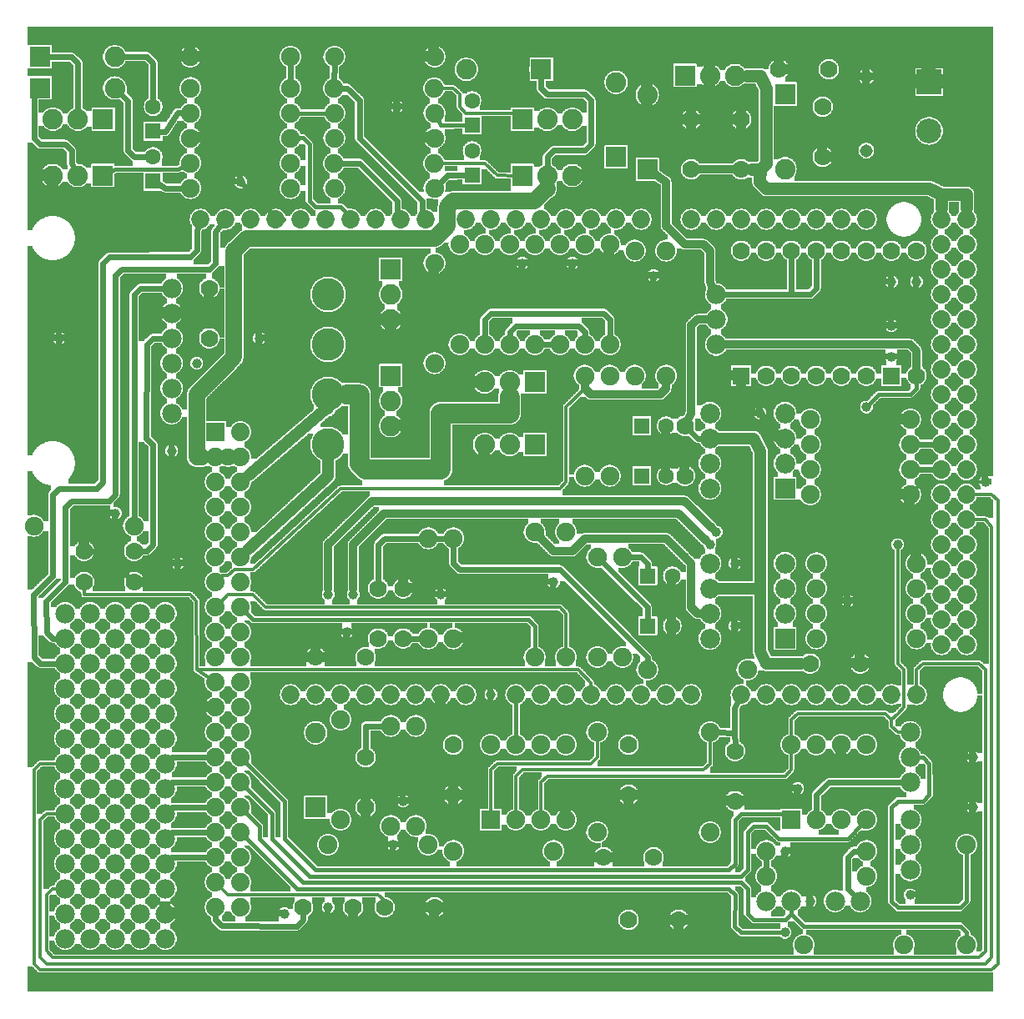
<source format=gbl>
G04 MADE WITH FRITZING*
G04 WWW.FRITZING.ORG*
G04 DOUBLE SIDED*
G04 HOLES PLATED*
G04 CONTOUR ON CENTER OF CONTOUR VECTOR*
%ASAXBY*%
%FSLAX23Y23*%
%MOIN*%
%OFA0B0*%
%SFA1.0B1.0*%
%ADD10C,0.075000*%
%ADD11C,0.039370*%
%ADD12C,0.070000*%
%ADD13C,0.078000*%
%ADD14C,0.130000*%
%ADD15C,0.074000*%
%ADD16C,0.072917*%
%ADD17C,0.082000*%
%ADD18C,0.051496*%
%ADD19C,0.079370*%
%ADD20C,0.062992*%
%ADD21C,0.099055*%
%ADD22R,0.070000X0.070000*%
%ADD23R,0.075000X0.075000*%
%ADD24R,0.074000X0.074000*%
%ADD25R,0.082000X0.082000*%
%ADD26R,0.079370X0.079370*%
%ADD27R,0.062992X0.062992*%
%ADD28R,0.099055X0.099055*%
%ADD29C,0.024000*%
%ADD30C,0.048000*%
%ADD31C,0.016000*%
%ADD32C,0.032000*%
%ADD33C,0.012000*%
%ADD34C,0.065000*%
%ADD35C,0.080000*%
%ADD36C,0.050000*%
%LNCOPPER0*%
G90*
G70*
G54D10*
X1913Y3406D03*
X1369Y3248D03*
X721Y2748D03*
X1086Y2142D03*
X1125Y1815D03*
X625Y2061D03*
X694Y1260D03*
X1296Y1398D03*
X1846Y1464D03*
X97Y1282D03*
X1768Y3824D03*
X1837Y1870D03*
X2948Y1096D03*
X3666Y1093D03*
X3256Y240D03*
X3639Y240D03*
X679Y488D03*
G54D11*
X3491Y2878D03*
X3491Y2703D03*
X3491Y2578D03*
X3066Y603D03*
X3116Y853D03*
X3591Y2878D03*
X2216Y2953D03*
X2016Y2953D03*
X966Y2653D03*
X716Y2553D03*
X391Y1953D03*
X616Y2203D03*
X641Y1753D03*
X2866Y1753D03*
X2966Y2353D03*
X3391Y2378D03*
X1502Y628D03*
G54D12*
X3591Y3003D03*
X3591Y2503D03*
X3491Y3003D03*
X3491Y2503D03*
X3391Y3003D03*
X3391Y2503D03*
X3291Y3003D03*
X3291Y2503D03*
X3191Y3003D03*
X3191Y2503D03*
X3091Y3003D03*
X3091Y2503D03*
X2991Y3003D03*
X2991Y2503D03*
X2891Y3003D03*
X2891Y2503D03*
G54D11*
X3866Y2078D03*
X1516Y3578D03*
X3166Y403D03*
X3816Y978D03*
X3816Y778D03*
X891Y3278D03*
X1541Y803D03*
X1891Y1228D03*
G54D10*
X3791Y228D03*
X3791Y628D03*
X3141Y228D03*
X3541Y228D03*
G54D13*
X191Y1553D03*
X291Y1553D03*
X391Y1553D03*
X491Y1553D03*
X591Y1553D03*
X191Y253D03*
X291Y253D03*
X391Y253D03*
X491Y253D03*
X591Y253D03*
X191Y853D03*
X191Y1153D03*
X191Y353D03*
X191Y1353D03*
X191Y1253D03*
X191Y1053D03*
X191Y753D03*
X191Y453D03*
X191Y953D03*
X191Y1453D03*
X191Y653D03*
X191Y553D03*
X291Y853D03*
X291Y1153D03*
X291Y353D03*
X291Y1353D03*
X291Y1253D03*
X291Y1053D03*
X291Y753D03*
X291Y453D03*
X291Y953D03*
X291Y1453D03*
X291Y653D03*
X291Y553D03*
X391Y853D03*
X391Y1153D03*
X391Y353D03*
X391Y1353D03*
X391Y1253D03*
X391Y1053D03*
X391Y753D03*
X391Y453D03*
X391Y953D03*
X391Y1453D03*
X391Y653D03*
X391Y553D03*
X491Y853D03*
X491Y1153D03*
X491Y353D03*
X491Y1353D03*
X491Y1253D03*
X491Y1053D03*
X491Y753D03*
X491Y453D03*
X491Y953D03*
X491Y1453D03*
X491Y653D03*
X491Y553D03*
X591Y353D03*
X591Y453D03*
X591Y553D03*
X591Y653D03*
X591Y753D03*
X591Y853D03*
X591Y953D03*
X591Y1053D03*
X591Y1153D03*
X591Y1253D03*
X591Y1353D03*
X591Y1453D03*
G54D10*
X1891Y728D03*
X1891Y1028D03*
X1991Y728D03*
X1991Y1028D03*
X2091Y728D03*
X2091Y1028D03*
X2191Y728D03*
X2191Y1028D03*
G54D14*
X1241Y2628D03*
X1241Y2828D03*
X1241Y2428D03*
X1241Y2228D03*
G54D11*
X1316Y1478D03*
X3316Y1603D03*
X2866Y1503D03*
X2141Y1678D03*
X1691Y1628D03*
X1241Y378D03*
X1066Y353D03*
X166Y2653D03*
X3566Y428D03*
X2541Y2903D03*
X3066Y278D03*
X2791Y1878D03*
X2766Y1828D03*
X1241Y1628D03*
X1341Y1628D03*
X3516Y1828D03*
G54D10*
X3091Y728D03*
X3091Y1028D03*
X3191Y728D03*
X3191Y1028D03*
X3291Y728D03*
X3291Y1028D03*
X3391Y728D03*
X3391Y1028D03*
G54D15*
X891Y2278D03*
X891Y2178D03*
X891Y2078D03*
X891Y1978D03*
X891Y1878D03*
X891Y1778D03*
X891Y1678D03*
X891Y1578D03*
X891Y1478D03*
X891Y1378D03*
X891Y1278D03*
X891Y1178D03*
X891Y1078D03*
X891Y978D03*
X891Y878D03*
X891Y778D03*
X891Y678D03*
X891Y578D03*
X891Y478D03*
X891Y378D03*
X791Y2278D03*
X791Y2178D03*
X791Y2078D03*
X791Y1978D03*
X791Y1878D03*
X791Y1778D03*
X791Y1678D03*
X791Y1578D03*
X791Y1478D03*
X791Y1378D03*
X791Y1278D03*
X791Y1178D03*
X791Y1078D03*
X791Y978D03*
X791Y878D03*
X791Y778D03*
X791Y678D03*
X791Y578D03*
X791Y478D03*
X791Y378D03*
G54D16*
X2991Y1228D03*
X1391Y1228D03*
X3091Y1228D03*
X3191Y1228D03*
X3291Y1228D03*
X3391Y1228D03*
X3691Y2628D03*
X3491Y1228D03*
X3591Y1228D03*
X1431Y3128D03*
X1991Y1228D03*
X2091Y1228D03*
X2191Y1228D03*
X2291Y1228D03*
X3691Y1828D03*
X2391Y1228D03*
X2491Y1228D03*
X2591Y1228D03*
X2691Y1228D03*
X2191Y3128D03*
X3691Y3028D03*
X3691Y2228D03*
X3691Y1428D03*
X1031Y3128D03*
X1791Y1228D03*
X1791Y3128D03*
X3691Y2828D03*
X3691Y2428D03*
X3691Y2028D03*
X3391Y3128D03*
X3691Y1628D03*
X3291Y3128D03*
X3191Y3128D03*
X3091Y3128D03*
X2991Y3128D03*
X2891Y3128D03*
X2791Y3128D03*
X2691Y3128D03*
X831Y3128D03*
X1231Y3128D03*
X1631Y3128D03*
X1191Y1228D03*
X1591Y1228D03*
X2391Y3128D03*
X1991Y3128D03*
X3691Y3128D03*
X3691Y2928D03*
X3691Y2728D03*
X3691Y2528D03*
X3691Y2328D03*
X3691Y2128D03*
X3691Y1928D03*
X3691Y1728D03*
X3691Y1528D03*
X731Y3128D03*
X931Y3128D03*
X1131Y3128D03*
X1331Y3128D03*
X1531Y3128D03*
X1091Y1228D03*
X1291Y1228D03*
X1491Y1228D03*
X1691Y1228D03*
X2491Y3128D03*
X2291Y3128D03*
X2091Y3128D03*
X1891Y3128D03*
X3791Y3128D03*
X3791Y3028D03*
X3791Y2928D03*
X3791Y2828D03*
X3791Y2728D03*
X3791Y2628D03*
X3791Y2528D03*
X3791Y2428D03*
X3791Y2328D03*
X3791Y2228D03*
X3791Y2128D03*
X3791Y2028D03*
X3791Y1928D03*
X3791Y1828D03*
X3791Y1728D03*
X3791Y1628D03*
X3791Y1528D03*
X3791Y1428D03*
X2891Y1228D03*
G54D17*
X1491Y2503D03*
X1491Y2403D03*
X1491Y2303D03*
X2066Y2478D03*
X1966Y2478D03*
X1866Y2478D03*
X1491Y2928D03*
X1491Y2828D03*
X1491Y2728D03*
X2066Y2228D03*
X1966Y2228D03*
X1866Y2228D03*
G54D12*
X1191Y1378D03*
X1391Y1378D03*
G54D10*
X1291Y728D03*
X1291Y1128D03*
G54D17*
X2516Y3328D03*
X2516Y3626D03*
G54D10*
X466Y1903D03*
X66Y1903D03*
G54D13*
X616Y2853D03*
X616Y2753D03*
X616Y2653D03*
X616Y2553D03*
X616Y2453D03*
X616Y2353D03*
X3566Y528D03*
X3566Y628D03*
X3566Y728D03*
X3566Y1078D03*
X3566Y978D03*
X3566Y878D03*
X2791Y2828D03*
X2791Y2728D03*
X2791Y2628D03*
G54D10*
X2991Y603D03*
X3391Y603D03*
X2991Y503D03*
X3391Y503D03*
G54D13*
X2991Y403D03*
X3091Y403D03*
X3266Y403D03*
X3366Y403D03*
G54D10*
X3591Y1453D03*
X3191Y1453D03*
X2366Y3028D03*
X2366Y2628D03*
X2266Y3028D03*
X2266Y2628D03*
X3566Y2028D03*
X3166Y2028D03*
X3591Y1753D03*
X3191Y1753D03*
X2166Y3028D03*
X2166Y2628D03*
X1666Y2953D03*
X1666Y2553D03*
X3566Y2328D03*
X3166Y2328D03*
G54D17*
X2666Y3703D03*
X2766Y3703D03*
X2866Y3703D03*
G54D12*
X3041Y3728D03*
X3241Y3728D03*
X2891Y3528D03*
X2891Y3328D03*
X3216Y3378D03*
X3216Y3578D03*
X2691Y3528D03*
X2691Y3328D03*
G54D17*
X3066Y3628D03*
X3066Y3330D03*
G54D18*
X3391Y3403D03*
X3391Y3698D03*
G54D19*
X3066Y1453D03*
X2766Y1453D03*
X3066Y1553D03*
X2766Y1553D03*
X3066Y1653D03*
X2766Y1653D03*
X3066Y1753D03*
X2766Y1753D03*
X3066Y2053D03*
X2766Y2053D03*
X3066Y2153D03*
X2766Y2153D03*
X3066Y2253D03*
X2766Y2253D03*
X3066Y2353D03*
X2766Y2353D03*
G54D10*
X3591Y1553D03*
X3191Y1553D03*
X1866Y3028D03*
X1866Y2628D03*
X1966Y3028D03*
X1966Y2628D03*
X3566Y2128D03*
X3166Y2128D03*
X3591Y1653D03*
X3191Y1653D03*
X2066Y3028D03*
X2066Y2628D03*
X1766Y3028D03*
X1766Y2628D03*
X3566Y2228D03*
X3166Y2228D03*
G54D12*
X3366Y1353D03*
X3166Y1353D03*
G54D10*
X2066Y1378D03*
X2066Y1878D03*
G54D12*
X2666Y2103D03*
X2666Y2303D03*
G54D10*
X2591Y2503D03*
X2591Y3003D03*
X2191Y1878D03*
X2191Y1378D03*
X2466Y3003D03*
X2466Y2503D03*
X2416Y1778D03*
X2416Y1378D03*
X2266Y2103D03*
X2266Y2503D03*
X2316Y1778D03*
X2316Y1378D03*
X2366Y2103D03*
X2366Y2503D03*
G54D20*
X2518Y1703D03*
X2616Y1703D03*
X2493Y2303D03*
X2591Y2303D03*
X2518Y1503D03*
X2616Y1503D03*
X2493Y2103D03*
X2591Y2103D03*
G54D10*
X1741Y1853D03*
X1741Y1453D03*
X2141Y603D03*
X1741Y603D03*
X1641Y628D03*
X1241Y628D03*
G54D12*
X1741Y828D03*
X1741Y1028D03*
X1666Y378D03*
X1466Y378D03*
X1391Y778D03*
X1391Y978D03*
X1341Y378D03*
X1141Y378D03*
G54D10*
X1591Y703D03*
X1591Y1103D03*
X1491Y703D03*
X1491Y1103D03*
G54D17*
X1191Y778D03*
X1191Y1076D03*
G54D12*
X2866Y803D03*
X2866Y1003D03*
X266Y1678D03*
X466Y1678D03*
X2441Y828D03*
X2441Y1028D03*
X766Y2853D03*
X766Y2653D03*
X266Y1803D03*
X466Y1803D03*
X2341Y578D03*
X2541Y578D03*
X2641Y328D03*
X2441Y328D03*
G54D10*
X2766Y678D03*
X2766Y1078D03*
X2316Y678D03*
X2316Y1078D03*
X2916Y1328D03*
X2516Y1328D03*
G54D12*
X1441Y1453D03*
X1441Y1653D03*
X1541Y1653D03*
X1541Y1453D03*
G54D10*
X1641Y1853D03*
X1641Y1453D03*
X1091Y3253D03*
X691Y3253D03*
X1266Y3253D03*
X1666Y3253D03*
X1091Y3553D03*
X691Y3553D03*
X1266Y3553D03*
X1666Y3553D03*
G54D20*
X542Y3281D03*
X542Y3379D03*
X1816Y3305D03*
X1816Y3403D03*
X542Y3481D03*
X542Y3579D03*
X1816Y3505D03*
X1816Y3603D03*
G54D17*
X91Y3653D03*
X389Y3653D03*
X2091Y3728D03*
X1793Y3728D03*
X91Y3778D03*
X389Y3778D03*
X2391Y3378D03*
X2391Y3676D03*
X341Y3303D03*
X241Y3303D03*
X141Y3303D03*
X2016Y3303D03*
X2116Y3303D03*
X2216Y3303D03*
X342Y3529D03*
X242Y3529D03*
X142Y3529D03*
X2016Y3528D03*
X2116Y3528D03*
X2216Y3528D03*
G54D10*
X1091Y3353D03*
X691Y3353D03*
X1265Y3352D03*
X1665Y3352D03*
X1091Y3653D03*
X691Y3653D03*
X1265Y3652D03*
X1665Y3652D03*
X1091Y3453D03*
X691Y3453D03*
X1266Y3453D03*
X1666Y3453D03*
X1091Y3778D03*
X691Y3778D03*
X1266Y3778D03*
X1666Y3778D03*
G54D21*
X3641Y3678D03*
X3641Y3481D03*
G54D22*
X2891Y2503D03*
X3491Y2503D03*
G54D23*
X1891Y728D03*
X3091Y728D03*
G54D24*
X791Y2278D03*
G54D25*
X1491Y2503D03*
X2066Y2478D03*
X1491Y2928D03*
X2066Y2228D03*
X2516Y3327D03*
X2666Y3703D03*
X3066Y3629D03*
G54D26*
X3066Y1453D03*
X3066Y2053D03*
G54D27*
X2518Y1703D03*
X2493Y2303D03*
X2518Y1503D03*
X2493Y2103D03*
G54D25*
X1191Y777D03*
G54D27*
X542Y3281D03*
X1816Y3305D03*
X542Y3481D03*
X1816Y3505D03*
G54D25*
X90Y3653D03*
X2092Y3728D03*
X90Y3778D03*
X2391Y3377D03*
X341Y3303D03*
X2016Y3303D03*
X342Y3529D03*
X2016Y3528D03*
G54D28*
X3641Y3678D03*
G54D29*
X3595Y2228D02*
X3661Y2228D01*
D02*
X3661Y2128D02*
X3595Y2128D01*
G54D30*
D02*
X2966Y1653D02*
X2808Y1653D01*
G54D31*
D02*
X3440Y2428D02*
X3401Y2388D01*
G54D32*
D02*
X2981Y2334D02*
X3043Y2254D01*
D02*
X3043Y2254D02*
X3030Y2254D01*
G54D29*
D02*
X615Y578D02*
X612Y575D01*
D02*
X760Y578D02*
X615Y578D01*
G54D33*
D02*
X3616Y2078D02*
X3582Y2044D01*
D02*
X3853Y2078D02*
X3616Y2078D01*
G54D29*
D02*
X1040Y3128D02*
X1042Y3128D01*
D02*
X1042Y3128D02*
X1061Y3128D01*
D02*
X905Y3265D02*
X1040Y3128D01*
D02*
X616Y979D02*
X612Y974D01*
D02*
X616Y778D02*
X613Y774D01*
D02*
X616Y678D02*
X613Y674D01*
G54D33*
D02*
X91Y953D02*
X167Y953D01*
D02*
X116Y753D02*
X167Y753D01*
D02*
X142Y453D02*
X167Y453D01*
G54D29*
D02*
X91Y1353D02*
X161Y1353D01*
D02*
X141Y1453D02*
X161Y1453D01*
D02*
X341Y1803D02*
X292Y1803D01*
D02*
X448Y1696D02*
X341Y1803D01*
D02*
X617Y879D02*
X612Y874D01*
G54D31*
D02*
X1991Y1177D02*
X1991Y1051D01*
G54D29*
D02*
X1391Y1103D02*
X1463Y1103D01*
D02*
X1391Y1004D02*
X1391Y1103D01*
G54D33*
D02*
X1917Y953D02*
X2291Y952D01*
D02*
X2316Y977D02*
X2316Y1055D01*
D02*
X2291Y952D02*
X2316Y977D01*
D02*
X1891Y928D02*
X1917Y953D01*
D02*
X1891Y751D02*
X1891Y928D01*
D02*
X2742Y928D02*
X2767Y952D01*
D02*
X2767Y952D02*
X2766Y1055D01*
D02*
X2016Y928D02*
X2742Y928D01*
D02*
X1991Y903D02*
X2016Y928D01*
D02*
X1991Y751D02*
X1991Y903D01*
D02*
X3091Y928D02*
X3066Y903D01*
D02*
X2116Y903D02*
X2091Y878D01*
D02*
X3091Y1005D02*
X3091Y928D01*
D02*
X3066Y903D02*
X2116Y903D01*
D02*
X2091Y878D02*
X2091Y751D01*
G54D34*
D02*
X845Y2178D02*
X838Y2178D01*
G54D30*
D02*
X1242Y2103D02*
X1241Y2171D01*
D02*
X922Y1807D02*
X1242Y2103D01*
D02*
X1242Y2377D02*
X1242Y2371D01*
D02*
X923Y2105D02*
X1242Y2377D01*
G54D29*
D02*
X760Y978D02*
X616Y979D01*
D02*
X760Y878D02*
X617Y879D01*
D02*
X760Y778D02*
X616Y778D01*
D02*
X760Y678D02*
X616Y678D01*
G54D33*
D02*
X941Y1728D02*
X1291Y2052D01*
D02*
X867Y1728D02*
X941Y1728D01*
D02*
X2167Y2052D02*
X2191Y2078D01*
D02*
X1291Y2052D02*
X2167Y2052D01*
D02*
X842Y1704D02*
X867Y1728D01*
D02*
X816Y1704D02*
X842Y1704D01*
D02*
X809Y1696D02*
X816Y1704D01*
D02*
X2191Y2078D02*
X2191Y2377D01*
D02*
X2191Y2377D02*
X2266Y2453D01*
D02*
X2266Y2453D02*
X2266Y2480D01*
G54D35*
D02*
X1366Y2153D02*
X1391Y2128D01*
D02*
X1366Y2428D02*
X1366Y2153D01*
D02*
X1391Y2128D02*
X1691Y2128D01*
D02*
X1691Y2128D02*
X1691Y2353D01*
D02*
X1691Y2353D02*
X1966Y2353D01*
D02*
X1966Y2353D02*
X1966Y2418D01*
D02*
X1315Y2428D02*
X1366Y2428D01*
G54D31*
D02*
X1991Y1203D02*
X1991Y1177D01*
G54D36*
D02*
X3641Y3252D02*
X3691Y3228D01*
D02*
X2991Y3252D02*
X3641Y3252D01*
D02*
X2965Y3278D02*
X2991Y3252D01*
D02*
X3691Y3228D02*
X3691Y3175D01*
D02*
X2967Y3328D02*
X2965Y3278D01*
D02*
X3791Y3228D02*
X3791Y3175D01*
D02*
X3691Y3228D02*
X3791Y3228D01*
G54D33*
D02*
X716Y1328D02*
X770Y1292D01*
G54D29*
D02*
X3091Y2828D02*
X3166Y2828D01*
D02*
X3191Y2853D02*
X3191Y2977D01*
D02*
X3166Y2828D02*
X3191Y2853D01*
D02*
X3091Y2828D02*
X3091Y2977D01*
D02*
X2821Y2828D02*
X3091Y2828D01*
G54D32*
D02*
X3591Y2603D02*
X3591Y2535D01*
D02*
X3567Y2628D02*
X3591Y2603D01*
D02*
X2827Y2628D02*
X3567Y2628D01*
G54D31*
D02*
X3440Y2428D02*
X3566Y2428D01*
D02*
X3591Y2453D02*
X3591Y2482D01*
D02*
X3566Y2428D02*
X3591Y2453D01*
D02*
X2891Y479D02*
X2917Y453D01*
D02*
X2917Y453D02*
X2916Y353D01*
D02*
X2916Y353D02*
X2941Y328D01*
D02*
X2941Y328D02*
X3066Y328D01*
D02*
X1142Y479D02*
X2891Y479D01*
D02*
X3066Y328D02*
X3091Y353D01*
D02*
X3091Y353D02*
X3091Y378D01*
D02*
X966Y653D02*
X1142Y479D01*
D02*
X966Y703D02*
X966Y653D01*
D02*
X909Y760D02*
X966Y703D01*
D02*
X2841Y453D02*
X1117Y453D01*
D02*
X2866Y428D02*
X2841Y453D01*
D02*
X2865Y302D02*
X2866Y428D01*
D02*
X1117Y453D02*
X909Y660D01*
D02*
X2891Y277D02*
X2865Y302D01*
D02*
X3053Y278D02*
X2891Y277D01*
G54D29*
D02*
X791Y328D02*
X791Y347D01*
D02*
X816Y304D02*
X791Y328D01*
D02*
X1116Y303D02*
X816Y304D01*
D02*
X1141Y328D02*
X1116Y303D01*
D02*
X1141Y352D02*
X1141Y328D01*
G54D33*
D02*
X1440Y428D02*
X840Y428D01*
D02*
X840Y428D02*
X809Y460D01*
D02*
X1467Y404D02*
X1440Y428D01*
D02*
X1467Y399D02*
X1467Y404D01*
D02*
X116Y428D02*
X116Y204D01*
D02*
X116Y204D02*
X142Y177D01*
D02*
X142Y453D02*
X116Y428D01*
D02*
X142Y177D02*
X3840Y177D01*
D02*
X3840Y177D02*
X3866Y203D01*
D02*
X3866Y203D02*
X3867Y1328D01*
D02*
X3616Y1352D02*
X3591Y1328D01*
D02*
X3842Y1352D02*
X3616Y1352D01*
D02*
X3591Y1328D02*
X3591Y1253D01*
D02*
X3867Y1328D02*
X3842Y1352D01*
D02*
X91Y728D02*
X91Y179D01*
D02*
X116Y753D02*
X91Y728D01*
D02*
X91Y179D02*
X116Y152D01*
D02*
X3866Y153D02*
X3891Y177D01*
D02*
X3867Y1928D02*
X3816Y1928D01*
D02*
X116Y152D02*
X3866Y153D01*
D02*
X3891Y177D02*
X3891Y1900D01*
D02*
X3891Y1900D02*
X3867Y1928D01*
D02*
X91Y953D02*
X67Y928D01*
D02*
X67Y928D02*
X67Y152D01*
D02*
X67Y152D02*
X91Y128D01*
D02*
X3917Y153D02*
X3916Y2004D01*
D02*
X3916Y2004D02*
X3891Y2028D01*
D02*
X91Y128D02*
X3891Y128D01*
D02*
X3891Y128D02*
X3917Y153D01*
D02*
X3891Y2028D02*
X3816Y2028D01*
D02*
X3517Y1079D02*
X3542Y1078D01*
D02*
X3491Y1103D02*
X3517Y1079D01*
D02*
X3491Y1128D02*
X3491Y1103D01*
G54D31*
D02*
X2891Y753D02*
X3066Y753D01*
D02*
X2866Y728D02*
X2891Y753D01*
D02*
X2866Y553D02*
X2866Y728D01*
D02*
X2842Y528D02*
X2866Y553D01*
D02*
X1191Y528D02*
X2842Y528D01*
D02*
X1067Y653D02*
X1191Y528D01*
D02*
X1066Y803D02*
X1067Y653D01*
D02*
X3066Y753D02*
X3075Y744D01*
D02*
X909Y960D02*
X1066Y803D01*
D02*
X1017Y753D02*
X1017Y653D01*
D02*
X2891Y503D02*
X2917Y528D01*
D02*
X1166Y503D02*
X2891Y503D01*
D02*
X1017Y653D02*
X1166Y503D01*
D02*
X2917Y528D02*
X2917Y677D01*
D02*
X2940Y703D02*
X2991Y703D01*
D02*
X2917Y677D02*
X2940Y703D01*
D02*
X2991Y703D02*
X3042Y653D01*
D02*
X3042Y653D02*
X3317Y653D01*
D02*
X3317Y653D02*
X3375Y712D01*
D02*
X909Y860D02*
X1017Y753D01*
G54D29*
D02*
X2716Y2253D02*
X2685Y2284D01*
D02*
X2735Y2253D02*
X2716Y2253D01*
G54D33*
D02*
X991Y1577D02*
X2166Y1577D01*
D02*
X2166Y1577D02*
X2191Y1553D01*
D02*
X942Y1628D02*
X991Y1577D01*
D02*
X2191Y1553D02*
X2191Y1401D01*
D02*
X840Y1628D02*
X942Y1628D01*
D02*
X809Y1596D02*
X840Y1628D01*
G54D31*
D02*
X909Y1560D02*
X942Y1528D01*
D02*
X942Y1528D02*
X2042Y1528D01*
D02*
X2042Y1528D02*
X2066Y1503D01*
D02*
X2066Y1503D02*
X2066Y1401D01*
G54D32*
D02*
X1241Y1828D02*
X1417Y2002D01*
D02*
X1417Y2002D02*
X2665Y2002D01*
D02*
X2665Y2002D02*
X2774Y1895D01*
D02*
X1241Y1653D02*
X1241Y1828D01*
D02*
X1342Y1652D02*
X1342Y1653D01*
D02*
X1341Y1828D02*
X1342Y1652D01*
D02*
X1465Y1952D02*
X1341Y1828D01*
D02*
X2641Y1953D02*
X1465Y1952D01*
D02*
X2749Y1845D02*
X2641Y1953D01*
G54D29*
D02*
X1467Y1852D02*
X1613Y1853D01*
D02*
X1442Y1828D02*
X1467Y1852D01*
D02*
X1441Y1679D02*
X1442Y1828D01*
D02*
X342Y2077D02*
X317Y2053D01*
D02*
X317Y2053D02*
X167Y2052D01*
D02*
X66Y1378D02*
X91Y1353D01*
D02*
X65Y1628D02*
X66Y1378D01*
D02*
X141Y1702D02*
X65Y1628D01*
D02*
X141Y2028D02*
X141Y1702D01*
D02*
X167Y2052D02*
X141Y2028D01*
D02*
X342Y2952D02*
X342Y2077D01*
D02*
X691Y2979D02*
X367Y2977D01*
D02*
X716Y3079D02*
X716Y3004D01*
D02*
X716Y3004D02*
X691Y2979D01*
D02*
X367Y2977D02*
X342Y2952D01*
D02*
X722Y3099D02*
X716Y3079D01*
D02*
X391Y2028D02*
X366Y2003D01*
D02*
X791Y2952D02*
X767Y2928D01*
D02*
X791Y3078D02*
X791Y2952D01*
D02*
X767Y2928D02*
X416Y2928D01*
D02*
X416Y2928D02*
X391Y2904D01*
D02*
X391Y2904D02*
X391Y2028D01*
D02*
X366Y2003D02*
X217Y2002D01*
D02*
X116Y1477D02*
X141Y1453D01*
D02*
X115Y1602D02*
X116Y1477D01*
D02*
X191Y1978D02*
X191Y1678D01*
D02*
X191Y1678D02*
X115Y1602D01*
D02*
X217Y2002D02*
X191Y1978D01*
D02*
X812Y3104D02*
X791Y3078D01*
D02*
X1742Y1753D02*
X1767Y1728D01*
D02*
X2167Y1728D02*
X2516Y1377D01*
D02*
X1767Y1728D02*
X2167Y1728D01*
D02*
X2516Y1377D02*
X2516Y1357D01*
D02*
X1741Y1824D02*
X1742Y1753D01*
D02*
X515Y2252D02*
X541Y2228D01*
D02*
X516Y1803D02*
X492Y1803D01*
D02*
X542Y1828D02*
X516Y1803D01*
D02*
X541Y2228D02*
X542Y1828D01*
D02*
X516Y2628D02*
X515Y2252D01*
D02*
X542Y2652D02*
X516Y2628D01*
D02*
X586Y2653D02*
X542Y2652D01*
G54D32*
D02*
X2266Y1853D02*
X2216Y1803D01*
D02*
X2216Y1803D02*
X2141Y1803D01*
D02*
X2141Y1803D02*
X2090Y1854D01*
D02*
X2591Y1853D02*
X2266Y1853D01*
D02*
X2667Y1777D02*
X2591Y1853D01*
D02*
X2666Y1777D02*
X2667Y1777D01*
D02*
X2691Y1753D02*
X2666Y1777D01*
D02*
X2691Y1578D02*
X2691Y1753D01*
D02*
X2716Y1553D02*
X2691Y1578D01*
D02*
X2730Y1553D02*
X2716Y1553D01*
G54D30*
D02*
X2808Y2253D02*
X2941Y2253D01*
G54D32*
D02*
X2691Y2704D02*
X2716Y2728D01*
D02*
X2691Y2353D02*
X2691Y2704D01*
D02*
X2680Y2331D02*
X2691Y2353D01*
D02*
X2716Y2728D02*
X2756Y2728D01*
G54D30*
D02*
X2966Y1653D02*
X2966Y1403D01*
D02*
X2966Y2203D02*
X2966Y1653D01*
D02*
X2941Y2253D02*
X2966Y2203D01*
D02*
X2991Y1353D02*
X3129Y1353D01*
D02*
X2966Y1403D02*
X2991Y1353D01*
G54D32*
D02*
X2567Y2428D02*
X2591Y2453D01*
D02*
X2591Y2453D02*
X2591Y2469D01*
D02*
X2291Y2428D02*
X2567Y2428D01*
D02*
X2267Y2453D02*
X2291Y2428D01*
D02*
X2266Y2469D02*
X2267Y2453D01*
G54D29*
D02*
X1265Y3681D02*
X1266Y3749D01*
D02*
X1091Y3749D02*
X1091Y3682D01*
G54D31*
D02*
X1114Y3553D02*
X1243Y3553D01*
G54D29*
D02*
X2866Y1029D02*
X2865Y1076D01*
D02*
X1891Y2753D02*
X2342Y2753D01*
D02*
X2342Y2753D02*
X2367Y2728D01*
D02*
X2367Y2728D02*
X2366Y2657D01*
D02*
X1867Y2728D02*
X1891Y2753D01*
D02*
X1866Y2657D02*
X1867Y2728D01*
D02*
X2095Y2628D02*
X2138Y2628D01*
D02*
X2241Y2703D02*
X2266Y2677D01*
D02*
X1991Y2703D02*
X2241Y2703D01*
D02*
X1967Y2677D02*
X1991Y2703D01*
D02*
X2266Y2677D02*
X2266Y2657D01*
D02*
X1966Y2657D02*
X1967Y2677D01*
G54D32*
D02*
X2591Y3278D02*
X2591Y3102D01*
D02*
X2766Y3003D02*
X2766Y2879D01*
D02*
X2766Y2879D02*
X2775Y2860D01*
D02*
X2740Y3028D02*
X2766Y3003D01*
D02*
X2666Y3028D02*
X2740Y3028D01*
D02*
X2591Y3102D02*
X2666Y3028D01*
D02*
X2548Y3307D02*
X2591Y3278D01*
G54D29*
D02*
X1670Y1853D02*
X1713Y1853D01*
G54D33*
D02*
X691Y1628D02*
X267Y1628D01*
D02*
X267Y1628D02*
X267Y1657D01*
D02*
X715Y1602D02*
X691Y1628D01*
D02*
X716Y1328D02*
X715Y1602D01*
D02*
X1043Y1328D02*
X716Y1328D01*
D02*
X2291Y1276D02*
X2241Y1328D01*
D02*
X2291Y1253D02*
X2291Y1276D01*
G54D29*
D02*
X467Y2828D02*
X466Y1932D01*
D02*
X491Y2852D02*
X467Y2828D01*
D02*
X586Y2853D02*
X491Y2852D01*
D02*
X3317Y577D02*
X3317Y453D01*
D02*
X3340Y603D02*
X3317Y577D01*
D02*
X3363Y603D02*
X3340Y603D01*
D02*
X2991Y574D02*
X2991Y532D01*
G54D31*
D02*
X3766Y303D02*
X3142Y303D01*
D02*
X3791Y277D02*
X3766Y303D01*
D02*
X3142Y303D02*
X3091Y353D01*
D02*
X3791Y251D02*
X3791Y277D01*
D02*
X3091Y353D02*
X3091Y378D01*
D02*
X3766Y377D02*
X3791Y403D01*
D02*
X3791Y403D02*
X3791Y605D01*
D02*
X3517Y377D02*
X3766Y377D01*
D02*
X3491Y403D02*
X3517Y377D01*
D02*
X3491Y777D02*
X3491Y403D01*
D02*
X3617Y803D02*
X3517Y803D01*
D02*
X3517Y803D02*
X3491Y777D01*
D02*
X3642Y828D02*
X3617Y803D01*
D02*
X3617Y977D02*
X3640Y953D01*
D02*
X3640Y953D02*
X3642Y828D01*
D02*
X3591Y978D02*
X3617Y977D01*
G54D29*
D02*
X3242Y877D02*
X3536Y878D01*
D02*
X3191Y828D02*
X3242Y877D01*
D02*
X3191Y757D02*
X3191Y828D01*
D02*
X2491Y1778D02*
X2445Y1778D01*
D02*
X2516Y1753D02*
X2491Y1778D01*
D02*
X2517Y1730D02*
X2516Y1753D01*
D02*
X2516Y1579D02*
X2336Y1758D01*
D02*
X2517Y1530D02*
X2516Y1579D01*
G54D36*
D02*
X2967Y3702D02*
X2991Y3652D01*
D02*
X2967Y3328D02*
X2934Y3328D01*
D02*
X2991Y3352D02*
X2967Y3328D01*
D02*
X2991Y3652D02*
X2991Y3352D01*
D02*
X2915Y3703D02*
X2967Y3702D01*
G54D32*
D02*
X2860Y3328D02*
X2723Y3328D01*
G54D31*
D02*
X641Y3328D02*
X671Y3343D01*
D02*
X391Y3328D02*
X641Y3328D01*
D02*
X365Y3315D02*
X391Y3328D01*
G54D29*
D02*
X1517Y3203D02*
X1367Y3352D01*
D02*
X1517Y3153D02*
X1517Y3203D01*
D02*
X1516Y3154D02*
X1517Y3153D01*
D02*
X1367Y3352D02*
X1294Y3352D01*
D02*
X1615Y3154D02*
X1616Y3152D01*
D02*
X1616Y3203D02*
X1367Y3452D01*
D02*
X1616Y3152D02*
X1616Y3203D01*
G54D31*
D02*
X1141Y3454D02*
X1114Y3453D01*
D02*
X1167Y3202D02*
X1166Y3428D01*
D02*
X1166Y3428D02*
X1141Y3454D01*
D02*
X1191Y3178D02*
X1167Y3202D01*
D02*
X1317Y3153D02*
X1291Y3178D01*
D02*
X1291Y3178D02*
X1191Y3178D01*
D02*
X1319Y3149D02*
X1317Y3153D01*
G54D29*
D02*
X1613Y1453D02*
X1567Y1453D01*
G54D31*
D02*
X1691Y3504D02*
X1795Y3504D01*
D02*
X1677Y3532D02*
X1691Y3504D01*
G54D33*
D02*
X1991Y3552D02*
X1791Y3552D01*
D02*
X1767Y3578D02*
X1767Y3628D01*
D02*
X1741Y3652D02*
X1691Y3652D01*
D02*
X1767Y3628D02*
X1741Y3652D01*
D02*
X1691Y3652D02*
X1688Y3652D01*
D02*
X1791Y3552D02*
X1767Y3578D01*
D02*
X1997Y3547D02*
X1991Y3552D01*
G54D29*
D02*
X2291Y3604D02*
X2291Y3428D01*
D02*
X2091Y3652D02*
X2116Y3628D01*
D02*
X2116Y3628D02*
X2267Y3628D01*
D02*
X2291Y3428D02*
X2267Y3404D01*
D02*
X2142Y3404D02*
X2116Y3377D01*
D02*
X2267Y3628D02*
X2291Y3604D01*
D02*
X2116Y3377D02*
X2116Y3335D01*
D02*
X2267Y3404D02*
X2142Y3404D01*
D02*
X2091Y3696D02*
X2091Y3652D01*
D02*
X216Y3777D02*
X123Y3778D01*
D02*
X242Y3752D02*
X216Y3777D01*
D02*
X242Y3561D02*
X242Y3752D01*
D02*
X191Y3428D02*
X91Y3428D01*
D02*
X216Y3404D02*
X191Y3428D01*
D02*
X216Y3352D02*
X216Y3404D01*
D02*
X67Y3628D02*
X69Y3630D01*
D02*
X67Y3452D02*
X67Y3628D01*
D02*
X91Y3428D02*
X67Y3452D01*
D02*
X226Y3332D02*
X216Y3352D01*
D02*
X542Y3752D02*
X516Y3779D01*
D02*
X516Y3779D02*
X421Y3778D01*
D02*
X542Y3606D02*
X542Y3752D01*
D02*
X442Y3403D02*
X442Y3603D01*
D02*
X466Y3379D02*
X442Y3403D01*
D02*
X442Y3603D02*
X412Y3631D01*
D02*
X515Y3379D02*
X466Y3379D01*
D02*
X663Y3554D02*
X639Y3554D01*
D02*
X591Y3479D02*
X569Y3480D01*
D02*
X639Y3554D02*
X591Y3479D01*
D02*
X591Y3253D02*
X566Y3268D01*
D02*
X663Y3253D02*
X591Y3253D01*
D02*
X1717Y3304D02*
X1789Y3304D01*
D02*
X1686Y3273D02*
X1717Y3304D01*
G54D33*
D02*
X1916Y3304D02*
X1990Y3303D01*
D02*
X1867Y3352D02*
X1916Y3304D01*
D02*
X1688Y3352D02*
X1867Y3352D01*
D02*
X2241Y1328D02*
X1043Y1328D01*
G54D29*
D02*
X3317Y453D02*
X3345Y424D01*
G54D34*
D02*
X2116Y3253D02*
X2116Y3249D01*
D02*
X2065Y3202D02*
X2116Y3253D01*
D02*
X1741Y3202D02*
X2065Y3202D01*
D02*
X1717Y3178D02*
X1741Y3202D01*
D02*
X1717Y3102D02*
X1717Y3178D01*
D02*
X1667Y3052D02*
X1717Y3102D01*
D02*
X917Y3052D02*
X1667Y3052D01*
D02*
X865Y3002D02*
X917Y3052D01*
D02*
X841Y2552D02*
X865Y2578D01*
D02*
X865Y2578D02*
X865Y3002D01*
D02*
X716Y2177D02*
X716Y2428D01*
D02*
X716Y2428D02*
X841Y2552D01*
D02*
X738Y2177D02*
X716Y2177D01*
G54D29*
D02*
X1367Y3452D02*
X1367Y3604D01*
D02*
X1316Y3652D02*
X1294Y3652D01*
D02*
X1367Y3604D02*
X1316Y3652D01*
G54D33*
D02*
X3517Y1153D02*
X3491Y1128D01*
D02*
X3117Y1153D02*
X3091Y1128D01*
D02*
X3466Y1153D02*
X3117Y1153D01*
D02*
X3491Y1128D02*
X3466Y1153D01*
D02*
X3542Y1179D02*
X3517Y1153D01*
D02*
X3091Y1128D02*
X3091Y1051D01*
D02*
X3542Y1328D02*
X3542Y1179D01*
D02*
X3516Y1352D02*
X3542Y1328D01*
D02*
X3516Y1815D02*
X3516Y1352D01*
G54D29*
D02*
X2865Y1176D02*
X2878Y1201D01*
D02*
X2865Y1076D02*
X2865Y1176D01*
D02*
X2865Y1076D02*
X2795Y1077D01*
G36*
X138Y3759D02*
X138Y3731D01*
X40Y3731D01*
X40Y3701D01*
X136Y3701D01*
X136Y3699D01*
X138Y3699D01*
X138Y3607D01*
X84Y3607D01*
X84Y3575D01*
X154Y3575D01*
X154Y3573D01*
X160Y3573D01*
X160Y3571D01*
X164Y3571D01*
X164Y3569D01*
X168Y3569D01*
X168Y3567D01*
X170Y3567D01*
X170Y3565D01*
X174Y3565D01*
X174Y3563D01*
X176Y3563D01*
X176Y3561D01*
X178Y3561D01*
X178Y3557D01*
X180Y3557D01*
X180Y3555D01*
X182Y3555D01*
X182Y3551D01*
X202Y3551D01*
X202Y3555D01*
X204Y3555D01*
X204Y3557D01*
X206Y3557D01*
X206Y3559D01*
X208Y3559D01*
X208Y3563D01*
X212Y3563D01*
X212Y3565D01*
X214Y3565D01*
X214Y3567D01*
X216Y3567D01*
X216Y3569D01*
X220Y3569D01*
X220Y3571D01*
X224Y3571D01*
X224Y3745D01*
X222Y3745D01*
X222Y3747D01*
X220Y3747D01*
X220Y3749D01*
X218Y3749D01*
X218Y3751D01*
X216Y3751D01*
X216Y3753D01*
X214Y3753D01*
X214Y3755D01*
X212Y3755D01*
X212Y3757D01*
X210Y3757D01*
X210Y3759D01*
X138Y3759D01*
G37*
D02*
G36*
X84Y3575D02*
X84Y3555D01*
X104Y3555D01*
X104Y3557D01*
X106Y3557D01*
X106Y3559D01*
X108Y3559D01*
X108Y3563D01*
X112Y3563D01*
X112Y3565D01*
X114Y3565D01*
X114Y3567D01*
X116Y3567D01*
X116Y3569D01*
X120Y3569D01*
X120Y3571D01*
X124Y3571D01*
X124Y3573D01*
X130Y3573D01*
X130Y3575D01*
X84Y3575D01*
G37*
D02*
G36*
X1706Y3641D02*
X1706Y3635D01*
X1704Y3635D01*
X1704Y3631D01*
X1702Y3631D01*
X1702Y3627D01*
X1700Y3627D01*
X1700Y3625D01*
X1698Y3625D01*
X1698Y3623D01*
X1696Y3623D01*
X1696Y3621D01*
X1694Y3621D01*
X1694Y3619D01*
X1692Y3619D01*
X1692Y3617D01*
X1690Y3617D01*
X1690Y3615D01*
X1686Y3615D01*
X1686Y3613D01*
X1682Y3613D01*
X1682Y3593D01*
X1686Y3593D01*
X1686Y3591D01*
X1688Y3591D01*
X1688Y3589D01*
X1692Y3589D01*
X1692Y3587D01*
X1694Y3587D01*
X1694Y3585D01*
X1696Y3585D01*
X1696Y3583D01*
X1698Y3583D01*
X1698Y3581D01*
X1700Y3581D01*
X1700Y3579D01*
X1702Y3579D01*
X1702Y3575D01*
X1704Y3575D01*
X1704Y3573D01*
X1706Y3573D01*
X1706Y3567D01*
X1708Y3567D01*
X1708Y3561D01*
X1710Y3561D01*
X1710Y3545D01*
X1708Y3545D01*
X1708Y3539D01*
X1706Y3539D01*
X1706Y3517D01*
X1744Y3517D01*
X1744Y3519D01*
X1778Y3519D01*
X1778Y3549D01*
X1776Y3549D01*
X1776Y3553D01*
X1774Y3553D01*
X1774Y3555D01*
X1772Y3555D01*
X1772Y3557D01*
X1770Y3557D01*
X1770Y3559D01*
X1768Y3559D01*
X1768Y3561D01*
X1766Y3561D01*
X1766Y3563D01*
X1764Y3563D01*
X1764Y3565D01*
X1762Y3565D01*
X1762Y3567D01*
X1760Y3567D01*
X1760Y3569D01*
X1758Y3569D01*
X1758Y3571D01*
X1756Y3571D01*
X1756Y3575D01*
X1754Y3575D01*
X1754Y3625D01*
X1752Y3625D01*
X1752Y3627D01*
X1750Y3627D01*
X1750Y3629D01*
X1748Y3629D01*
X1748Y3631D01*
X1746Y3631D01*
X1746Y3633D01*
X1744Y3633D01*
X1744Y3635D01*
X1742Y3635D01*
X1742Y3637D01*
X1738Y3637D01*
X1738Y3639D01*
X1736Y3639D01*
X1736Y3641D01*
X1706Y3641D01*
G37*
D02*
G36*
X1298Y3625D02*
X1298Y3623D01*
X1296Y3623D01*
X1296Y3621D01*
X1294Y3621D01*
X1294Y3619D01*
X1292Y3619D01*
X1292Y3617D01*
X1290Y3617D01*
X1290Y3615D01*
X1286Y3615D01*
X1286Y3613D01*
X1282Y3613D01*
X1282Y3593D01*
X1286Y3593D01*
X1286Y3591D01*
X1288Y3591D01*
X1288Y3589D01*
X1292Y3589D01*
X1292Y3587D01*
X1294Y3587D01*
X1294Y3585D01*
X1296Y3585D01*
X1296Y3583D01*
X1298Y3583D01*
X1298Y3581D01*
X1300Y3581D01*
X1300Y3579D01*
X1302Y3579D01*
X1302Y3575D01*
X1304Y3575D01*
X1304Y3573D01*
X1306Y3573D01*
X1306Y3567D01*
X1308Y3567D01*
X1308Y3561D01*
X1310Y3561D01*
X1310Y3545D01*
X1308Y3545D01*
X1308Y3539D01*
X1306Y3539D01*
X1306Y3533D01*
X1304Y3533D01*
X1304Y3531D01*
X1302Y3531D01*
X1302Y3527D01*
X1300Y3527D01*
X1300Y3525D01*
X1298Y3525D01*
X1298Y3523D01*
X1296Y3523D01*
X1296Y3521D01*
X1294Y3521D01*
X1294Y3519D01*
X1292Y3519D01*
X1292Y3517D01*
X1288Y3517D01*
X1288Y3515D01*
X1286Y3515D01*
X1286Y3513D01*
X1280Y3513D01*
X1280Y3493D01*
X1286Y3493D01*
X1286Y3491D01*
X1288Y3491D01*
X1288Y3489D01*
X1292Y3489D01*
X1292Y3487D01*
X1294Y3487D01*
X1294Y3485D01*
X1296Y3485D01*
X1296Y3483D01*
X1298Y3483D01*
X1298Y3481D01*
X1300Y3481D01*
X1300Y3479D01*
X1302Y3479D01*
X1302Y3475D01*
X1304Y3475D01*
X1304Y3473D01*
X1306Y3473D01*
X1306Y3467D01*
X1308Y3467D01*
X1308Y3461D01*
X1310Y3461D01*
X1310Y3445D01*
X1308Y3445D01*
X1308Y3439D01*
X1306Y3439D01*
X1306Y3433D01*
X1304Y3433D01*
X1304Y3431D01*
X1302Y3431D01*
X1302Y3427D01*
X1300Y3427D01*
X1300Y3425D01*
X1298Y3425D01*
X1298Y3423D01*
X1296Y3423D01*
X1296Y3421D01*
X1294Y3421D01*
X1294Y3419D01*
X1292Y3419D01*
X1292Y3417D01*
X1288Y3417D01*
X1288Y3415D01*
X1286Y3415D01*
X1286Y3413D01*
X1280Y3413D01*
X1280Y3393D01*
X1282Y3393D01*
X1282Y3391D01*
X1286Y3391D01*
X1286Y3389D01*
X1290Y3389D01*
X1290Y3387D01*
X1292Y3387D01*
X1292Y3385D01*
X1294Y3385D01*
X1294Y3383D01*
X1296Y3383D01*
X1296Y3381D01*
X1298Y3381D01*
X1298Y3379D01*
X1300Y3379D01*
X1300Y3377D01*
X1302Y3377D01*
X1302Y3373D01*
X1304Y3373D01*
X1304Y3371D01*
X1370Y3371D01*
X1370Y3369D01*
X1376Y3369D01*
X1376Y3367D01*
X1378Y3367D01*
X1378Y3365D01*
X1380Y3365D01*
X1380Y3363D01*
X1382Y3363D01*
X1382Y3361D01*
X1384Y3361D01*
X1384Y3359D01*
X1386Y3359D01*
X1386Y3357D01*
X1388Y3357D01*
X1388Y3355D01*
X1390Y3355D01*
X1390Y3353D01*
X1392Y3353D01*
X1392Y3351D01*
X1394Y3351D01*
X1394Y3349D01*
X1396Y3349D01*
X1396Y3347D01*
X1398Y3347D01*
X1398Y3345D01*
X1400Y3345D01*
X1400Y3343D01*
X1402Y3343D01*
X1402Y3341D01*
X1404Y3341D01*
X1404Y3339D01*
X1406Y3339D01*
X1406Y3337D01*
X1408Y3337D01*
X1408Y3335D01*
X1410Y3335D01*
X1410Y3333D01*
X1412Y3333D01*
X1412Y3331D01*
X1414Y3331D01*
X1414Y3329D01*
X1416Y3329D01*
X1416Y3327D01*
X1418Y3327D01*
X1418Y3325D01*
X1420Y3325D01*
X1420Y3323D01*
X1422Y3323D01*
X1422Y3321D01*
X1424Y3321D01*
X1424Y3319D01*
X1426Y3319D01*
X1426Y3317D01*
X1428Y3317D01*
X1428Y3315D01*
X1430Y3315D01*
X1430Y3313D01*
X1432Y3313D01*
X1432Y3311D01*
X1434Y3311D01*
X1434Y3309D01*
X1436Y3309D01*
X1436Y3307D01*
X1438Y3307D01*
X1438Y3305D01*
X1440Y3305D01*
X1440Y3303D01*
X1442Y3303D01*
X1442Y3301D01*
X1444Y3301D01*
X1444Y3299D01*
X1446Y3299D01*
X1446Y3297D01*
X1448Y3297D01*
X1448Y3295D01*
X1450Y3295D01*
X1450Y3293D01*
X1452Y3293D01*
X1452Y3291D01*
X1454Y3291D01*
X1454Y3289D01*
X1456Y3289D01*
X1456Y3287D01*
X1458Y3287D01*
X1458Y3285D01*
X1460Y3285D01*
X1460Y3283D01*
X1462Y3283D01*
X1462Y3281D01*
X1464Y3281D01*
X1464Y3279D01*
X1466Y3279D01*
X1466Y3277D01*
X1468Y3277D01*
X1468Y3275D01*
X1470Y3275D01*
X1470Y3273D01*
X1472Y3273D01*
X1472Y3271D01*
X1474Y3271D01*
X1474Y3269D01*
X1476Y3269D01*
X1476Y3267D01*
X1478Y3267D01*
X1478Y3265D01*
X1480Y3265D01*
X1480Y3263D01*
X1482Y3263D01*
X1482Y3261D01*
X1484Y3261D01*
X1484Y3259D01*
X1486Y3259D01*
X1486Y3257D01*
X1488Y3257D01*
X1488Y3255D01*
X1490Y3255D01*
X1490Y3253D01*
X1492Y3253D01*
X1492Y3251D01*
X1494Y3251D01*
X1494Y3249D01*
X1496Y3249D01*
X1496Y3247D01*
X1498Y3247D01*
X1498Y3245D01*
X1500Y3245D01*
X1500Y3243D01*
X1502Y3243D01*
X1502Y3241D01*
X1504Y3241D01*
X1504Y3239D01*
X1506Y3239D01*
X1506Y3237D01*
X1508Y3237D01*
X1508Y3235D01*
X1510Y3235D01*
X1510Y3233D01*
X1512Y3233D01*
X1512Y3231D01*
X1514Y3231D01*
X1514Y3229D01*
X1516Y3229D01*
X1516Y3227D01*
X1518Y3227D01*
X1518Y3225D01*
X1520Y3225D01*
X1520Y3223D01*
X1522Y3223D01*
X1522Y3221D01*
X1524Y3221D01*
X1524Y3219D01*
X1526Y3219D01*
X1526Y3217D01*
X1528Y3217D01*
X1528Y3215D01*
X1530Y3215D01*
X1530Y3213D01*
X1532Y3213D01*
X1532Y3209D01*
X1534Y3209D01*
X1534Y3171D01*
X1536Y3171D01*
X1536Y3169D01*
X1544Y3169D01*
X1544Y3167D01*
X1550Y3167D01*
X1550Y3165D01*
X1554Y3165D01*
X1554Y3163D01*
X1556Y3163D01*
X1556Y3161D01*
X1558Y3161D01*
X1558Y3159D01*
X1562Y3159D01*
X1562Y3155D01*
X1564Y3155D01*
X1564Y3153D01*
X1566Y3153D01*
X1566Y3151D01*
X1568Y3151D01*
X1568Y3147D01*
X1570Y3147D01*
X1570Y3143D01*
X1572Y3143D01*
X1572Y3141D01*
X1592Y3141D01*
X1592Y3147D01*
X1594Y3147D01*
X1594Y3149D01*
X1596Y3149D01*
X1596Y3153D01*
X1598Y3153D01*
X1598Y3197D01*
X1596Y3197D01*
X1596Y3199D01*
X1594Y3199D01*
X1594Y3201D01*
X1592Y3201D01*
X1592Y3203D01*
X1590Y3203D01*
X1590Y3205D01*
X1588Y3205D01*
X1588Y3207D01*
X1586Y3207D01*
X1586Y3209D01*
X1584Y3209D01*
X1584Y3211D01*
X1582Y3211D01*
X1582Y3213D01*
X1580Y3213D01*
X1580Y3215D01*
X1578Y3215D01*
X1578Y3217D01*
X1576Y3217D01*
X1576Y3219D01*
X1574Y3219D01*
X1574Y3221D01*
X1572Y3221D01*
X1572Y3223D01*
X1570Y3223D01*
X1570Y3225D01*
X1568Y3225D01*
X1568Y3227D01*
X1566Y3227D01*
X1566Y3229D01*
X1564Y3229D01*
X1564Y3231D01*
X1562Y3231D01*
X1562Y3233D01*
X1560Y3233D01*
X1560Y3235D01*
X1558Y3235D01*
X1558Y3237D01*
X1556Y3237D01*
X1556Y3239D01*
X1554Y3239D01*
X1554Y3241D01*
X1552Y3241D01*
X1552Y3243D01*
X1550Y3243D01*
X1550Y3245D01*
X1548Y3245D01*
X1548Y3247D01*
X1546Y3247D01*
X1546Y3249D01*
X1544Y3249D01*
X1544Y3251D01*
X1542Y3251D01*
X1542Y3253D01*
X1540Y3253D01*
X1540Y3255D01*
X1538Y3255D01*
X1538Y3257D01*
X1536Y3257D01*
X1536Y3259D01*
X1534Y3259D01*
X1534Y3261D01*
X1532Y3261D01*
X1532Y3263D01*
X1530Y3263D01*
X1530Y3265D01*
X1528Y3265D01*
X1528Y3267D01*
X1526Y3267D01*
X1526Y3269D01*
X1524Y3269D01*
X1524Y3271D01*
X1522Y3271D01*
X1522Y3273D01*
X1520Y3273D01*
X1520Y3275D01*
X1518Y3275D01*
X1518Y3277D01*
X1516Y3277D01*
X1516Y3279D01*
X1514Y3279D01*
X1514Y3281D01*
X1512Y3281D01*
X1512Y3283D01*
X1510Y3283D01*
X1510Y3285D01*
X1508Y3285D01*
X1508Y3287D01*
X1506Y3287D01*
X1506Y3289D01*
X1504Y3289D01*
X1504Y3291D01*
X1502Y3291D01*
X1502Y3293D01*
X1500Y3293D01*
X1500Y3295D01*
X1498Y3295D01*
X1498Y3297D01*
X1496Y3297D01*
X1496Y3299D01*
X1494Y3299D01*
X1494Y3301D01*
X1492Y3301D01*
X1492Y3303D01*
X1490Y3303D01*
X1490Y3305D01*
X1488Y3305D01*
X1488Y3307D01*
X1486Y3307D01*
X1486Y3309D01*
X1484Y3309D01*
X1484Y3311D01*
X1482Y3311D01*
X1482Y3313D01*
X1480Y3313D01*
X1480Y3315D01*
X1478Y3315D01*
X1478Y3317D01*
X1476Y3317D01*
X1476Y3319D01*
X1474Y3319D01*
X1474Y3321D01*
X1472Y3321D01*
X1472Y3323D01*
X1470Y3323D01*
X1470Y3325D01*
X1468Y3325D01*
X1468Y3327D01*
X1466Y3327D01*
X1466Y3329D01*
X1464Y3329D01*
X1464Y3331D01*
X1462Y3331D01*
X1462Y3333D01*
X1460Y3333D01*
X1460Y3335D01*
X1458Y3335D01*
X1458Y3337D01*
X1456Y3337D01*
X1456Y3339D01*
X1454Y3339D01*
X1454Y3341D01*
X1452Y3341D01*
X1452Y3343D01*
X1450Y3343D01*
X1450Y3345D01*
X1448Y3345D01*
X1448Y3347D01*
X1446Y3347D01*
X1446Y3349D01*
X1444Y3349D01*
X1444Y3351D01*
X1442Y3351D01*
X1442Y3353D01*
X1440Y3353D01*
X1440Y3355D01*
X1438Y3355D01*
X1438Y3357D01*
X1436Y3357D01*
X1436Y3359D01*
X1434Y3359D01*
X1434Y3361D01*
X1432Y3361D01*
X1432Y3363D01*
X1430Y3363D01*
X1430Y3365D01*
X1428Y3365D01*
X1428Y3367D01*
X1426Y3367D01*
X1426Y3369D01*
X1424Y3369D01*
X1424Y3371D01*
X1422Y3371D01*
X1422Y3373D01*
X1420Y3373D01*
X1420Y3375D01*
X1418Y3375D01*
X1418Y3377D01*
X1416Y3377D01*
X1416Y3379D01*
X1414Y3379D01*
X1414Y3381D01*
X1412Y3381D01*
X1412Y3383D01*
X1410Y3383D01*
X1410Y3385D01*
X1408Y3385D01*
X1408Y3387D01*
X1406Y3387D01*
X1406Y3389D01*
X1404Y3389D01*
X1404Y3391D01*
X1402Y3391D01*
X1402Y3393D01*
X1400Y3393D01*
X1400Y3395D01*
X1398Y3395D01*
X1398Y3397D01*
X1396Y3397D01*
X1396Y3399D01*
X1394Y3399D01*
X1394Y3401D01*
X1392Y3401D01*
X1392Y3403D01*
X1390Y3403D01*
X1390Y3405D01*
X1388Y3405D01*
X1388Y3407D01*
X1386Y3407D01*
X1386Y3409D01*
X1384Y3409D01*
X1384Y3411D01*
X1382Y3411D01*
X1382Y3413D01*
X1380Y3413D01*
X1380Y3415D01*
X1378Y3415D01*
X1378Y3417D01*
X1376Y3417D01*
X1376Y3419D01*
X1374Y3419D01*
X1374Y3421D01*
X1372Y3421D01*
X1372Y3423D01*
X1370Y3423D01*
X1370Y3425D01*
X1368Y3425D01*
X1368Y3427D01*
X1366Y3427D01*
X1366Y3429D01*
X1364Y3429D01*
X1364Y3431D01*
X1362Y3431D01*
X1362Y3433D01*
X1360Y3433D01*
X1360Y3435D01*
X1358Y3435D01*
X1358Y3437D01*
X1356Y3437D01*
X1356Y3439D01*
X1354Y3439D01*
X1354Y3441D01*
X1352Y3441D01*
X1352Y3443D01*
X1350Y3443D01*
X1350Y3449D01*
X1348Y3449D01*
X1348Y3597D01*
X1346Y3597D01*
X1346Y3599D01*
X1344Y3599D01*
X1344Y3601D01*
X1342Y3601D01*
X1342Y3603D01*
X1340Y3603D01*
X1340Y3605D01*
X1338Y3605D01*
X1338Y3607D01*
X1336Y3607D01*
X1336Y3609D01*
X1334Y3609D01*
X1334Y3611D01*
X1332Y3611D01*
X1332Y3613D01*
X1330Y3613D01*
X1330Y3615D01*
X1328Y3615D01*
X1328Y3617D01*
X1326Y3617D01*
X1326Y3619D01*
X1324Y3619D01*
X1324Y3621D01*
X1322Y3621D01*
X1322Y3623D01*
X1320Y3623D01*
X1320Y3625D01*
X1298Y3625D01*
G37*
D02*
G36*
X1132Y3539D02*
X1132Y3535D01*
X1130Y3535D01*
X1130Y3533D01*
X1128Y3533D01*
X1128Y3529D01*
X1126Y3529D01*
X1126Y3527D01*
X1124Y3527D01*
X1124Y3523D01*
X1122Y3523D01*
X1122Y3521D01*
X1120Y3521D01*
X1120Y3519D01*
X1116Y3519D01*
X1116Y3517D01*
X1114Y3517D01*
X1114Y3515D01*
X1110Y3515D01*
X1110Y3513D01*
X1106Y3513D01*
X1106Y3493D01*
X1110Y3493D01*
X1110Y3491D01*
X1114Y3491D01*
X1114Y3489D01*
X1116Y3489D01*
X1116Y3487D01*
X1120Y3487D01*
X1120Y3485D01*
X1122Y3485D01*
X1122Y3483D01*
X1124Y3483D01*
X1124Y3481D01*
X1126Y3481D01*
X1126Y3477D01*
X1128Y3477D01*
X1128Y3475D01*
X1130Y3475D01*
X1130Y3471D01*
X1132Y3471D01*
X1132Y3467D01*
X1148Y3467D01*
X1148Y3465D01*
X1150Y3465D01*
X1150Y3463D01*
X1152Y3463D01*
X1152Y3461D01*
X1154Y3461D01*
X1154Y3459D01*
X1156Y3459D01*
X1156Y3457D01*
X1158Y3457D01*
X1158Y3455D01*
X1160Y3455D01*
X1160Y3453D01*
X1162Y3453D01*
X1162Y3451D01*
X1164Y3451D01*
X1164Y3449D01*
X1166Y3449D01*
X1166Y3447D01*
X1168Y3447D01*
X1168Y3445D01*
X1170Y3445D01*
X1170Y3443D01*
X1172Y3443D01*
X1172Y3441D01*
X1174Y3441D01*
X1174Y3439D01*
X1176Y3439D01*
X1176Y3437D01*
X1178Y3437D01*
X1178Y3431D01*
X1180Y3431D01*
X1180Y3209D01*
X1182Y3209D01*
X1182Y3207D01*
X1184Y3207D01*
X1184Y3205D01*
X1186Y3205D01*
X1186Y3203D01*
X1188Y3203D01*
X1188Y3201D01*
X1190Y3201D01*
X1190Y3199D01*
X1192Y3199D01*
X1192Y3197D01*
X1194Y3197D01*
X1194Y3195D01*
X1196Y3195D01*
X1196Y3193D01*
X1252Y3193D01*
X1252Y3213D01*
X1248Y3213D01*
X1248Y3215D01*
X1244Y3215D01*
X1244Y3217D01*
X1240Y3217D01*
X1240Y3219D01*
X1238Y3219D01*
X1238Y3221D01*
X1236Y3221D01*
X1236Y3223D01*
X1234Y3223D01*
X1234Y3225D01*
X1232Y3225D01*
X1232Y3227D01*
X1230Y3227D01*
X1230Y3231D01*
X1228Y3231D01*
X1228Y3235D01*
X1226Y3235D01*
X1226Y3239D01*
X1224Y3239D01*
X1224Y3249D01*
X1222Y3249D01*
X1222Y3257D01*
X1224Y3257D01*
X1224Y3267D01*
X1226Y3267D01*
X1226Y3271D01*
X1228Y3271D01*
X1228Y3275D01*
X1230Y3275D01*
X1230Y3279D01*
X1232Y3279D01*
X1232Y3281D01*
X1234Y3281D01*
X1234Y3283D01*
X1236Y3283D01*
X1236Y3285D01*
X1238Y3285D01*
X1238Y3287D01*
X1240Y3287D01*
X1240Y3289D01*
X1244Y3289D01*
X1244Y3291D01*
X1248Y3291D01*
X1248Y3313D01*
X1244Y3313D01*
X1244Y3315D01*
X1242Y3315D01*
X1242Y3317D01*
X1238Y3317D01*
X1238Y3319D01*
X1236Y3319D01*
X1236Y3321D01*
X1234Y3321D01*
X1234Y3323D01*
X1232Y3323D01*
X1232Y3325D01*
X1230Y3325D01*
X1230Y3329D01*
X1228Y3329D01*
X1228Y3331D01*
X1226Y3331D01*
X1226Y3335D01*
X1224Y3335D01*
X1224Y3343D01*
X1222Y3343D01*
X1222Y3361D01*
X1224Y3361D01*
X1224Y3369D01*
X1226Y3369D01*
X1226Y3373D01*
X1228Y3373D01*
X1228Y3375D01*
X1230Y3375D01*
X1230Y3379D01*
X1232Y3379D01*
X1232Y3381D01*
X1234Y3381D01*
X1234Y3383D01*
X1236Y3383D01*
X1236Y3385D01*
X1238Y3385D01*
X1238Y3387D01*
X1240Y3387D01*
X1240Y3389D01*
X1244Y3389D01*
X1244Y3391D01*
X1248Y3391D01*
X1248Y3393D01*
X1252Y3393D01*
X1252Y3413D01*
X1248Y3413D01*
X1248Y3415D01*
X1244Y3415D01*
X1244Y3417D01*
X1240Y3417D01*
X1240Y3419D01*
X1238Y3419D01*
X1238Y3421D01*
X1236Y3421D01*
X1236Y3423D01*
X1234Y3423D01*
X1234Y3425D01*
X1232Y3425D01*
X1232Y3427D01*
X1230Y3427D01*
X1230Y3431D01*
X1228Y3431D01*
X1228Y3435D01*
X1226Y3435D01*
X1226Y3439D01*
X1224Y3439D01*
X1224Y3449D01*
X1222Y3449D01*
X1222Y3457D01*
X1224Y3457D01*
X1224Y3467D01*
X1226Y3467D01*
X1226Y3471D01*
X1228Y3471D01*
X1228Y3475D01*
X1230Y3475D01*
X1230Y3479D01*
X1232Y3479D01*
X1232Y3481D01*
X1234Y3481D01*
X1234Y3483D01*
X1236Y3483D01*
X1236Y3485D01*
X1238Y3485D01*
X1238Y3487D01*
X1240Y3487D01*
X1240Y3489D01*
X1244Y3489D01*
X1244Y3491D01*
X1248Y3491D01*
X1248Y3493D01*
X1252Y3493D01*
X1252Y3513D01*
X1248Y3513D01*
X1248Y3515D01*
X1244Y3515D01*
X1244Y3517D01*
X1240Y3517D01*
X1240Y3519D01*
X1238Y3519D01*
X1238Y3521D01*
X1236Y3521D01*
X1236Y3523D01*
X1234Y3523D01*
X1234Y3525D01*
X1232Y3525D01*
X1232Y3527D01*
X1230Y3527D01*
X1230Y3531D01*
X1228Y3531D01*
X1228Y3535D01*
X1226Y3535D01*
X1226Y3539D01*
X1132Y3539D01*
G37*
D02*
G36*
X1854Y3541D02*
X1854Y3481D01*
X1970Y3481D01*
X1970Y3541D01*
X1854Y3541D01*
G37*
D02*
G36*
X2156Y3505D02*
X2156Y3501D01*
X2154Y3501D01*
X2154Y3499D01*
X2152Y3499D01*
X2152Y3497D01*
X2150Y3497D01*
X2150Y3495D01*
X2148Y3495D01*
X2148Y3493D01*
X2146Y3493D01*
X2146Y3491D01*
X2144Y3491D01*
X2144Y3489D01*
X2140Y3489D01*
X2140Y3487D01*
X2136Y3487D01*
X2136Y3485D01*
X2132Y3485D01*
X2132Y3483D01*
X2126Y3483D01*
X2126Y3481D01*
X2208Y3481D01*
X2208Y3483D01*
X2200Y3483D01*
X2200Y3485D01*
X2196Y3485D01*
X2196Y3487D01*
X2192Y3487D01*
X2192Y3489D01*
X2188Y3489D01*
X2188Y3491D01*
X2186Y3491D01*
X2186Y3493D01*
X2184Y3493D01*
X2184Y3495D01*
X2182Y3495D01*
X2182Y3497D01*
X2180Y3497D01*
X2180Y3499D01*
X2178Y3499D01*
X2178Y3503D01*
X2176Y3503D01*
X2176Y3505D01*
X2156Y3505D01*
G37*
D02*
G36*
X2254Y3501D02*
X2254Y3499D01*
X2252Y3499D01*
X2252Y3497D01*
X2250Y3497D01*
X2250Y3495D01*
X2248Y3495D01*
X2248Y3493D01*
X2246Y3493D01*
X2246Y3491D01*
X2244Y3491D01*
X2244Y3489D01*
X2240Y3489D01*
X2240Y3487D01*
X2236Y3487D01*
X2236Y3485D01*
X2232Y3485D01*
X2232Y3483D01*
X2226Y3483D01*
X2226Y3481D01*
X2274Y3481D01*
X2274Y3501D01*
X2254Y3501D01*
G37*
D02*
G36*
X2064Y3495D02*
X2064Y3481D01*
X2108Y3481D01*
X2108Y3483D01*
X2100Y3483D01*
X2100Y3485D01*
X2096Y3485D01*
X2096Y3487D01*
X2092Y3487D01*
X2092Y3489D01*
X2088Y3489D01*
X2088Y3491D01*
X2086Y3491D01*
X2086Y3493D01*
X2084Y3493D01*
X2084Y3495D01*
X2064Y3495D01*
G37*
D02*
G36*
X1744Y3491D02*
X1744Y3489D01*
X1706Y3489D01*
X1706Y3467D01*
X1778Y3467D01*
X1778Y3491D01*
X1744Y3491D01*
G37*
D02*
G36*
X1854Y3481D02*
X1854Y3479D01*
X2274Y3479D01*
X2274Y3481D01*
X1854Y3481D01*
G37*
D02*
G36*
X1854Y3481D02*
X1854Y3479D01*
X2274Y3479D01*
X2274Y3481D01*
X1854Y3481D01*
G37*
D02*
G36*
X1854Y3481D02*
X1854Y3479D01*
X2274Y3479D01*
X2274Y3481D01*
X1854Y3481D01*
G37*
D02*
G36*
X1854Y3481D02*
X1854Y3479D01*
X2274Y3479D01*
X2274Y3481D01*
X1854Y3481D01*
G37*
D02*
G36*
X1854Y3479D02*
X1854Y3467D01*
X2274Y3467D01*
X2274Y3479D01*
X1854Y3479D01*
G37*
D02*
G36*
X1708Y3467D02*
X1708Y3465D01*
X2274Y3465D01*
X2274Y3467D01*
X1708Y3467D01*
G37*
D02*
G36*
X1708Y3467D02*
X1708Y3465D01*
X2274Y3465D01*
X2274Y3467D01*
X1708Y3467D01*
G37*
D02*
G36*
X1708Y3465D02*
X1708Y3461D01*
X1710Y3461D01*
X1710Y3445D01*
X1708Y3445D01*
X1708Y3441D01*
X1822Y3441D01*
X1822Y3439D01*
X1830Y3439D01*
X1830Y3437D01*
X1834Y3437D01*
X1834Y3435D01*
X1838Y3435D01*
X1838Y3433D01*
X1840Y3433D01*
X1840Y3431D01*
X1842Y3431D01*
X1842Y3429D01*
X1844Y3429D01*
X1844Y3427D01*
X1846Y3427D01*
X1846Y3425D01*
X1848Y3425D01*
X1848Y3421D01*
X1850Y3421D01*
X1850Y3417D01*
X1852Y3417D01*
X1852Y3409D01*
X1854Y3409D01*
X1854Y3397D01*
X1852Y3397D01*
X1852Y3389D01*
X1850Y3389D01*
X1850Y3385D01*
X1848Y3385D01*
X1848Y3365D01*
X1870Y3365D01*
X1870Y3363D01*
X1874Y3363D01*
X1874Y3361D01*
X1876Y3361D01*
X1876Y3359D01*
X1878Y3359D01*
X1878Y3357D01*
X1880Y3357D01*
X1880Y3355D01*
X1882Y3355D01*
X1882Y3353D01*
X1884Y3353D01*
X1884Y3351D01*
X2062Y3351D01*
X2062Y3349D01*
X2064Y3349D01*
X2064Y3337D01*
X2086Y3337D01*
X2086Y3339D01*
X2088Y3339D01*
X2088Y3341D01*
X2090Y3341D01*
X2090Y3343D01*
X2094Y3343D01*
X2094Y3345D01*
X2098Y3345D01*
X2098Y3383D01*
X2100Y3383D01*
X2100Y3387D01*
X2102Y3387D01*
X2102Y3389D01*
X2104Y3389D01*
X2104Y3391D01*
X2106Y3391D01*
X2106Y3393D01*
X2108Y3393D01*
X2108Y3395D01*
X2110Y3395D01*
X2110Y3397D01*
X2112Y3397D01*
X2112Y3399D01*
X2114Y3399D01*
X2114Y3401D01*
X2116Y3401D01*
X2116Y3403D01*
X2118Y3403D01*
X2118Y3405D01*
X2120Y3405D01*
X2120Y3407D01*
X2122Y3407D01*
X2122Y3409D01*
X2124Y3409D01*
X2124Y3411D01*
X2126Y3411D01*
X2126Y3413D01*
X2128Y3413D01*
X2128Y3415D01*
X2130Y3415D01*
X2130Y3417D01*
X2132Y3417D01*
X2132Y3419D01*
X2136Y3419D01*
X2136Y3421D01*
X2260Y3421D01*
X2260Y3423D01*
X2262Y3423D01*
X2262Y3425D01*
X2264Y3425D01*
X2264Y3427D01*
X2266Y3427D01*
X2266Y3429D01*
X2268Y3429D01*
X2268Y3431D01*
X2270Y3431D01*
X2270Y3433D01*
X2272Y3433D01*
X2272Y3435D01*
X2274Y3435D01*
X2274Y3465D01*
X1708Y3465D01*
G37*
D02*
G36*
X1708Y3441D02*
X1708Y3439D01*
X1706Y3439D01*
X1706Y3433D01*
X1704Y3433D01*
X1704Y3431D01*
X1702Y3431D01*
X1702Y3427D01*
X1700Y3427D01*
X1700Y3425D01*
X1698Y3425D01*
X1698Y3423D01*
X1696Y3423D01*
X1696Y3421D01*
X1694Y3421D01*
X1694Y3419D01*
X1692Y3419D01*
X1692Y3417D01*
X1688Y3417D01*
X1688Y3415D01*
X1686Y3415D01*
X1686Y3413D01*
X1680Y3413D01*
X1680Y3393D01*
X1682Y3393D01*
X1682Y3391D01*
X1686Y3391D01*
X1686Y3389D01*
X1690Y3389D01*
X1690Y3387D01*
X1692Y3387D01*
X1692Y3385D01*
X1694Y3385D01*
X1694Y3383D01*
X1696Y3383D01*
X1696Y3381D01*
X1698Y3381D01*
X1698Y3379D01*
X1700Y3379D01*
X1700Y3377D01*
X1702Y3377D01*
X1702Y3373D01*
X1704Y3373D01*
X1704Y3369D01*
X1706Y3369D01*
X1706Y3365D01*
X1784Y3365D01*
X1784Y3385D01*
X1782Y3385D01*
X1782Y3391D01*
X1780Y3391D01*
X1780Y3401D01*
X1778Y3401D01*
X1778Y3405D01*
X1780Y3405D01*
X1780Y3415D01*
X1782Y3415D01*
X1782Y3421D01*
X1784Y3421D01*
X1784Y3423D01*
X1786Y3423D01*
X1786Y3427D01*
X1788Y3427D01*
X1788Y3429D01*
X1790Y3429D01*
X1790Y3431D01*
X1792Y3431D01*
X1792Y3433D01*
X1796Y3433D01*
X1796Y3435D01*
X1798Y3435D01*
X1798Y3437D01*
X1804Y3437D01*
X1804Y3439D01*
X1812Y3439D01*
X1812Y3441D01*
X1708Y3441D01*
G37*
D02*
G36*
X1886Y3351D02*
X1886Y3349D01*
X1888Y3349D01*
X1888Y3347D01*
X1890Y3347D01*
X1890Y3345D01*
X1892Y3345D01*
X1892Y3343D01*
X1894Y3343D01*
X1894Y3341D01*
X1896Y3341D01*
X1896Y3339D01*
X1898Y3339D01*
X1898Y3337D01*
X1900Y3337D01*
X1900Y3335D01*
X1902Y3335D01*
X1902Y3333D01*
X1904Y3333D01*
X1904Y3331D01*
X1906Y3331D01*
X1906Y3329D01*
X1908Y3329D01*
X1908Y3327D01*
X1910Y3327D01*
X1910Y3325D01*
X1912Y3325D01*
X1912Y3323D01*
X1914Y3323D01*
X1914Y3321D01*
X1916Y3321D01*
X1916Y3319D01*
X1918Y3319D01*
X1918Y3317D01*
X1920Y3317D01*
X1920Y3315D01*
X1970Y3315D01*
X1970Y3351D01*
X1886Y3351D01*
G37*
D02*
G36*
X1126Y3429D02*
X1126Y3427D01*
X1124Y3427D01*
X1124Y3423D01*
X1122Y3423D01*
X1122Y3421D01*
X1120Y3421D01*
X1120Y3419D01*
X1116Y3419D01*
X1116Y3417D01*
X1114Y3417D01*
X1114Y3415D01*
X1110Y3415D01*
X1110Y3413D01*
X1106Y3413D01*
X1106Y3393D01*
X1110Y3393D01*
X1110Y3391D01*
X1114Y3391D01*
X1114Y3389D01*
X1116Y3389D01*
X1116Y3387D01*
X1120Y3387D01*
X1120Y3385D01*
X1122Y3385D01*
X1122Y3383D01*
X1124Y3383D01*
X1124Y3381D01*
X1126Y3381D01*
X1126Y3377D01*
X1128Y3377D01*
X1128Y3375D01*
X1130Y3375D01*
X1130Y3371D01*
X1132Y3371D01*
X1132Y3365D01*
X1152Y3365D01*
X1152Y3423D01*
X1150Y3423D01*
X1150Y3425D01*
X1148Y3425D01*
X1148Y3427D01*
X1146Y3427D01*
X1146Y3429D01*
X1126Y3429D01*
G37*
D02*
G36*
X1132Y3341D02*
X1132Y3335D01*
X1130Y3335D01*
X1130Y3333D01*
X1128Y3333D01*
X1128Y3329D01*
X1126Y3329D01*
X1126Y3327D01*
X1124Y3327D01*
X1124Y3323D01*
X1122Y3323D01*
X1122Y3321D01*
X1120Y3321D01*
X1120Y3319D01*
X1116Y3319D01*
X1116Y3317D01*
X1114Y3317D01*
X1114Y3315D01*
X1110Y3315D01*
X1110Y3313D01*
X1106Y3313D01*
X1106Y3293D01*
X1110Y3293D01*
X1110Y3291D01*
X1114Y3291D01*
X1114Y3289D01*
X1116Y3289D01*
X1116Y3287D01*
X1120Y3287D01*
X1120Y3285D01*
X1122Y3285D01*
X1122Y3283D01*
X1124Y3283D01*
X1124Y3281D01*
X1126Y3281D01*
X1126Y3277D01*
X1128Y3277D01*
X1128Y3275D01*
X1130Y3275D01*
X1130Y3271D01*
X1132Y3271D01*
X1132Y3265D01*
X1152Y3265D01*
X1152Y3341D01*
X1132Y3341D01*
G37*
D02*
G36*
X1706Y3341D02*
X1706Y3321D01*
X1758Y3321D01*
X1758Y3341D01*
X1706Y3341D01*
G37*
D02*
G36*
X1304Y3335D02*
X1304Y3331D01*
X1302Y3331D01*
X1302Y3327D01*
X1300Y3327D01*
X1300Y3325D01*
X1298Y3325D01*
X1298Y3323D01*
X1296Y3323D01*
X1296Y3321D01*
X1294Y3321D01*
X1294Y3319D01*
X1292Y3319D01*
X1292Y3317D01*
X1290Y3317D01*
X1290Y3315D01*
X1286Y3315D01*
X1286Y3313D01*
X1282Y3313D01*
X1282Y3293D01*
X1286Y3293D01*
X1286Y3291D01*
X1288Y3291D01*
X1288Y3289D01*
X1292Y3289D01*
X1292Y3287D01*
X1294Y3287D01*
X1294Y3285D01*
X1296Y3285D01*
X1296Y3283D01*
X1298Y3283D01*
X1298Y3281D01*
X1300Y3281D01*
X1300Y3279D01*
X1302Y3279D01*
X1302Y3275D01*
X1304Y3275D01*
X1304Y3273D01*
X1306Y3273D01*
X1306Y3267D01*
X1308Y3267D01*
X1308Y3261D01*
X1310Y3261D01*
X1310Y3245D01*
X1308Y3245D01*
X1308Y3239D01*
X1306Y3239D01*
X1306Y3233D01*
X1304Y3233D01*
X1304Y3231D01*
X1302Y3231D01*
X1302Y3227D01*
X1300Y3227D01*
X1300Y3225D01*
X1298Y3225D01*
X1298Y3223D01*
X1296Y3223D01*
X1296Y3221D01*
X1294Y3221D01*
X1294Y3219D01*
X1292Y3219D01*
X1292Y3217D01*
X1288Y3217D01*
X1288Y3215D01*
X1286Y3215D01*
X1286Y3213D01*
X1280Y3213D01*
X1280Y3193D01*
X1292Y3193D01*
X1292Y3191D01*
X1298Y3191D01*
X1298Y3189D01*
X1300Y3189D01*
X1300Y3187D01*
X1304Y3187D01*
X1304Y3185D01*
X1306Y3185D01*
X1306Y3183D01*
X1308Y3183D01*
X1308Y3181D01*
X1310Y3181D01*
X1310Y3179D01*
X1312Y3179D01*
X1312Y3177D01*
X1314Y3177D01*
X1314Y3175D01*
X1316Y3175D01*
X1316Y3173D01*
X1318Y3173D01*
X1318Y3171D01*
X1436Y3171D01*
X1436Y3169D01*
X1444Y3169D01*
X1444Y3167D01*
X1450Y3167D01*
X1450Y3165D01*
X1454Y3165D01*
X1454Y3163D01*
X1456Y3163D01*
X1456Y3161D01*
X1458Y3161D01*
X1458Y3159D01*
X1462Y3159D01*
X1462Y3155D01*
X1464Y3155D01*
X1464Y3153D01*
X1466Y3153D01*
X1466Y3151D01*
X1468Y3151D01*
X1468Y3147D01*
X1470Y3147D01*
X1470Y3143D01*
X1472Y3143D01*
X1472Y3141D01*
X1492Y3141D01*
X1492Y3147D01*
X1494Y3147D01*
X1494Y3149D01*
X1496Y3149D01*
X1496Y3153D01*
X1498Y3153D01*
X1498Y3197D01*
X1496Y3197D01*
X1496Y3199D01*
X1494Y3199D01*
X1494Y3201D01*
X1492Y3201D01*
X1492Y3203D01*
X1490Y3203D01*
X1490Y3205D01*
X1488Y3205D01*
X1488Y3207D01*
X1486Y3207D01*
X1486Y3209D01*
X1484Y3209D01*
X1484Y3211D01*
X1482Y3211D01*
X1482Y3213D01*
X1480Y3213D01*
X1480Y3215D01*
X1478Y3215D01*
X1478Y3217D01*
X1476Y3217D01*
X1476Y3219D01*
X1474Y3219D01*
X1474Y3221D01*
X1472Y3221D01*
X1472Y3223D01*
X1470Y3223D01*
X1470Y3225D01*
X1468Y3225D01*
X1468Y3227D01*
X1466Y3227D01*
X1466Y3229D01*
X1464Y3229D01*
X1464Y3231D01*
X1462Y3231D01*
X1462Y3233D01*
X1460Y3233D01*
X1460Y3235D01*
X1458Y3235D01*
X1458Y3237D01*
X1456Y3237D01*
X1456Y3239D01*
X1454Y3239D01*
X1454Y3241D01*
X1452Y3241D01*
X1452Y3243D01*
X1450Y3243D01*
X1450Y3245D01*
X1448Y3245D01*
X1448Y3247D01*
X1446Y3247D01*
X1446Y3249D01*
X1444Y3249D01*
X1444Y3251D01*
X1442Y3251D01*
X1442Y3253D01*
X1440Y3253D01*
X1440Y3255D01*
X1438Y3255D01*
X1438Y3257D01*
X1436Y3257D01*
X1436Y3259D01*
X1434Y3259D01*
X1434Y3261D01*
X1432Y3261D01*
X1432Y3263D01*
X1430Y3263D01*
X1430Y3265D01*
X1428Y3265D01*
X1428Y3267D01*
X1426Y3267D01*
X1426Y3269D01*
X1424Y3269D01*
X1424Y3271D01*
X1422Y3271D01*
X1422Y3273D01*
X1420Y3273D01*
X1420Y3275D01*
X1418Y3275D01*
X1418Y3277D01*
X1416Y3277D01*
X1416Y3279D01*
X1414Y3279D01*
X1414Y3281D01*
X1412Y3281D01*
X1412Y3283D01*
X1410Y3283D01*
X1410Y3285D01*
X1408Y3285D01*
X1408Y3287D01*
X1406Y3287D01*
X1406Y3289D01*
X1404Y3289D01*
X1404Y3291D01*
X1402Y3291D01*
X1402Y3293D01*
X1400Y3293D01*
X1400Y3295D01*
X1398Y3295D01*
X1398Y3297D01*
X1396Y3297D01*
X1396Y3299D01*
X1394Y3299D01*
X1394Y3301D01*
X1392Y3301D01*
X1392Y3303D01*
X1390Y3303D01*
X1390Y3305D01*
X1388Y3305D01*
X1388Y3307D01*
X1386Y3307D01*
X1386Y3309D01*
X1384Y3309D01*
X1384Y3311D01*
X1382Y3311D01*
X1382Y3313D01*
X1380Y3313D01*
X1380Y3315D01*
X1378Y3315D01*
X1378Y3317D01*
X1376Y3317D01*
X1376Y3319D01*
X1374Y3319D01*
X1374Y3321D01*
X1372Y3321D01*
X1372Y3323D01*
X1370Y3323D01*
X1370Y3325D01*
X1368Y3325D01*
X1368Y3327D01*
X1366Y3327D01*
X1366Y3329D01*
X1364Y3329D01*
X1364Y3331D01*
X1362Y3331D01*
X1362Y3333D01*
X1360Y3333D01*
X1360Y3335D01*
X1304Y3335D01*
G37*
D02*
G36*
X1336Y3171D02*
X1336Y3169D01*
X1344Y3169D01*
X1344Y3167D01*
X1350Y3167D01*
X1350Y3165D01*
X1354Y3165D01*
X1354Y3163D01*
X1356Y3163D01*
X1356Y3161D01*
X1358Y3161D01*
X1358Y3159D01*
X1362Y3159D01*
X1362Y3155D01*
X1364Y3155D01*
X1364Y3153D01*
X1366Y3153D01*
X1366Y3151D01*
X1368Y3151D01*
X1368Y3147D01*
X1370Y3147D01*
X1370Y3143D01*
X1372Y3143D01*
X1372Y3141D01*
X1392Y3141D01*
X1392Y3147D01*
X1394Y3147D01*
X1394Y3149D01*
X1396Y3149D01*
X1396Y3153D01*
X1398Y3153D01*
X1398Y3155D01*
X1400Y3155D01*
X1400Y3157D01*
X1402Y3157D01*
X1402Y3159D01*
X1404Y3159D01*
X1404Y3161D01*
X1406Y3161D01*
X1406Y3163D01*
X1408Y3163D01*
X1408Y3165D01*
X1412Y3165D01*
X1412Y3167D01*
X1418Y3167D01*
X1418Y3169D01*
X1426Y3169D01*
X1426Y3171D01*
X1336Y3171D01*
G37*
D02*
G36*
X648Y3317D02*
X648Y3315D01*
X580Y3315D01*
X580Y3279D01*
X584Y3279D01*
X584Y3277D01*
X588Y3277D01*
X588Y3275D01*
X592Y3275D01*
X592Y3273D01*
X594Y3273D01*
X594Y3271D01*
X652Y3271D01*
X652Y3273D01*
X654Y3273D01*
X654Y3277D01*
X656Y3277D01*
X656Y3279D01*
X658Y3279D01*
X658Y3283D01*
X660Y3283D01*
X660Y3285D01*
X664Y3285D01*
X664Y3287D01*
X666Y3287D01*
X666Y3289D01*
X668Y3289D01*
X668Y3291D01*
X672Y3291D01*
X672Y3293D01*
X678Y3293D01*
X678Y3313D01*
X672Y3313D01*
X672Y3315D01*
X668Y3315D01*
X668Y3317D01*
X648Y3317D01*
G37*
D02*
G36*
X1854Y3329D02*
X1854Y3267D01*
X1970Y3267D01*
X1970Y3291D01*
X1912Y3291D01*
X1912Y3293D01*
X1908Y3293D01*
X1908Y3295D01*
X1906Y3295D01*
X1906Y3297D01*
X1904Y3297D01*
X1904Y3299D01*
X1902Y3299D01*
X1902Y3301D01*
X1900Y3301D01*
X1900Y3303D01*
X1898Y3303D01*
X1898Y3305D01*
X1896Y3305D01*
X1896Y3307D01*
X1894Y3307D01*
X1894Y3309D01*
X1892Y3309D01*
X1892Y3311D01*
X1890Y3311D01*
X1890Y3313D01*
X1888Y3313D01*
X1888Y3315D01*
X1886Y3315D01*
X1886Y3317D01*
X1884Y3317D01*
X1884Y3319D01*
X1882Y3319D01*
X1882Y3321D01*
X1880Y3321D01*
X1880Y3323D01*
X1878Y3323D01*
X1878Y3325D01*
X1876Y3325D01*
X1876Y3327D01*
X1874Y3327D01*
X1874Y3329D01*
X1854Y3329D01*
G37*
D02*
G36*
X1758Y3287D02*
X1758Y3285D01*
X1722Y3285D01*
X1722Y3283D01*
X1720Y3283D01*
X1720Y3281D01*
X1718Y3281D01*
X1718Y3279D01*
X1716Y3279D01*
X1716Y3277D01*
X1714Y3277D01*
X1714Y3275D01*
X1712Y3275D01*
X1712Y3273D01*
X1710Y3273D01*
X1710Y3267D01*
X1778Y3267D01*
X1778Y3287D01*
X1758Y3287D01*
G37*
D02*
G36*
X1710Y3267D02*
X1710Y3265D01*
X1970Y3265D01*
X1970Y3267D01*
X1710Y3267D01*
G37*
D02*
G36*
X1710Y3267D02*
X1710Y3265D01*
X1970Y3265D01*
X1970Y3267D01*
X1710Y3267D01*
G37*
D02*
G36*
X1710Y3265D02*
X1710Y3245D01*
X1708Y3245D01*
X1708Y3237D01*
X1728Y3237D01*
X1728Y3239D01*
X1734Y3239D01*
X1734Y3241D01*
X1970Y3241D01*
X1970Y3265D01*
X1710Y3265D01*
G37*
D02*
G36*
X1634Y3211D02*
X1634Y3171D01*
X1636Y3171D01*
X1636Y3169D01*
X1644Y3169D01*
X1644Y3167D01*
X1650Y3167D01*
X1650Y3165D01*
X1654Y3165D01*
X1654Y3163D01*
X1656Y3163D01*
X1656Y3161D01*
X1658Y3161D01*
X1658Y3159D01*
X1678Y3159D01*
X1678Y3183D01*
X1680Y3183D01*
X1680Y3191D01*
X1682Y3191D01*
X1682Y3209D01*
X1660Y3209D01*
X1660Y3211D01*
X1634Y3211D01*
G37*
D02*
G36*
X3722Y3197D02*
X3722Y3155D01*
X3724Y3155D01*
X3724Y3153D01*
X3726Y3153D01*
X3726Y3151D01*
X3728Y3151D01*
X3728Y3147D01*
X3730Y3147D01*
X3730Y3143D01*
X3732Y3143D01*
X3732Y3141D01*
X3752Y3141D01*
X3752Y3147D01*
X3754Y3147D01*
X3754Y3149D01*
X3756Y3149D01*
X3756Y3153D01*
X3758Y3153D01*
X3758Y3155D01*
X3760Y3155D01*
X3760Y3197D01*
X3722Y3197D01*
G37*
D02*
G36*
X872Y3115D02*
X872Y3113D01*
X870Y3113D01*
X870Y3109D01*
X868Y3109D01*
X868Y3105D01*
X866Y3105D01*
X866Y3103D01*
X864Y3103D01*
X864Y3101D01*
X862Y3101D01*
X862Y3097D01*
X858Y3097D01*
X858Y3095D01*
X856Y3095D01*
X856Y3093D01*
X854Y3093D01*
X854Y3091D01*
X850Y3091D01*
X850Y3089D01*
X844Y3089D01*
X844Y3087D01*
X836Y3087D01*
X836Y3085D01*
X820Y3085D01*
X820Y3083D01*
X818Y3083D01*
X818Y3081D01*
X816Y3081D01*
X816Y3079D01*
X814Y3079D01*
X814Y3077D01*
X812Y3077D01*
X812Y3073D01*
X810Y3073D01*
X810Y3015D01*
X830Y3015D01*
X830Y3019D01*
X832Y3019D01*
X832Y3023D01*
X834Y3023D01*
X834Y3025D01*
X836Y3025D01*
X836Y3029D01*
X838Y3029D01*
X838Y3031D01*
X840Y3031D01*
X840Y3033D01*
X842Y3033D01*
X842Y3035D01*
X844Y3035D01*
X844Y3037D01*
X848Y3037D01*
X848Y3039D01*
X850Y3039D01*
X850Y3041D01*
X852Y3041D01*
X852Y3043D01*
X854Y3043D01*
X854Y3045D01*
X856Y3045D01*
X856Y3047D01*
X858Y3047D01*
X858Y3049D01*
X860Y3049D01*
X860Y3051D01*
X862Y3051D01*
X862Y3053D01*
X864Y3053D01*
X864Y3055D01*
X866Y3055D01*
X866Y3057D01*
X868Y3057D01*
X868Y3059D01*
X870Y3059D01*
X870Y3061D01*
X872Y3061D01*
X872Y3063D01*
X874Y3063D01*
X874Y3065D01*
X876Y3065D01*
X876Y3067D01*
X878Y3067D01*
X878Y3069D01*
X880Y3069D01*
X880Y3071D01*
X882Y3071D01*
X882Y3073D01*
X884Y3073D01*
X884Y3075D01*
X886Y3075D01*
X886Y3077D01*
X888Y3077D01*
X888Y3079D01*
X890Y3079D01*
X890Y3081D01*
X894Y3081D01*
X894Y3083D01*
X896Y3083D01*
X896Y3107D01*
X894Y3107D01*
X894Y3109D01*
X892Y3109D01*
X892Y3115D01*
X872Y3115D01*
G37*
D02*
G36*
X1832Y3115D02*
X1832Y3113D01*
X1830Y3113D01*
X1830Y3109D01*
X1828Y3109D01*
X1828Y3105D01*
X1826Y3105D01*
X1826Y3103D01*
X1824Y3103D01*
X1824Y3101D01*
X1822Y3101D01*
X1822Y3097D01*
X1818Y3097D01*
X1818Y3095D01*
X1816Y3095D01*
X1816Y3093D01*
X1814Y3093D01*
X1814Y3091D01*
X1810Y3091D01*
X1810Y3089D01*
X1804Y3089D01*
X1804Y3087D01*
X1796Y3087D01*
X1796Y3085D01*
X1784Y3085D01*
X1784Y3067D01*
X1786Y3067D01*
X1786Y3065D01*
X1790Y3065D01*
X1790Y3063D01*
X1792Y3063D01*
X1792Y3061D01*
X1796Y3061D01*
X1796Y3059D01*
X1798Y3059D01*
X1798Y3057D01*
X1800Y3057D01*
X1800Y3053D01*
X1802Y3053D01*
X1802Y3051D01*
X1804Y3051D01*
X1804Y3047D01*
X1806Y3047D01*
X1806Y3043D01*
X1826Y3043D01*
X1826Y3047D01*
X1828Y3047D01*
X1828Y3051D01*
X1830Y3051D01*
X1830Y3053D01*
X1832Y3053D01*
X1832Y3055D01*
X1834Y3055D01*
X1834Y3059D01*
X1836Y3059D01*
X1836Y3061D01*
X1840Y3061D01*
X1840Y3063D01*
X1842Y3063D01*
X1842Y3065D01*
X1846Y3065D01*
X1846Y3067D01*
X1850Y3067D01*
X1850Y3069D01*
X1856Y3069D01*
X1856Y3071D01*
X1872Y3071D01*
X1872Y3091D01*
X1870Y3091D01*
X1870Y3093D01*
X1866Y3093D01*
X1866Y3095D01*
X1864Y3095D01*
X1864Y3097D01*
X1862Y3097D01*
X1862Y3099D01*
X1860Y3099D01*
X1860Y3101D01*
X1858Y3101D01*
X1858Y3103D01*
X1856Y3103D01*
X1856Y3107D01*
X1854Y3107D01*
X1854Y3109D01*
X1852Y3109D01*
X1852Y3115D01*
X1832Y3115D01*
G37*
D02*
G36*
X1932Y3115D02*
X1932Y3113D01*
X1930Y3113D01*
X1930Y3109D01*
X1928Y3109D01*
X1928Y3105D01*
X1926Y3105D01*
X1926Y3103D01*
X1924Y3103D01*
X1924Y3101D01*
X1922Y3101D01*
X1922Y3097D01*
X1918Y3097D01*
X1918Y3095D01*
X1916Y3095D01*
X1916Y3093D01*
X1914Y3093D01*
X1914Y3091D01*
X1910Y3091D01*
X1910Y3089D01*
X1904Y3089D01*
X1904Y3087D01*
X1896Y3087D01*
X1896Y3085D01*
X1884Y3085D01*
X1884Y3067D01*
X1886Y3067D01*
X1886Y3065D01*
X1890Y3065D01*
X1890Y3063D01*
X1892Y3063D01*
X1892Y3061D01*
X1896Y3061D01*
X1896Y3059D01*
X1898Y3059D01*
X1898Y3057D01*
X1900Y3057D01*
X1900Y3053D01*
X1902Y3053D01*
X1902Y3051D01*
X1904Y3051D01*
X1904Y3047D01*
X1906Y3047D01*
X1906Y3043D01*
X1926Y3043D01*
X1926Y3047D01*
X1928Y3047D01*
X1928Y3051D01*
X1930Y3051D01*
X1930Y3053D01*
X1932Y3053D01*
X1932Y3055D01*
X1934Y3055D01*
X1934Y3059D01*
X1936Y3059D01*
X1936Y3061D01*
X1940Y3061D01*
X1940Y3063D01*
X1942Y3063D01*
X1942Y3065D01*
X1946Y3065D01*
X1946Y3067D01*
X1950Y3067D01*
X1950Y3069D01*
X1956Y3069D01*
X1956Y3071D01*
X1972Y3071D01*
X1972Y3091D01*
X1970Y3091D01*
X1970Y3093D01*
X1966Y3093D01*
X1966Y3095D01*
X1964Y3095D01*
X1964Y3097D01*
X1962Y3097D01*
X1962Y3099D01*
X1960Y3099D01*
X1960Y3101D01*
X1958Y3101D01*
X1958Y3103D01*
X1956Y3103D01*
X1956Y3107D01*
X1954Y3107D01*
X1954Y3109D01*
X1952Y3109D01*
X1952Y3115D01*
X1932Y3115D01*
G37*
D02*
G36*
X2032Y3115D02*
X2032Y3113D01*
X2030Y3113D01*
X2030Y3109D01*
X2028Y3109D01*
X2028Y3105D01*
X2026Y3105D01*
X2026Y3103D01*
X2024Y3103D01*
X2024Y3101D01*
X2022Y3101D01*
X2022Y3097D01*
X2018Y3097D01*
X2018Y3095D01*
X2016Y3095D01*
X2016Y3093D01*
X2014Y3093D01*
X2014Y3091D01*
X2010Y3091D01*
X2010Y3089D01*
X2004Y3089D01*
X2004Y3087D01*
X1996Y3087D01*
X1996Y3085D01*
X1984Y3085D01*
X1984Y3067D01*
X1986Y3067D01*
X1986Y3065D01*
X1990Y3065D01*
X1990Y3063D01*
X1992Y3063D01*
X1992Y3061D01*
X1996Y3061D01*
X1996Y3059D01*
X1998Y3059D01*
X1998Y3057D01*
X2000Y3057D01*
X2000Y3053D01*
X2002Y3053D01*
X2002Y3051D01*
X2004Y3051D01*
X2004Y3047D01*
X2006Y3047D01*
X2006Y3043D01*
X2026Y3043D01*
X2026Y3047D01*
X2028Y3047D01*
X2028Y3051D01*
X2030Y3051D01*
X2030Y3053D01*
X2032Y3053D01*
X2032Y3055D01*
X2034Y3055D01*
X2034Y3059D01*
X2036Y3059D01*
X2036Y3061D01*
X2040Y3061D01*
X2040Y3063D01*
X2042Y3063D01*
X2042Y3065D01*
X2046Y3065D01*
X2046Y3067D01*
X2050Y3067D01*
X2050Y3069D01*
X2056Y3069D01*
X2056Y3071D01*
X2072Y3071D01*
X2072Y3091D01*
X2070Y3091D01*
X2070Y3093D01*
X2066Y3093D01*
X2066Y3095D01*
X2064Y3095D01*
X2064Y3097D01*
X2062Y3097D01*
X2062Y3099D01*
X2060Y3099D01*
X2060Y3101D01*
X2058Y3101D01*
X2058Y3103D01*
X2056Y3103D01*
X2056Y3107D01*
X2054Y3107D01*
X2054Y3109D01*
X2052Y3109D01*
X2052Y3115D01*
X2032Y3115D01*
G37*
D02*
G36*
X2132Y3115D02*
X2132Y3113D01*
X2130Y3113D01*
X2130Y3109D01*
X2128Y3109D01*
X2128Y3105D01*
X2126Y3105D01*
X2126Y3103D01*
X2124Y3103D01*
X2124Y3101D01*
X2122Y3101D01*
X2122Y3097D01*
X2118Y3097D01*
X2118Y3095D01*
X2116Y3095D01*
X2116Y3093D01*
X2114Y3093D01*
X2114Y3091D01*
X2110Y3091D01*
X2110Y3089D01*
X2104Y3089D01*
X2104Y3087D01*
X2096Y3087D01*
X2096Y3085D01*
X2084Y3085D01*
X2084Y3067D01*
X2086Y3067D01*
X2086Y3065D01*
X2090Y3065D01*
X2090Y3063D01*
X2092Y3063D01*
X2092Y3061D01*
X2096Y3061D01*
X2096Y3059D01*
X2098Y3059D01*
X2098Y3057D01*
X2100Y3057D01*
X2100Y3053D01*
X2102Y3053D01*
X2102Y3051D01*
X2104Y3051D01*
X2104Y3047D01*
X2106Y3047D01*
X2106Y3043D01*
X2126Y3043D01*
X2126Y3047D01*
X2128Y3047D01*
X2128Y3051D01*
X2130Y3051D01*
X2130Y3053D01*
X2132Y3053D01*
X2132Y3055D01*
X2134Y3055D01*
X2134Y3059D01*
X2136Y3059D01*
X2136Y3061D01*
X2140Y3061D01*
X2140Y3063D01*
X2142Y3063D01*
X2142Y3065D01*
X2146Y3065D01*
X2146Y3067D01*
X2150Y3067D01*
X2150Y3069D01*
X2156Y3069D01*
X2156Y3071D01*
X2172Y3071D01*
X2172Y3091D01*
X2170Y3091D01*
X2170Y3093D01*
X2166Y3093D01*
X2166Y3095D01*
X2164Y3095D01*
X2164Y3097D01*
X2162Y3097D01*
X2162Y3099D01*
X2160Y3099D01*
X2160Y3101D01*
X2158Y3101D01*
X2158Y3103D01*
X2156Y3103D01*
X2156Y3107D01*
X2154Y3107D01*
X2154Y3109D01*
X2152Y3109D01*
X2152Y3115D01*
X2132Y3115D01*
G37*
D02*
G36*
X2232Y3115D02*
X2232Y3113D01*
X2230Y3113D01*
X2230Y3109D01*
X2228Y3109D01*
X2228Y3105D01*
X2226Y3105D01*
X2226Y3103D01*
X2224Y3103D01*
X2224Y3101D01*
X2222Y3101D01*
X2222Y3097D01*
X2218Y3097D01*
X2218Y3095D01*
X2216Y3095D01*
X2216Y3093D01*
X2214Y3093D01*
X2214Y3091D01*
X2210Y3091D01*
X2210Y3089D01*
X2204Y3089D01*
X2204Y3087D01*
X2196Y3087D01*
X2196Y3085D01*
X2184Y3085D01*
X2184Y3067D01*
X2186Y3067D01*
X2186Y3065D01*
X2190Y3065D01*
X2190Y3063D01*
X2192Y3063D01*
X2192Y3061D01*
X2196Y3061D01*
X2196Y3059D01*
X2198Y3059D01*
X2198Y3057D01*
X2200Y3057D01*
X2200Y3053D01*
X2202Y3053D01*
X2202Y3051D01*
X2204Y3051D01*
X2204Y3047D01*
X2206Y3047D01*
X2206Y3043D01*
X2226Y3043D01*
X2226Y3047D01*
X2228Y3047D01*
X2228Y3051D01*
X2230Y3051D01*
X2230Y3053D01*
X2232Y3053D01*
X2232Y3055D01*
X2234Y3055D01*
X2234Y3059D01*
X2236Y3059D01*
X2236Y3061D01*
X2240Y3061D01*
X2240Y3063D01*
X2242Y3063D01*
X2242Y3065D01*
X2246Y3065D01*
X2246Y3067D01*
X2250Y3067D01*
X2250Y3069D01*
X2256Y3069D01*
X2256Y3071D01*
X2272Y3071D01*
X2272Y3091D01*
X2270Y3091D01*
X2270Y3093D01*
X2266Y3093D01*
X2266Y3095D01*
X2264Y3095D01*
X2264Y3097D01*
X2262Y3097D01*
X2262Y3099D01*
X2260Y3099D01*
X2260Y3101D01*
X2258Y3101D01*
X2258Y3103D01*
X2256Y3103D01*
X2256Y3107D01*
X2254Y3107D01*
X2254Y3109D01*
X2252Y3109D01*
X2252Y3115D01*
X2232Y3115D01*
G37*
D02*
G36*
X2332Y3115D02*
X2332Y3113D01*
X2330Y3113D01*
X2330Y3109D01*
X2328Y3109D01*
X2328Y3105D01*
X2326Y3105D01*
X2326Y3103D01*
X2324Y3103D01*
X2324Y3101D01*
X2322Y3101D01*
X2322Y3097D01*
X2318Y3097D01*
X2318Y3095D01*
X2316Y3095D01*
X2316Y3093D01*
X2314Y3093D01*
X2314Y3091D01*
X2310Y3091D01*
X2310Y3089D01*
X2304Y3089D01*
X2304Y3087D01*
X2296Y3087D01*
X2296Y3085D01*
X2284Y3085D01*
X2284Y3067D01*
X2286Y3067D01*
X2286Y3065D01*
X2290Y3065D01*
X2290Y3063D01*
X2292Y3063D01*
X2292Y3061D01*
X2296Y3061D01*
X2296Y3059D01*
X2298Y3059D01*
X2298Y3057D01*
X2300Y3057D01*
X2300Y3053D01*
X2302Y3053D01*
X2302Y3051D01*
X2304Y3051D01*
X2304Y3047D01*
X2306Y3047D01*
X2306Y3043D01*
X2326Y3043D01*
X2326Y3047D01*
X2328Y3047D01*
X2328Y3051D01*
X2330Y3051D01*
X2330Y3053D01*
X2332Y3053D01*
X2332Y3055D01*
X2334Y3055D01*
X2334Y3059D01*
X2336Y3059D01*
X2336Y3061D01*
X2340Y3061D01*
X2340Y3063D01*
X2342Y3063D01*
X2342Y3065D01*
X2346Y3065D01*
X2346Y3067D01*
X2350Y3067D01*
X2350Y3069D01*
X2356Y3069D01*
X2356Y3071D01*
X2372Y3071D01*
X2372Y3091D01*
X2370Y3091D01*
X2370Y3093D01*
X2366Y3093D01*
X2366Y3095D01*
X2364Y3095D01*
X2364Y3097D01*
X2362Y3097D01*
X2362Y3099D01*
X2360Y3099D01*
X2360Y3101D01*
X2358Y3101D01*
X2358Y3103D01*
X2356Y3103D01*
X2356Y3107D01*
X2354Y3107D01*
X2354Y3109D01*
X2352Y3109D01*
X2352Y3115D01*
X2332Y3115D01*
G37*
D02*
G36*
X3732Y3115D02*
X3732Y3113D01*
X3730Y3113D01*
X3730Y3109D01*
X3728Y3109D01*
X3728Y3105D01*
X3726Y3105D01*
X3726Y3103D01*
X3724Y3103D01*
X3724Y3101D01*
X3722Y3101D01*
X3722Y3097D01*
X3718Y3097D01*
X3718Y3095D01*
X3716Y3095D01*
X3716Y3093D01*
X3714Y3093D01*
X3714Y3091D01*
X3710Y3091D01*
X3710Y3089D01*
X3704Y3089D01*
X3704Y3067D01*
X3710Y3067D01*
X3710Y3065D01*
X3714Y3065D01*
X3714Y3063D01*
X3716Y3063D01*
X3716Y3061D01*
X3718Y3061D01*
X3718Y3059D01*
X3722Y3059D01*
X3722Y3055D01*
X3724Y3055D01*
X3724Y3053D01*
X3726Y3053D01*
X3726Y3051D01*
X3728Y3051D01*
X3728Y3047D01*
X3730Y3047D01*
X3730Y3043D01*
X3732Y3043D01*
X3732Y3041D01*
X3752Y3041D01*
X3752Y3047D01*
X3754Y3047D01*
X3754Y3049D01*
X3756Y3049D01*
X3756Y3053D01*
X3758Y3053D01*
X3758Y3055D01*
X3760Y3055D01*
X3760Y3057D01*
X3762Y3057D01*
X3762Y3059D01*
X3764Y3059D01*
X3764Y3061D01*
X3766Y3061D01*
X3766Y3063D01*
X3768Y3063D01*
X3768Y3065D01*
X3772Y3065D01*
X3772Y3067D01*
X3778Y3067D01*
X3778Y3089D01*
X3772Y3089D01*
X3772Y3091D01*
X3770Y3091D01*
X3770Y3093D01*
X3766Y3093D01*
X3766Y3095D01*
X3764Y3095D01*
X3764Y3097D01*
X3762Y3097D01*
X3762Y3099D01*
X3760Y3099D01*
X3760Y3101D01*
X3758Y3101D01*
X3758Y3103D01*
X3756Y3103D01*
X3756Y3107D01*
X3754Y3107D01*
X3754Y3109D01*
X3752Y3109D01*
X3752Y3115D01*
X3732Y3115D01*
G37*
D02*
G36*
X768Y3109D02*
X768Y3105D01*
X766Y3105D01*
X766Y3103D01*
X764Y3103D01*
X764Y3101D01*
X762Y3101D01*
X762Y3097D01*
X758Y3097D01*
X758Y3095D01*
X756Y3095D01*
X756Y3093D01*
X754Y3093D01*
X754Y3091D01*
X750Y3091D01*
X750Y3089D01*
X744Y3089D01*
X744Y3087D01*
X736Y3087D01*
X736Y3081D01*
X734Y3081D01*
X734Y2999D01*
X732Y2999D01*
X732Y2995D01*
X730Y2995D01*
X730Y2991D01*
X728Y2991D01*
X728Y2989D01*
X726Y2989D01*
X726Y2987D01*
X724Y2987D01*
X724Y2985D01*
X722Y2985D01*
X722Y2983D01*
X720Y2983D01*
X720Y2981D01*
X718Y2981D01*
X718Y2979D01*
X716Y2979D01*
X716Y2977D01*
X714Y2977D01*
X714Y2975D01*
X712Y2975D01*
X712Y2973D01*
X710Y2973D01*
X710Y2971D01*
X708Y2971D01*
X708Y2969D01*
X706Y2969D01*
X706Y2967D01*
X704Y2967D01*
X704Y2947D01*
X762Y2947D01*
X762Y2949D01*
X764Y2949D01*
X764Y2951D01*
X766Y2951D01*
X766Y2953D01*
X768Y2953D01*
X768Y2955D01*
X770Y2955D01*
X770Y2957D01*
X772Y2957D01*
X772Y2959D01*
X774Y2959D01*
X774Y3085D01*
X776Y3085D01*
X776Y3089D01*
X778Y3089D01*
X778Y3091D01*
X780Y3091D01*
X780Y3095D01*
X782Y3095D01*
X782Y3097D01*
X784Y3097D01*
X784Y3099D01*
X786Y3099D01*
X786Y3101D01*
X788Y3101D01*
X788Y3109D01*
X768Y3109D01*
G37*
D02*
G36*
X3732Y3015D02*
X3732Y3013D01*
X3730Y3013D01*
X3730Y3009D01*
X3728Y3009D01*
X3728Y3005D01*
X3726Y3005D01*
X3726Y3003D01*
X3724Y3003D01*
X3724Y3001D01*
X3722Y3001D01*
X3722Y2997D01*
X3718Y2997D01*
X3718Y2995D01*
X3716Y2995D01*
X3716Y2993D01*
X3714Y2993D01*
X3714Y2991D01*
X3710Y2991D01*
X3710Y2989D01*
X3704Y2989D01*
X3704Y2967D01*
X3710Y2967D01*
X3710Y2965D01*
X3714Y2965D01*
X3714Y2963D01*
X3716Y2963D01*
X3716Y2961D01*
X3718Y2961D01*
X3718Y2959D01*
X3722Y2959D01*
X3722Y2955D01*
X3724Y2955D01*
X3724Y2953D01*
X3726Y2953D01*
X3726Y2951D01*
X3728Y2951D01*
X3728Y2947D01*
X3730Y2947D01*
X3730Y2943D01*
X3732Y2943D01*
X3732Y2941D01*
X3752Y2941D01*
X3752Y2947D01*
X3754Y2947D01*
X3754Y2949D01*
X3756Y2949D01*
X3756Y2953D01*
X3758Y2953D01*
X3758Y2955D01*
X3760Y2955D01*
X3760Y2957D01*
X3762Y2957D01*
X3762Y2959D01*
X3764Y2959D01*
X3764Y2961D01*
X3766Y2961D01*
X3766Y2963D01*
X3768Y2963D01*
X3768Y2965D01*
X3772Y2965D01*
X3772Y2967D01*
X3778Y2967D01*
X3778Y2989D01*
X3772Y2989D01*
X3772Y2991D01*
X3770Y2991D01*
X3770Y2993D01*
X3766Y2993D01*
X3766Y2995D01*
X3764Y2995D01*
X3764Y2997D01*
X3762Y2997D01*
X3762Y2999D01*
X3760Y2999D01*
X3760Y3001D01*
X3758Y3001D01*
X3758Y3003D01*
X3756Y3003D01*
X3756Y3007D01*
X3754Y3007D01*
X3754Y3009D01*
X3752Y3009D01*
X3752Y3015D01*
X3732Y3015D01*
G37*
D02*
G36*
X3132Y2995D02*
X3132Y2993D01*
X3130Y2993D01*
X3130Y2987D01*
X3128Y2987D01*
X3128Y2983D01*
X3126Y2983D01*
X3126Y2981D01*
X3124Y2981D01*
X3124Y2977D01*
X3122Y2977D01*
X3122Y2975D01*
X3120Y2975D01*
X3120Y2973D01*
X3118Y2973D01*
X3118Y2971D01*
X3116Y2971D01*
X3116Y2969D01*
X3112Y2969D01*
X3112Y2967D01*
X3110Y2967D01*
X3110Y2847D01*
X3160Y2847D01*
X3160Y2849D01*
X3162Y2849D01*
X3162Y2851D01*
X3164Y2851D01*
X3164Y2853D01*
X3166Y2853D01*
X3166Y2855D01*
X3168Y2855D01*
X3168Y2857D01*
X3170Y2857D01*
X3170Y2859D01*
X3172Y2859D01*
X3172Y2861D01*
X3174Y2861D01*
X3174Y2967D01*
X3170Y2967D01*
X3170Y2969D01*
X3168Y2969D01*
X3168Y2971D01*
X3164Y2971D01*
X3164Y2973D01*
X3162Y2973D01*
X3162Y2975D01*
X3160Y2975D01*
X3160Y2977D01*
X3158Y2977D01*
X3158Y2981D01*
X3156Y2981D01*
X3156Y2985D01*
X3154Y2985D01*
X3154Y2989D01*
X3152Y2989D01*
X3152Y2995D01*
X3132Y2995D01*
G37*
D02*
G36*
X806Y2943D02*
X806Y2941D01*
X804Y2941D01*
X804Y2939D01*
X802Y2939D01*
X802Y2937D01*
X800Y2937D01*
X800Y2935D01*
X798Y2935D01*
X798Y2933D01*
X796Y2933D01*
X796Y2931D01*
X794Y2931D01*
X794Y2929D01*
X792Y2929D01*
X792Y2927D01*
X790Y2927D01*
X790Y2925D01*
X788Y2925D01*
X788Y2923D01*
X786Y2923D01*
X786Y2921D01*
X784Y2921D01*
X784Y2919D01*
X782Y2919D01*
X782Y2917D01*
X780Y2917D01*
X780Y2915D01*
X778Y2915D01*
X778Y2913D01*
X776Y2913D01*
X776Y2893D01*
X778Y2893D01*
X778Y2891D01*
X784Y2891D01*
X784Y2889D01*
X788Y2889D01*
X788Y2887D01*
X790Y2887D01*
X790Y2885D01*
X792Y2885D01*
X792Y2883D01*
X796Y2883D01*
X796Y2879D01*
X798Y2879D01*
X798Y2877D01*
X800Y2877D01*
X800Y2875D01*
X802Y2875D01*
X802Y2871D01*
X804Y2871D01*
X804Y2865D01*
X806Y2865D01*
X806Y2855D01*
X826Y2855D01*
X826Y2943D01*
X806Y2943D01*
G37*
D02*
G36*
X3732Y2915D02*
X3732Y2913D01*
X3730Y2913D01*
X3730Y2909D01*
X3728Y2909D01*
X3728Y2905D01*
X3726Y2905D01*
X3726Y2903D01*
X3724Y2903D01*
X3724Y2901D01*
X3722Y2901D01*
X3722Y2897D01*
X3718Y2897D01*
X3718Y2895D01*
X3716Y2895D01*
X3716Y2893D01*
X3714Y2893D01*
X3714Y2891D01*
X3710Y2891D01*
X3710Y2889D01*
X3704Y2889D01*
X3704Y2867D01*
X3710Y2867D01*
X3710Y2865D01*
X3714Y2865D01*
X3714Y2863D01*
X3716Y2863D01*
X3716Y2861D01*
X3718Y2861D01*
X3718Y2859D01*
X3722Y2859D01*
X3722Y2855D01*
X3724Y2855D01*
X3724Y2853D01*
X3726Y2853D01*
X3726Y2851D01*
X3728Y2851D01*
X3728Y2847D01*
X3730Y2847D01*
X3730Y2843D01*
X3732Y2843D01*
X3732Y2841D01*
X3752Y2841D01*
X3752Y2847D01*
X3754Y2847D01*
X3754Y2849D01*
X3756Y2849D01*
X3756Y2853D01*
X3758Y2853D01*
X3758Y2855D01*
X3760Y2855D01*
X3760Y2857D01*
X3762Y2857D01*
X3762Y2859D01*
X3764Y2859D01*
X3764Y2861D01*
X3766Y2861D01*
X3766Y2863D01*
X3768Y2863D01*
X3768Y2865D01*
X3772Y2865D01*
X3772Y2867D01*
X3778Y2867D01*
X3778Y2889D01*
X3772Y2889D01*
X3772Y2891D01*
X3770Y2891D01*
X3770Y2893D01*
X3766Y2893D01*
X3766Y2895D01*
X3764Y2895D01*
X3764Y2897D01*
X3762Y2897D01*
X3762Y2899D01*
X3760Y2899D01*
X3760Y2901D01*
X3758Y2901D01*
X3758Y2903D01*
X3756Y2903D01*
X3756Y2907D01*
X3754Y2907D01*
X3754Y2909D01*
X3752Y2909D01*
X3752Y2915D01*
X3732Y2915D01*
G37*
D02*
G36*
X638Y2911D02*
X638Y2891D01*
X642Y2891D01*
X642Y2889D01*
X644Y2889D01*
X644Y2887D01*
X646Y2887D01*
X646Y2885D01*
X648Y2885D01*
X648Y2883D01*
X650Y2883D01*
X650Y2881D01*
X652Y2881D01*
X652Y2879D01*
X654Y2879D01*
X654Y2875D01*
X656Y2875D01*
X656Y2871D01*
X658Y2871D01*
X658Y2867D01*
X660Y2867D01*
X660Y2857D01*
X662Y2857D01*
X662Y2849D01*
X660Y2849D01*
X660Y2839D01*
X658Y2839D01*
X658Y2835D01*
X656Y2835D01*
X656Y2831D01*
X654Y2831D01*
X654Y2827D01*
X652Y2827D01*
X652Y2825D01*
X650Y2825D01*
X650Y2823D01*
X648Y2823D01*
X648Y2821D01*
X646Y2821D01*
X646Y2819D01*
X644Y2819D01*
X644Y2817D01*
X642Y2817D01*
X642Y2815D01*
X638Y2815D01*
X638Y2813D01*
X754Y2813D01*
X754Y2815D01*
X748Y2815D01*
X748Y2817D01*
X746Y2817D01*
X746Y2819D01*
X742Y2819D01*
X742Y2821D01*
X740Y2821D01*
X740Y2823D01*
X738Y2823D01*
X738Y2825D01*
X736Y2825D01*
X736Y2827D01*
X734Y2827D01*
X734Y2829D01*
X732Y2829D01*
X732Y2833D01*
X730Y2833D01*
X730Y2835D01*
X728Y2835D01*
X728Y2841D01*
X726Y2841D01*
X726Y2865D01*
X728Y2865D01*
X728Y2871D01*
X730Y2871D01*
X730Y2873D01*
X732Y2873D01*
X732Y2877D01*
X734Y2877D01*
X734Y2879D01*
X736Y2879D01*
X736Y2881D01*
X738Y2881D01*
X738Y2883D01*
X740Y2883D01*
X740Y2885D01*
X742Y2885D01*
X742Y2887D01*
X746Y2887D01*
X746Y2889D01*
X748Y2889D01*
X748Y2891D01*
X754Y2891D01*
X754Y2911D01*
X638Y2911D01*
G37*
D02*
G36*
X806Y2851D02*
X806Y2841D01*
X804Y2841D01*
X804Y2835D01*
X802Y2835D01*
X802Y2831D01*
X800Y2831D01*
X800Y2829D01*
X798Y2829D01*
X798Y2827D01*
X796Y2827D01*
X796Y2823D01*
X792Y2823D01*
X792Y2821D01*
X790Y2821D01*
X790Y2819D01*
X788Y2819D01*
X788Y2817D01*
X784Y2817D01*
X784Y2815D01*
X778Y2815D01*
X778Y2813D01*
X826Y2813D01*
X826Y2851D01*
X806Y2851D01*
G37*
D02*
G36*
X634Y2813D02*
X634Y2811D01*
X826Y2811D01*
X826Y2813D01*
X634Y2813D01*
G37*
D02*
G36*
X634Y2813D02*
X634Y2811D01*
X826Y2811D01*
X826Y2813D01*
X634Y2813D01*
G37*
D02*
G36*
X634Y2811D02*
X634Y2793D01*
X638Y2793D01*
X638Y2791D01*
X642Y2791D01*
X642Y2789D01*
X644Y2789D01*
X644Y2787D01*
X646Y2787D01*
X646Y2785D01*
X648Y2785D01*
X648Y2783D01*
X650Y2783D01*
X650Y2781D01*
X652Y2781D01*
X652Y2779D01*
X654Y2779D01*
X654Y2775D01*
X656Y2775D01*
X656Y2771D01*
X658Y2771D01*
X658Y2767D01*
X660Y2767D01*
X660Y2757D01*
X662Y2757D01*
X662Y2749D01*
X660Y2749D01*
X660Y2739D01*
X658Y2739D01*
X658Y2735D01*
X656Y2735D01*
X656Y2731D01*
X654Y2731D01*
X654Y2727D01*
X652Y2727D01*
X652Y2725D01*
X650Y2725D01*
X650Y2723D01*
X648Y2723D01*
X648Y2721D01*
X646Y2721D01*
X646Y2719D01*
X644Y2719D01*
X644Y2717D01*
X642Y2717D01*
X642Y2715D01*
X638Y2715D01*
X638Y2713D01*
X634Y2713D01*
X634Y2693D01*
X778Y2693D01*
X778Y2691D01*
X784Y2691D01*
X784Y2689D01*
X788Y2689D01*
X788Y2687D01*
X790Y2687D01*
X790Y2685D01*
X792Y2685D01*
X792Y2683D01*
X796Y2683D01*
X796Y2679D01*
X798Y2679D01*
X798Y2677D01*
X800Y2677D01*
X800Y2675D01*
X802Y2675D01*
X802Y2671D01*
X804Y2671D01*
X804Y2665D01*
X806Y2665D01*
X806Y2655D01*
X826Y2655D01*
X826Y2811D01*
X634Y2811D01*
G37*
D02*
G36*
X638Y2693D02*
X638Y2691D01*
X642Y2691D01*
X642Y2689D01*
X644Y2689D01*
X644Y2687D01*
X646Y2687D01*
X646Y2685D01*
X648Y2685D01*
X648Y2683D01*
X650Y2683D01*
X650Y2681D01*
X652Y2681D01*
X652Y2679D01*
X654Y2679D01*
X654Y2675D01*
X656Y2675D01*
X656Y2671D01*
X658Y2671D01*
X658Y2667D01*
X660Y2667D01*
X660Y2657D01*
X662Y2657D01*
X662Y2649D01*
X660Y2649D01*
X660Y2639D01*
X658Y2639D01*
X658Y2635D01*
X656Y2635D01*
X656Y2631D01*
X654Y2631D01*
X654Y2627D01*
X652Y2627D01*
X652Y2625D01*
X650Y2625D01*
X650Y2623D01*
X648Y2623D01*
X648Y2621D01*
X646Y2621D01*
X646Y2619D01*
X644Y2619D01*
X644Y2617D01*
X642Y2617D01*
X642Y2615D01*
X638Y2615D01*
X638Y2613D01*
X754Y2613D01*
X754Y2615D01*
X748Y2615D01*
X748Y2617D01*
X746Y2617D01*
X746Y2619D01*
X742Y2619D01*
X742Y2621D01*
X740Y2621D01*
X740Y2623D01*
X738Y2623D01*
X738Y2625D01*
X736Y2625D01*
X736Y2627D01*
X734Y2627D01*
X734Y2629D01*
X732Y2629D01*
X732Y2633D01*
X730Y2633D01*
X730Y2635D01*
X728Y2635D01*
X728Y2641D01*
X726Y2641D01*
X726Y2665D01*
X728Y2665D01*
X728Y2671D01*
X730Y2671D01*
X730Y2673D01*
X732Y2673D01*
X732Y2677D01*
X734Y2677D01*
X734Y2679D01*
X736Y2679D01*
X736Y2681D01*
X738Y2681D01*
X738Y2683D01*
X740Y2683D01*
X740Y2685D01*
X742Y2685D01*
X742Y2687D01*
X746Y2687D01*
X746Y2689D01*
X748Y2689D01*
X748Y2691D01*
X754Y2691D01*
X754Y2693D01*
X638Y2693D01*
G37*
D02*
G36*
X806Y2651D02*
X806Y2641D01*
X804Y2641D01*
X804Y2635D01*
X802Y2635D01*
X802Y2631D01*
X800Y2631D01*
X800Y2629D01*
X798Y2629D01*
X798Y2627D01*
X796Y2627D01*
X796Y2623D01*
X792Y2623D01*
X792Y2621D01*
X790Y2621D01*
X790Y2619D01*
X788Y2619D01*
X788Y2617D01*
X784Y2617D01*
X784Y2615D01*
X778Y2615D01*
X778Y2613D01*
X826Y2613D01*
X826Y2651D01*
X806Y2651D01*
G37*
D02*
G36*
X634Y2613D02*
X634Y2611D01*
X826Y2611D01*
X826Y2613D01*
X634Y2613D01*
G37*
D02*
G36*
X634Y2613D02*
X634Y2611D01*
X826Y2611D01*
X826Y2613D01*
X634Y2613D01*
G37*
D02*
G36*
X634Y2611D02*
X634Y2593D01*
X638Y2593D01*
X638Y2591D01*
X642Y2591D01*
X642Y2589D01*
X644Y2589D01*
X644Y2587D01*
X646Y2587D01*
X646Y2585D01*
X648Y2585D01*
X648Y2583D01*
X650Y2583D01*
X650Y2581D01*
X652Y2581D01*
X652Y2579D01*
X722Y2579D01*
X722Y2577D01*
X728Y2577D01*
X728Y2575D01*
X730Y2575D01*
X730Y2573D01*
X734Y2573D01*
X734Y2571D01*
X736Y2571D01*
X736Y2567D01*
X738Y2567D01*
X738Y2565D01*
X740Y2565D01*
X740Y2559D01*
X742Y2559D01*
X742Y2547D01*
X740Y2547D01*
X740Y2541D01*
X738Y2541D01*
X738Y2539D01*
X736Y2539D01*
X736Y2535D01*
X734Y2535D01*
X734Y2533D01*
X730Y2533D01*
X730Y2531D01*
X726Y2531D01*
X726Y2529D01*
X722Y2529D01*
X722Y2527D01*
X762Y2527D01*
X762Y2529D01*
X764Y2529D01*
X764Y2531D01*
X766Y2531D01*
X766Y2533D01*
X768Y2533D01*
X768Y2535D01*
X770Y2535D01*
X770Y2537D01*
X772Y2537D01*
X772Y2539D01*
X774Y2539D01*
X774Y2541D01*
X776Y2541D01*
X776Y2543D01*
X778Y2543D01*
X778Y2545D01*
X780Y2545D01*
X780Y2547D01*
X782Y2547D01*
X782Y2549D01*
X784Y2549D01*
X784Y2551D01*
X786Y2551D01*
X786Y2553D01*
X788Y2553D01*
X788Y2555D01*
X790Y2555D01*
X790Y2557D01*
X792Y2557D01*
X792Y2559D01*
X794Y2559D01*
X794Y2561D01*
X796Y2561D01*
X796Y2563D01*
X798Y2563D01*
X798Y2565D01*
X800Y2565D01*
X800Y2567D01*
X802Y2567D01*
X802Y2569D01*
X804Y2569D01*
X804Y2571D01*
X806Y2571D01*
X806Y2573D01*
X808Y2573D01*
X808Y2575D01*
X810Y2575D01*
X810Y2577D01*
X812Y2577D01*
X812Y2579D01*
X814Y2579D01*
X814Y2581D01*
X816Y2581D01*
X816Y2583D01*
X818Y2583D01*
X818Y2585D01*
X820Y2585D01*
X820Y2587D01*
X822Y2587D01*
X822Y2589D01*
X824Y2589D01*
X824Y2591D01*
X826Y2591D01*
X826Y2611D01*
X634Y2611D01*
G37*
D02*
G36*
X654Y2579D02*
X654Y2575D01*
X656Y2575D01*
X656Y2571D01*
X658Y2571D01*
X658Y2567D01*
X660Y2567D01*
X660Y2557D01*
X662Y2557D01*
X662Y2549D01*
X660Y2549D01*
X660Y2539D01*
X658Y2539D01*
X658Y2535D01*
X656Y2535D01*
X656Y2531D01*
X654Y2531D01*
X654Y2527D01*
X712Y2527D01*
X712Y2529D01*
X706Y2529D01*
X706Y2531D01*
X702Y2531D01*
X702Y2533D01*
X700Y2533D01*
X700Y2535D01*
X698Y2535D01*
X698Y2537D01*
X696Y2537D01*
X696Y2539D01*
X694Y2539D01*
X694Y2543D01*
X692Y2543D01*
X692Y2549D01*
X690Y2549D01*
X690Y2557D01*
X692Y2557D01*
X692Y2563D01*
X694Y2563D01*
X694Y2567D01*
X696Y2567D01*
X696Y2569D01*
X698Y2569D01*
X698Y2571D01*
X700Y2571D01*
X700Y2573D01*
X702Y2573D01*
X702Y2575D01*
X706Y2575D01*
X706Y2577D01*
X712Y2577D01*
X712Y2579D01*
X654Y2579D01*
G37*
D02*
G36*
X652Y2527D02*
X652Y2525D01*
X760Y2525D01*
X760Y2527D01*
X652Y2527D01*
G37*
D02*
G36*
X652Y2527D02*
X652Y2525D01*
X760Y2525D01*
X760Y2527D01*
X652Y2527D01*
G37*
D02*
G36*
X650Y2525D02*
X650Y2523D01*
X648Y2523D01*
X648Y2521D01*
X646Y2521D01*
X646Y2519D01*
X644Y2519D01*
X644Y2517D01*
X642Y2517D01*
X642Y2515D01*
X638Y2515D01*
X638Y2513D01*
X634Y2513D01*
X634Y2493D01*
X638Y2493D01*
X638Y2491D01*
X642Y2491D01*
X642Y2489D01*
X644Y2489D01*
X644Y2487D01*
X646Y2487D01*
X646Y2485D01*
X648Y2485D01*
X648Y2483D01*
X650Y2483D01*
X650Y2481D01*
X652Y2481D01*
X652Y2479D01*
X654Y2479D01*
X654Y2475D01*
X656Y2475D01*
X656Y2471D01*
X658Y2471D01*
X658Y2467D01*
X660Y2467D01*
X660Y2457D01*
X662Y2457D01*
X662Y2449D01*
X660Y2449D01*
X660Y2439D01*
X658Y2439D01*
X658Y2435D01*
X656Y2435D01*
X656Y2431D01*
X654Y2431D01*
X654Y2427D01*
X652Y2427D01*
X652Y2425D01*
X650Y2425D01*
X650Y2423D01*
X648Y2423D01*
X648Y2421D01*
X646Y2421D01*
X646Y2419D01*
X644Y2419D01*
X644Y2417D01*
X642Y2417D01*
X642Y2415D01*
X638Y2415D01*
X638Y2413D01*
X634Y2413D01*
X634Y2393D01*
X638Y2393D01*
X638Y2391D01*
X642Y2391D01*
X642Y2389D01*
X644Y2389D01*
X644Y2387D01*
X646Y2387D01*
X646Y2385D01*
X648Y2385D01*
X648Y2383D01*
X650Y2383D01*
X650Y2381D01*
X652Y2381D01*
X652Y2379D01*
X654Y2379D01*
X654Y2375D01*
X656Y2375D01*
X656Y2371D01*
X658Y2371D01*
X658Y2367D01*
X678Y2367D01*
X678Y2439D01*
X680Y2439D01*
X680Y2445D01*
X682Y2445D01*
X682Y2449D01*
X684Y2449D01*
X684Y2451D01*
X686Y2451D01*
X686Y2453D01*
X688Y2453D01*
X688Y2455D01*
X690Y2455D01*
X690Y2457D01*
X692Y2457D01*
X692Y2459D01*
X694Y2459D01*
X694Y2461D01*
X696Y2461D01*
X696Y2463D01*
X698Y2463D01*
X698Y2465D01*
X700Y2465D01*
X700Y2467D01*
X702Y2467D01*
X702Y2469D01*
X704Y2469D01*
X704Y2471D01*
X706Y2471D01*
X706Y2473D01*
X708Y2473D01*
X708Y2475D01*
X710Y2475D01*
X710Y2477D01*
X712Y2477D01*
X712Y2479D01*
X714Y2479D01*
X714Y2481D01*
X716Y2481D01*
X716Y2483D01*
X718Y2483D01*
X718Y2485D01*
X720Y2485D01*
X720Y2487D01*
X722Y2487D01*
X722Y2489D01*
X724Y2489D01*
X724Y2491D01*
X726Y2491D01*
X726Y2493D01*
X728Y2493D01*
X728Y2495D01*
X730Y2495D01*
X730Y2497D01*
X732Y2497D01*
X732Y2499D01*
X734Y2499D01*
X734Y2501D01*
X736Y2501D01*
X736Y2503D01*
X738Y2503D01*
X738Y2505D01*
X740Y2505D01*
X740Y2507D01*
X742Y2507D01*
X742Y2509D01*
X744Y2509D01*
X744Y2511D01*
X746Y2511D01*
X746Y2513D01*
X748Y2513D01*
X748Y2515D01*
X750Y2515D01*
X750Y2517D01*
X752Y2517D01*
X752Y2519D01*
X754Y2519D01*
X754Y2521D01*
X756Y2521D01*
X756Y2523D01*
X758Y2523D01*
X758Y2525D01*
X650Y2525D01*
G37*
D02*
G36*
X498Y2835D02*
X498Y2833D01*
X496Y2833D01*
X496Y2831D01*
X494Y2831D01*
X494Y2829D01*
X492Y2829D01*
X492Y2827D01*
X490Y2827D01*
X490Y2825D01*
X488Y2825D01*
X488Y2823D01*
X486Y2823D01*
X486Y2821D01*
X484Y2821D01*
X484Y2641D01*
X504Y2641D01*
X504Y2643D01*
X506Y2643D01*
X506Y2645D01*
X508Y2645D01*
X508Y2647D01*
X510Y2647D01*
X510Y2649D01*
X512Y2649D01*
X512Y2651D01*
X516Y2651D01*
X516Y2653D01*
X518Y2653D01*
X518Y2655D01*
X520Y2655D01*
X520Y2657D01*
X522Y2657D01*
X522Y2659D01*
X524Y2659D01*
X524Y2661D01*
X526Y2661D01*
X526Y2663D01*
X528Y2663D01*
X528Y2665D01*
X530Y2665D01*
X530Y2667D01*
X534Y2667D01*
X534Y2669D01*
X538Y2669D01*
X538Y2671D01*
X576Y2671D01*
X576Y2675D01*
X578Y2675D01*
X578Y2679D01*
X580Y2679D01*
X580Y2681D01*
X582Y2681D01*
X582Y2683D01*
X584Y2683D01*
X584Y2685D01*
X586Y2685D01*
X586Y2687D01*
X588Y2687D01*
X588Y2689D01*
X590Y2689D01*
X590Y2691D01*
X594Y2691D01*
X594Y2693D01*
X598Y2693D01*
X598Y2713D01*
X594Y2713D01*
X594Y2715D01*
X590Y2715D01*
X590Y2717D01*
X588Y2717D01*
X588Y2719D01*
X586Y2719D01*
X586Y2721D01*
X584Y2721D01*
X584Y2723D01*
X582Y2723D01*
X582Y2725D01*
X580Y2725D01*
X580Y2727D01*
X578Y2727D01*
X578Y2731D01*
X576Y2731D01*
X576Y2735D01*
X574Y2735D01*
X574Y2741D01*
X572Y2741D01*
X572Y2765D01*
X574Y2765D01*
X574Y2771D01*
X576Y2771D01*
X576Y2775D01*
X578Y2775D01*
X578Y2779D01*
X580Y2779D01*
X580Y2781D01*
X582Y2781D01*
X582Y2783D01*
X584Y2783D01*
X584Y2785D01*
X586Y2785D01*
X586Y2787D01*
X588Y2787D01*
X588Y2789D01*
X590Y2789D01*
X590Y2791D01*
X594Y2791D01*
X594Y2793D01*
X598Y2793D01*
X598Y2813D01*
X594Y2813D01*
X594Y2815D01*
X590Y2815D01*
X590Y2817D01*
X588Y2817D01*
X588Y2819D01*
X586Y2819D01*
X586Y2821D01*
X584Y2821D01*
X584Y2823D01*
X582Y2823D01*
X582Y2825D01*
X580Y2825D01*
X580Y2827D01*
X578Y2827D01*
X578Y2831D01*
X576Y2831D01*
X576Y2835D01*
X498Y2835D01*
G37*
D02*
G36*
X3732Y2815D02*
X3732Y2813D01*
X3730Y2813D01*
X3730Y2809D01*
X3728Y2809D01*
X3728Y2805D01*
X3726Y2805D01*
X3726Y2803D01*
X3724Y2803D01*
X3724Y2801D01*
X3722Y2801D01*
X3722Y2797D01*
X3718Y2797D01*
X3718Y2795D01*
X3716Y2795D01*
X3716Y2793D01*
X3714Y2793D01*
X3714Y2791D01*
X3710Y2791D01*
X3710Y2789D01*
X3704Y2789D01*
X3704Y2767D01*
X3710Y2767D01*
X3710Y2765D01*
X3714Y2765D01*
X3714Y2763D01*
X3716Y2763D01*
X3716Y2761D01*
X3718Y2761D01*
X3718Y2759D01*
X3722Y2759D01*
X3722Y2755D01*
X3724Y2755D01*
X3724Y2753D01*
X3726Y2753D01*
X3726Y2751D01*
X3728Y2751D01*
X3728Y2747D01*
X3730Y2747D01*
X3730Y2743D01*
X3732Y2743D01*
X3732Y2741D01*
X3752Y2741D01*
X3752Y2747D01*
X3754Y2747D01*
X3754Y2749D01*
X3756Y2749D01*
X3756Y2753D01*
X3758Y2753D01*
X3758Y2755D01*
X3760Y2755D01*
X3760Y2757D01*
X3762Y2757D01*
X3762Y2759D01*
X3764Y2759D01*
X3764Y2761D01*
X3766Y2761D01*
X3766Y2763D01*
X3768Y2763D01*
X3768Y2765D01*
X3772Y2765D01*
X3772Y2767D01*
X3778Y2767D01*
X3778Y2789D01*
X3772Y2789D01*
X3772Y2791D01*
X3770Y2791D01*
X3770Y2793D01*
X3766Y2793D01*
X3766Y2795D01*
X3764Y2795D01*
X3764Y2797D01*
X3762Y2797D01*
X3762Y2799D01*
X3760Y2799D01*
X3760Y2801D01*
X3758Y2801D01*
X3758Y2803D01*
X3756Y2803D01*
X3756Y2807D01*
X3754Y2807D01*
X3754Y2809D01*
X3752Y2809D01*
X3752Y2815D01*
X3732Y2815D01*
G37*
D02*
G36*
X1898Y2735D02*
X1898Y2733D01*
X1896Y2733D01*
X1896Y2731D01*
X1894Y2731D01*
X1894Y2729D01*
X1892Y2729D01*
X1892Y2727D01*
X1890Y2727D01*
X1890Y2725D01*
X1888Y2725D01*
X1888Y2723D01*
X1886Y2723D01*
X1886Y2721D01*
X1884Y2721D01*
X1884Y2667D01*
X1886Y2667D01*
X1886Y2665D01*
X1890Y2665D01*
X1890Y2663D01*
X1892Y2663D01*
X1892Y2661D01*
X1896Y2661D01*
X1896Y2659D01*
X1898Y2659D01*
X1898Y2657D01*
X1900Y2657D01*
X1900Y2653D01*
X1902Y2653D01*
X1902Y2651D01*
X1904Y2651D01*
X1904Y2647D01*
X1906Y2647D01*
X1906Y2643D01*
X1926Y2643D01*
X1926Y2647D01*
X1928Y2647D01*
X1928Y2651D01*
X1930Y2651D01*
X1930Y2653D01*
X1932Y2653D01*
X1932Y2655D01*
X1934Y2655D01*
X1934Y2659D01*
X1936Y2659D01*
X1936Y2661D01*
X1940Y2661D01*
X1940Y2663D01*
X1942Y2663D01*
X1942Y2665D01*
X1946Y2665D01*
X1946Y2667D01*
X1948Y2667D01*
X1948Y2681D01*
X1950Y2681D01*
X1950Y2687D01*
X1952Y2687D01*
X1952Y2689D01*
X1954Y2689D01*
X1954Y2691D01*
X1956Y2691D01*
X1956Y2693D01*
X1958Y2693D01*
X1958Y2695D01*
X1960Y2695D01*
X1960Y2697D01*
X1962Y2697D01*
X1962Y2699D01*
X1964Y2699D01*
X1964Y2701D01*
X1966Y2701D01*
X1966Y2705D01*
X1968Y2705D01*
X1968Y2707D01*
X1970Y2707D01*
X1970Y2709D01*
X1972Y2709D01*
X1972Y2711D01*
X1974Y2711D01*
X1974Y2713D01*
X1976Y2713D01*
X1976Y2715D01*
X1978Y2715D01*
X1978Y2735D01*
X1898Y2735D01*
G37*
D02*
G36*
X2254Y2735D02*
X2254Y2715D01*
X2256Y2715D01*
X2256Y2713D01*
X2258Y2713D01*
X2258Y2711D01*
X2260Y2711D01*
X2260Y2709D01*
X2262Y2709D01*
X2262Y2707D01*
X2264Y2707D01*
X2264Y2705D01*
X2266Y2705D01*
X2266Y2703D01*
X2268Y2703D01*
X2268Y2701D01*
X2270Y2701D01*
X2270Y2699D01*
X2272Y2699D01*
X2272Y2697D01*
X2274Y2697D01*
X2274Y2695D01*
X2276Y2695D01*
X2276Y2693D01*
X2278Y2693D01*
X2278Y2691D01*
X2280Y2691D01*
X2280Y2687D01*
X2282Y2687D01*
X2282Y2685D01*
X2284Y2685D01*
X2284Y2667D01*
X2286Y2667D01*
X2286Y2665D01*
X2290Y2665D01*
X2290Y2663D01*
X2292Y2663D01*
X2292Y2661D01*
X2296Y2661D01*
X2296Y2659D01*
X2298Y2659D01*
X2298Y2657D01*
X2300Y2657D01*
X2300Y2653D01*
X2302Y2653D01*
X2302Y2651D01*
X2304Y2651D01*
X2304Y2647D01*
X2306Y2647D01*
X2306Y2643D01*
X2326Y2643D01*
X2326Y2647D01*
X2328Y2647D01*
X2328Y2651D01*
X2330Y2651D01*
X2330Y2653D01*
X2332Y2653D01*
X2332Y2655D01*
X2334Y2655D01*
X2334Y2659D01*
X2336Y2659D01*
X2336Y2661D01*
X2340Y2661D01*
X2340Y2663D01*
X2342Y2663D01*
X2342Y2665D01*
X2346Y2665D01*
X2346Y2667D01*
X2348Y2667D01*
X2348Y2723D01*
X2346Y2723D01*
X2346Y2725D01*
X2344Y2725D01*
X2344Y2727D01*
X2342Y2727D01*
X2342Y2729D01*
X2340Y2729D01*
X2340Y2731D01*
X2338Y2731D01*
X2338Y2733D01*
X2336Y2733D01*
X2336Y2735D01*
X2254Y2735D01*
G37*
D02*
G36*
X3732Y2715D02*
X3732Y2713D01*
X3730Y2713D01*
X3730Y2709D01*
X3728Y2709D01*
X3728Y2705D01*
X3726Y2705D01*
X3726Y2703D01*
X3724Y2703D01*
X3724Y2701D01*
X3722Y2701D01*
X3722Y2697D01*
X3718Y2697D01*
X3718Y2695D01*
X3716Y2695D01*
X3716Y2693D01*
X3714Y2693D01*
X3714Y2691D01*
X3710Y2691D01*
X3710Y2689D01*
X3704Y2689D01*
X3704Y2667D01*
X3710Y2667D01*
X3710Y2665D01*
X3714Y2665D01*
X3714Y2663D01*
X3716Y2663D01*
X3716Y2661D01*
X3718Y2661D01*
X3718Y2659D01*
X3722Y2659D01*
X3722Y2655D01*
X3724Y2655D01*
X3724Y2653D01*
X3726Y2653D01*
X3726Y2651D01*
X3728Y2651D01*
X3728Y2647D01*
X3730Y2647D01*
X3730Y2643D01*
X3732Y2643D01*
X3732Y2641D01*
X3752Y2641D01*
X3752Y2647D01*
X3754Y2647D01*
X3754Y2649D01*
X3756Y2649D01*
X3756Y2653D01*
X3758Y2653D01*
X3758Y2655D01*
X3760Y2655D01*
X3760Y2657D01*
X3762Y2657D01*
X3762Y2659D01*
X3764Y2659D01*
X3764Y2661D01*
X3766Y2661D01*
X3766Y2663D01*
X3768Y2663D01*
X3768Y2665D01*
X3772Y2665D01*
X3772Y2667D01*
X3778Y2667D01*
X3778Y2689D01*
X3772Y2689D01*
X3772Y2691D01*
X3770Y2691D01*
X3770Y2693D01*
X3766Y2693D01*
X3766Y2695D01*
X3764Y2695D01*
X3764Y2697D01*
X3762Y2697D01*
X3762Y2699D01*
X3760Y2699D01*
X3760Y2701D01*
X3758Y2701D01*
X3758Y2703D01*
X3756Y2703D01*
X3756Y2707D01*
X3754Y2707D01*
X3754Y2709D01*
X3752Y2709D01*
X3752Y2715D01*
X3732Y2715D01*
G37*
D02*
G36*
X1998Y2685D02*
X1998Y2683D01*
X1996Y2683D01*
X1996Y2681D01*
X1994Y2681D01*
X1994Y2661D01*
X1996Y2661D01*
X1996Y2659D01*
X1998Y2659D01*
X1998Y2657D01*
X2000Y2657D01*
X2000Y2653D01*
X2002Y2653D01*
X2002Y2651D01*
X2004Y2651D01*
X2004Y2647D01*
X2006Y2647D01*
X2006Y2643D01*
X2026Y2643D01*
X2026Y2647D01*
X2028Y2647D01*
X2028Y2651D01*
X2030Y2651D01*
X2030Y2653D01*
X2032Y2653D01*
X2032Y2655D01*
X2034Y2655D01*
X2034Y2659D01*
X2036Y2659D01*
X2036Y2661D01*
X2040Y2661D01*
X2040Y2663D01*
X2042Y2663D01*
X2042Y2665D01*
X2046Y2665D01*
X2046Y2685D01*
X1998Y2685D01*
G37*
D02*
G36*
X2086Y2685D02*
X2086Y2665D01*
X2090Y2665D01*
X2090Y2663D01*
X2092Y2663D01*
X2092Y2661D01*
X2096Y2661D01*
X2096Y2659D01*
X2098Y2659D01*
X2098Y2657D01*
X2100Y2657D01*
X2100Y2653D01*
X2102Y2653D01*
X2102Y2651D01*
X2104Y2651D01*
X2104Y2647D01*
X2128Y2647D01*
X2128Y2651D01*
X2130Y2651D01*
X2130Y2653D01*
X2132Y2653D01*
X2132Y2655D01*
X2134Y2655D01*
X2134Y2659D01*
X2136Y2659D01*
X2136Y2661D01*
X2140Y2661D01*
X2140Y2663D01*
X2142Y2663D01*
X2142Y2665D01*
X2146Y2665D01*
X2146Y2685D01*
X2086Y2685D01*
G37*
D02*
G36*
X2186Y2685D02*
X2186Y2665D01*
X2190Y2665D01*
X2190Y2663D01*
X2192Y2663D01*
X2192Y2661D01*
X2196Y2661D01*
X2196Y2659D01*
X2198Y2659D01*
X2198Y2657D01*
X2200Y2657D01*
X2200Y2653D01*
X2202Y2653D01*
X2202Y2651D01*
X2204Y2651D01*
X2204Y2647D01*
X2206Y2647D01*
X2206Y2643D01*
X2226Y2643D01*
X2226Y2647D01*
X2228Y2647D01*
X2228Y2651D01*
X2230Y2651D01*
X2230Y2653D01*
X2232Y2653D01*
X2232Y2655D01*
X2234Y2655D01*
X2234Y2659D01*
X2236Y2659D01*
X2236Y2661D01*
X2238Y2661D01*
X2238Y2681D01*
X2236Y2681D01*
X2236Y2683D01*
X2234Y2683D01*
X2234Y2685D01*
X2186Y2685D01*
G37*
D02*
G36*
X3732Y2615D02*
X3732Y2613D01*
X3730Y2613D01*
X3730Y2609D01*
X3728Y2609D01*
X3728Y2605D01*
X3726Y2605D01*
X3726Y2603D01*
X3724Y2603D01*
X3724Y2601D01*
X3722Y2601D01*
X3722Y2597D01*
X3718Y2597D01*
X3718Y2595D01*
X3716Y2595D01*
X3716Y2593D01*
X3714Y2593D01*
X3714Y2591D01*
X3710Y2591D01*
X3710Y2589D01*
X3704Y2589D01*
X3704Y2567D01*
X3710Y2567D01*
X3710Y2565D01*
X3714Y2565D01*
X3714Y2563D01*
X3716Y2563D01*
X3716Y2561D01*
X3718Y2561D01*
X3718Y2559D01*
X3722Y2559D01*
X3722Y2555D01*
X3724Y2555D01*
X3724Y2553D01*
X3726Y2553D01*
X3726Y2551D01*
X3728Y2551D01*
X3728Y2547D01*
X3730Y2547D01*
X3730Y2543D01*
X3732Y2543D01*
X3732Y2541D01*
X3752Y2541D01*
X3752Y2547D01*
X3754Y2547D01*
X3754Y2549D01*
X3756Y2549D01*
X3756Y2553D01*
X3758Y2553D01*
X3758Y2555D01*
X3760Y2555D01*
X3760Y2557D01*
X3762Y2557D01*
X3762Y2559D01*
X3764Y2559D01*
X3764Y2561D01*
X3766Y2561D01*
X3766Y2563D01*
X3768Y2563D01*
X3768Y2565D01*
X3772Y2565D01*
X3772Y2567D01*
X3778Y2567D01*
X3778Y2589D01*
X3772Y2589D01*
X3772Y2591D01*
X3770Y2591D01*
X3770Y2593D01*
X3766Y2593D01*
X3766Y2595D01*
X3764Y2595D01*
X3764Y2597D01*
X3762Y2597D01*
X3762Y2599D01*
X3760Y2599D01*
X3760Y2601D01*
X3758Y2601D01*
X3758Y2603D01*
X3756Y2603D01*
X3756Y2607D01*
X3754Y2607D01*
X3754Y2609D01*
X3752Y2609D01*
X3752Y2615D01*
X3732Y2615D01*
G37*
D02*
G36*
X3514Y2607D02*
X3514Y2587D01*
X3516Y2587D01*
X3516Y2569D01*
X3514Y2569D01*
X3514Y2565D01*
X3512Y2565D01*
X3512Y2545D01*
X3532Y2545D01*
X3532Y2511D01*
X3552Y2511D01*
X3552Y2517D01*
X3554Y2517D01*
X3554Y2521D01*
X3556Y2521D01*
X3556Y2525D01*
X3558Y2525D01*
X3558Y2529D01*
X3560Y2529D01*
X3560Y2531D01*
X3562Y2531D01*
X3562Y2533D01*
X3564Y2533D01*
X3564Y2535D01*
X3568Y2535D01*
X3568Y2537D01*
X3570Y2537D01*
X3570Y2595D01*
X3568Y2595D01*
X3568Y2597D01*
X3566Y2597D01*
X3566Y2599D01*
X3564Y2599D01*
X3564Y2601D01*
X3562Y2601D01*
X3562Y2603D01*
X3560Y2603D01*
X3560Y2605D01*
X3558Y2605D01*
X3558Y2607D01*
X3514Y2607D01*
G37*
D02*
G36*
X3732Y2515D02*
X3732Y2513D01*
X3730Y2513D01*
X3730Y2509D01*
X3728Y2509D01*
X3728Y2505D01*
X3726Y2505D01*
X3726Y2503D01*
X3724Y2503D01*
X3724Y2501D01*
X3722Y2501D01*
X3722Y2497D01*
X3718Y2497D01*
X3718Y2495D01*
X3716Y2495D01*
X3716Y2493D01*
X3714Y2493D01*
X3714Y2491D01*
X3710Y2491D01*
X3710Y2489D01*
X3704Y2489D01*
X3704Y2467D01*
X3710Y2467D01*
X3710Y2465D01*
X3714Y2465D01*
X3714Y2463D01*
X3716Y2463D01*
X3716Y2461D01*
X3718Y2461D01*
X3718Y2459D01*
X3722Y2459D01*
X3722Y2455D01*
X3724Y2455D01*
X3724Y2453D01*
X3726Y2453D01*
X3726Y2451D01*
X3728Y2451D01*
X3728Y2447D01*
X3730Y2447D01*
X3730Y2443D01*
X3732Y2443D01*
X3732Y2441D01*
X3752Y2441D01*
X3752Y2447D01*
X3754Y2447D01*
X3754Y2449D01*
X3756Y2449D01*
X3756Y2453D01*
X3758Y2453D01*
X3758Y2455D01*
X3760Y2455D01*
X3760Y2457D01*
X3762Y2457D01*
X3762Y2459D01*
X3764Y2459D01*
X3764Y2461D01*
X3766Y2461D01*
X3766Y2463D01*
X3768Y2463D01*
X3768Y2465D01*
X3772Y2465D01*
X3772Y2467D01*
X3778Y2467D01*
X3778Y2489D01*
X3772Y2489D01*
X3772Y2491D01*
X3770Y2491D01*
X3770Y2493D01*
X3766Y2493D01*
X3766Y2495D01*
X3764Y2495D01*
X3764Y2497D01*
X3762Y2497D01*
X3762Y2499D01*
X3760Y2499D01*
X3760Y2501D01*
X3758Y2501D01*
X3758Y2503D01*
X3756Y2503D01*
X3756Y2507D01*
X3754Y2507D01*
X3754Y2509D01*
X3752Y2509D01*
X3752Y2515D01*
X3732Y2515D01*
G37*
D02*
G36*
X3732Y2415D02*
X3732Y2413D01*
X3730Y2413D01*
X3730Y2409D01*
X3728Y2409D01*
X3728Y2405D01*
X3726Y2405D01*
X3726Y2403D01*
X3724Y2403D01*
X3724Y2401D01*
X3722Y2401D01*
X3722Y2397D01*
X3718Y2397D01*
X3718Y2395D01*
X3716Y2395D01*
X3716Y2393D01*
X3714Y2393D01*
X3714Y2391D01*
X3710Y2391D01*
X3710Y2389D01*
X3704Y2389D01*
X3704Y2367D01*
X3710Y2367D01*
X3710Y2365D01*
X3714Y2365D01*
X3714Y2363D01*
X3716Y2363D01*
X3716Y2361D01*
X3718Y2361D01*
X3718Y2359D01*
X3722Y2359D01*
X3722Y2355D01*
X3724Y2355D01*
X3724Y2353D01*
X3726Y2353D01*
X3726Y2351D01*
X3728Y2351D01*
X3728Y2347D01*
X3730Y2347D01*
X3730Y2343D01*
X3732Y2343D01*
X3732Y2341D01*
X3752Y2341D01*
X3752Y2347D01*
X3754Y2347D01*
X3754Y2349D01*
X3756Y2349D01*
X3756Y2353D01*
X3758Y2353D01*
X3758Y2355D01*
X3760Y2355D01*
X3760Y2357D01*
X3762Y2357D01*
X3762Y2359D01*
X3764Y2359D01*
X3764Y2361D01*
X3766Y2361D01*
X3766Y2363D01*
X3768Y2363D01*
X3768Y2365D01*
X3772Y2365D01*
X3772Y2367D01*
X3778Y2367D01*
X3778Y2389D01*
X3772Y2389D01*
X3772Y2391D01*
X3770Y2391D01*
X3770Y2393D01*
X3766Y2393D01*
X3766Y2395D01*
X3764Y2395D01*
X3764Y2397D01*
X3762Y2397D01*
X3762Y2399D01*
X3760Y2399D01*
X3760Y2401D01*
X3758Y2401D01*
X3758Y2403D01*
X3756Y2403D01*
X3756Y2407D01*
X3754Y2407D01*
X3754Y2409D01*
X3752Y2409D01*
X3752Y2415D01*
X3732Y2415D01*
G37*
D02*
G36*
X1296Y2383D02*
X1296Y2381D01*
X1294Y2381D01*
X1294Y2379D01*
X1292Y2379D01*
X1292Y2377D01*
X1290Y2377D01*
X1290Y2375D01*
X1288Y2375D01*
X1288Y2373D01*
X1284Y2373D01*
X1284Y2371D01*
X1282Y2371D01*
X1282Y2369D01*
X1278Y2369D01*
X1278Y2367D01*
X1276Y2367D01*
X1276Y2365D01*
X1272Y2365D01*
X1272Y2363D01*
X1270Y2363D01*
X1270Y2359D01*
X1268Y2359D01*
X1268Y2355D01*
X1266Y2355D01*
X1266Y2351D01*
X1264Y2351D01*
X1264Y2349D01*
X1262Y2349D01*
X1262Y2347D01*
X1258Y2347D01*
X1258Y2345D01*
X1256Y2345D01*
X1256Y2343D01*
X1250Y2343D01*
X1250Y2341D01*
X1244Y2341D01*
X1244Y2339D01*
X1242Y2339D01*
X1242Y2337D01*
X1240Y2337D01*
X1240Y2335D01*
X1238Y2335D01*
X1238Y2333D01*
X1234Y2333D01*
X1234Y2331D01*
X1232Y2331D01*
X1232Y2329D01*
X1230Y2329D01*
X1230Y2327D01*
X1228Y2327D01*
X1228Y2325D01*
X1226Y2325D01*
X1226Y2323D01*
X1224Y2323D01*
X1224Y2321D01*
X1220Y2321D01*
X1220Y2319D01*
X1218Y2319D01*
X1218Y2317D01*
X1216Y2317D01*
X1216Y2315D01*
X1214Y2315D01*
X1214Y2313D01*
X1212Y2313D01*
X1212Y2299D01*
X1252Y2299D01*
X1252Y2297D01*
X1262Y2297D01*
X1262Y2295D01*
X1268Y2295D01*
X1268Y2293D01*
X1272Y2293D01*
X1272Y2291D01*
X1276Y2291D01*
X1276Y2289D01*
X1278Y2289D01*
X1278Y2287D01*
X1282Y2287D01*
X1282Y2285D01*
X1284Y2285D01*
X1284Y2283D01*
X1288Y2283D01*
X1288Y2281D01*
X1290Y2281D01*
X1290Y2279D01*
X1292Y2279D01*
X1292Y2277D01*
X1294Y2277D01*
X1294Y2275D01*
X1296Y2275D01*
X1296Y2271D01*
X1298Y2271D01*
X1298Y2269D01*
X1300Y2269D01*
X1300Y2267D01*
X1320Y2267D01*
X1320Y2383D01*
X1296Y2383D01*
G37*
D02*
G36*
X2706Y2333D02*
X2706Y2305D01*
X2708Y2305D01*
X2708Y2285D01*
X2710Y2285D01*
X2710Y2283D01*
X2712Y2283D01*
X2712Y2281D01*
X2732Y2281D01*
X2732Y2285D01*
X2734Y2285D01*
X2734Y2287D01*
X2738Y2287D01*
X2738Y2289D01*
X2740Y2289D01*
X2740Y2291D01*
X2742Y2291D01*
X2742Y2293D01*
X2746Y2293D01*
X2746Y2313D01*
X2742Y2313D01*
X2742Y2315D01*
X2740Y2315D01*
X2740Y2317D01*
X2738Y2317D01*
X2738Y2319D01*
X2734Y2319D01*
X2734Y2321D01*
X2732Y2321D01*
X2732Y2325D01*
X2730Y2325D01*
X2730Y2327D01*
X2728Y2327D01*
X2728Y2329D01*
X2726Y2329D01*
X2726Y2333D01*
X2706Y2333D01*
G37*
D02*
G36*
X3102Y2327D02*
X3102Y2323D01*
X3100Y2323D01*
X3100Y2321D01*
X3098Y2321D01*
X3098Y2319D01*
X3096Y2319D01*
X3096Y2317D01*
X3092Y2317D01*
X3092Y2315D01*
X3090Y2315D01*
X3090Y2313D01*
X3086Y2313D01*
X3086Y2293D01*
X3090Y2293D01*
X3090Y2291D01*
X3092Y2291D01*
X3092Y2289D01*
X3096Y2289D01*
X3096Y2287D01*
X3098Y2287D01*
X3098Y2285D01*
X3100Y2285D01*
X3100Y2283D01*
X3102Y2283D01*
X3102Y2279D01*
X3104Y2279D01*
X3104Y2277D01*
X3106Y2277D01*
X3106Y2273D01*
X3108Y2273D01*
X3108Y2269D01*
X3110Y2269D01*
X3110Y2261D01*
X3112Y2261D01*
X3112Y2253D01*
X3132Y2253D01*
X3132Y2255D01*
X3134Y2255D01*
X3134Y2259D01*
X3136Y2259D01*
X3136Y2261D01*
X3140Y2261D01*
X3140Y2263D01*
X3142Y2263D01*
X3142Y2265D01*
X3146Y2265D01*
X3146Y2267D01*
X3150Y2267D01*
X3150Y2289D01*
X3146Y2289D01*
X3146Y2291D01*
X3142Y2291D01*
X3142Y2293D01*
X3140Y2293D01*
X3140Y2295D01*
X3136Y2295D01*
X3136Y2297D01*
X3134Y2297D01*
X3134Y2301D01*
X3132Y2301D01*
X3132Y2303D01*
X3130Y2303D01*
X3130Y2305D01*
X3128Y2305D01*
X3128Y2309D01*
X3126Y2309D01*
X3126Y2315D01*
X3124Y2315D01*
X3124Y2323D01*
X3122Y2323D01*
X3122Y2327D01*
X3102Y2327D01*
G37*
D02*
G36*
X3732Y2315D02*
X3732Y2313D01*
X3730Y2313D01*
X3730Y2309D01*
X3728Y2309D01*
X3728Y2305D01*
X3726Y2305D01*
X3726Y2303D01*
X3724Y2303D01*
X3724Y2301D01*
X3722Y2301D01*
X3722Y2297D01*
X3718Y2297D01*
X3718Y2295D01*
X3716Y2295D01*
X3716Y2293D01*
X3714Y2293D01*
X3714Y2291D01*
X3710Y2291D01*
X3710Y2289D01*
X3704Y2289D01*
X3704Y2267D01*
X3710Y2267D01*
X3710Y2265D01*
X3714Y2265D01*
X3714Y2263D01*
X3716Y2263D01*
X3716Y2261D01*
X3718Y2261D01*
X3718Y2259D01*
X3722Y2259D01*
X3722Y2255D01*
X3724Y2255D01*
X3724Y2253D01*
X3726Y2253D01*
X3726Y2251D01*
X3728Y2251D01*
X3728Y2247D01*
X3730Y2247D01*
X3730Y2243D01*
X3732Y2243D01*
X3732Y2241D01*
X3752Y2241D01*
X3752Y2247D01*
X3754Y2247D01*
X3754Y2249D01*
X3756Y2249D01*
X3756Y2253D01*
X3758Y2253D01*
X3758Y2255D01*
X3760Y2255D01*
X3760Y2257D01*
X3762Y2257D01*
X3762Y2259D01*
X3764Y2259D01*
X3764Y2261D01*
X3766Y2261D01*
X3766Y2263D01*
X3768Y2263D01*
X3768Y2265D01*
X3772Y2265D01*
X3772Y2267D01*
X3778Y2267D01*
X3778Y2289D01*
X3772Y2289D01*
X3772Y2291D01*
X3770Y2291D01*
X3770Y2293D01*
X3766Y2293D01*
X3766Y2295D01*
X3764Y2295D01*
X3764Y2297D01*
X3762Y2297D01*
X3762Y2299D01*
X3760Y2299D01*
X3760Y2301D01*
X3758Y2301D01*
X3758Y2303D01*
X3756Y2303D01*
X3756Y2307D01*
X3754Y2307D01*
X3754Y2309D01*
X3752Y2309D01*
X3752Y2315D01*
X3732Y2315D01*
G37*
D02*
G36*
X1162Y2271D02*
X1162Y2269D01*
X1160Y2269D01*
X1160Y2267D01*
X1158Y2267D01*
X1158Y2265D01*
X1156Y2265D01*
X1156Y2263D01*
X1152Y2263D01*
X1152Y2261D01*
X1150Y2261D01*
X1150Y2259D01*
X1148Y2259D01*
X1148Y2257D01*
X1146Y2257D01*
X1146Y2255D01*
X1144Y2255D01*
X1144Y2253D01*
X1142Y2253D01*
X1142Y2251D01*
X1138Y2251D01*
X1138Y2249D01*
X1136Y2249D01*
X1136Y2247D01*
X1134Y2247D01*
X1134Y2245D01*
X1132Y2245D01*
X1132Y2243D01*
X1130Y2243D01*
X1130Y2241D01*
X1128Y2241D01*
X1128Y2239D01*
X1124Y2239D01*
X1124Y2237D01*
X1122Y2237D01*
X1122Y2235D01*
X1120Y2235D01*
X1120Y2233D01*
X1118Y2233D01*
X1118Y2231D01*
X1116Y2231D01*
X1116Y2229D01*
X1114Y2229D01*
X1114Y2227D01*
X1110Y2227D01*
X1110Y2225D01*
X1108Y2225D01*
X1108Y2223D01*
X1106Y2223D01*
X1106Y2221D01*
X1104Y2221D01*
X1104Y2219D01*
X1102Y2219D01*
X1102Y2217D01*
X1098Y2217D01*
X1098Y2215D01*
X1096Y2215D01*
X1096Y2213D01*
X1094Y2213D01*
X1094Y2211D01*
X1092Y2211D01*
X1092Y2209D01*
X1090Y2209D01*
X1090Y2207D01*
X1088Y2207D01*
X1088Y2205D01*
X1084Y2205D01*
X1084Y2203D01*
X1082Y2203D01*
X1082Y2201D01*
X1080Y2201D01*
X1080Y2199D01*
X1078Y2199D01*
X1078Y2197D01*
X1076Y2197D01*
X1076Y2195D01*
X1074Y2195D01*
X1074Y2193D01*
X1070Y2193D01*
X1070Y2191D01*
X1068Y2191D01*
X1068Y2189D01*
X1066Y2189D01*
X1066Y2187D01*
X1064Y2187D01*
X1064Y2185D01*
X1062Y2185D01*
X1062Y2183D01*
X1060Y2183D01*
X1060Y2181D01*
X1056Y2181D01*
X1056Y2179D01*
X1054Y2179D01*
X1054Y2177D01*
X1052Y2177D01*
X1052Y2175D01*
X1050Y2175D01*
X1050Y2173D01*
X1048Y2173D01*
X1048Y2171D01*
X1046Y2171D01*
X1046Y2169D01*
X1042Y2169D01*
X1042Y2167D01*
X1040Y2167D01*
X1040Y2165D01*
X1038Y2165D01*
X1038Y2163D01*
X1036Y2163D01*
X1036Y2161D01*
X1034Y2161D01*
X1034Y2159D01*
X1032Y2159D01*
X1032Y2157D01*
X1028Y2157D01*
X1028Y2155D01*
X1026Y2155D01*
X1026Y2153D01*
X1024Y2153D01*
X1024Y2151D01*
X1022Y2151D01*
X1022Y2149D01*
X1020Y2149D01*
X1020Y2147D01*
X1016Y2147D01*
X1016Y2145D01*
X1014Y2145D01*
X1014Y2143D01*
X1012Y2143D01*
X1012Y2141D01*
X1010Y2141D01*
X1010Y2139D01*
X1008Y2139D01*
X1008Y2137D01*
X1006Y2137D01*
X1006Y2135D01*
X1002Y2135D01*
X1002Y2133D01*
X1000Y2133D01*
X1000Y2131D01*
X998Y2131D01*
X998Y2129D01*
X996Y2129D01*
X996Y2127D01*
X994Y2127D01*
X994Y2125D01*
X992Y2125D01*
X992Y2123D01*
X988Y2123D01*
X988Y2121D01*
X986Y2121D01*
X986Y2119D01*
X984Y2119D01*
X984Y2117D01*
X982Y2117D01*
X982Y2115D01*
X980Y2115D01*
X980Y2113D01*
X978Y2113D01*
X978Y2111D01*
X974Y2111D01*
X974Y2109D01*
X972Y2109D01*
X972Y2107D01*
X970Y2107D01*
X970Y2105D01*
X968Y2105D01*
X968Y2103D01*
X966Y2103D01*
X966Y2101D01*
X964Y2101D01*
X964Y2099D01*
X960Y2099D01*
X960Y2097D01*
X958Y2097D01*
X958Y2095D01*
X956Y2095D01*
X956Y2093D01*
X954Y2093D01*
X954Y2091D01*
X952Y2091D01*
X952Y2089D01*
X950Y2089D01*
X950Y2087D01*
X946Y2087D01*
X946Y2085D01*
X944Y2085D01*
X944Y2083D01*
X942Y2083D01*
X942Y2081D01*
X938Y2081D01*
X938Y2079D01*
X936Y2079D01*
X936Y2077D01*
X934Y2077D01*
X934Y2069D01*
X932Y2069D01*
X932Y2061D01*
X930Y2061D01*
X930Y2059D01*
X928Y2059D01*
X928Y2055D01*
X926Y2055D01*
X926Y2051D01*
X924Y2051D01*
X924Y2049D01*
X922Y2049D01*
X922Y2047D01*
X920Y2047D01*
X920Y2045D01*
X918Y2045D01*
X918Y2043D01*
X914Y2043D01*
X914Y2041D01*
X910Y2041D01*
X910Y2039D01*
X906Y2039D01*
X906Y2017D01*
X910Y2017D01*
X910Y2015D01*
X914Y2015D01*
X914Y2013D01*
X918Y2013D01*
X918Y2011D01*
X920Y2011D01*
X920Y2009D01*
X922Y2009D01*
X922Y2007D01*
X924Y2007D01*
X924Y2005D01*
X926Y2005D01*
X926Y2001D01*
X928Y2001D01*
X928Y1999D01*
X930Y1999D01*
X930Y1995D01*
X932Y1995D01*
X932Y1987D01*
X934Y1987D01*
X934Y1969D01*
X932Y1969D01*
X932Y1961D01*
X930Y1961D01*
X930Y1959D01*
X928Y1959D01*
X928Y1955D01*
X926Y1955D01*
X926Y1951D01*
X924Y1951D01*
X924Y1949D01*
X922Y1949D01*
X922Y1947D01*
X920Y1947D01*
X920Y1945D01*
X918Y1945D01*
X918Y1943D01*
X914Y1943D01*
X914Y1941D01*
X910Y1941D01*
X910Y1939D01*
X906Y1939D01*
X906Y1917D01*
X910Y1917D01*
X910Y1915D01*
X914Y1915D01*
X914Y1913D01*
X918Y1913D01*
X918Y1911D01*
X920Y1911D01*
X920Y1909D01*
X922Y1909D01*
X922Y1907D01*
X924Y1907D01*
X924Y1905D01*
X926Y1905D01*
X926Y1901D01*
X928Y1901D01*
X928Y1899D01*
X930Y1899D01*
X930Y1895D01*
X932Y1895D01*
X932Y1887D01*
X934Y1887D01*
X934Y1877D01*
X954Y1877D01*
X954Y1879D01*
X958Y1879D01*
X958Y1881D01*
X960Y1881D01*
X960Y1883D01*
X962Y1883D01*
X962Y1885D01*
X964Y1885D01*
X964Y1887D01*
X966Y1887D01*
X966Y1889D01*
X968Y1889D01*
X968Y1891D01*
X970Y1891D01*
X970Y1893D01*
X972Y1893D01*
X972Y1895D01*
X974Y1895D01*
X974Y1897D01*
X976Y1897D01*
X976Y1899D01*
X978Y1899D01*
X978Y1901D01*
X980Y1901D01*
X980Y1903D01*
X982Y1903D01*
X982Y1905D01*
X986Y1905D01*
X986Y1907D01*
X988Y1907D01*
X988Y1909D01*
X990Y1909D01*
X990Y1911D01*
X992Y1911D01*
X992Y1913D01*
X994Y1913D01*
X994Y1915D01*
X996Y1915D01*
X996Y1917D01*
X998Y1917D01*
X998Y1919D01*
X1000Y1919D01*
X1000Y1921D01*
X1002Y1921D01*
X1002Y1923D01*
X1004Y1923D01*
X1004Y1925D01*
X1006Y1925D01*
X1006Y1927D01*
X1008Y1927D01*
X1008Y1929D01*
X1010Y1929D01*
X1010Y1931D01*
X1014Y1931D01*
X1014Y1933D01*
X1016Y1933D01*
X1016Y1935D01*
X1018Y1935D01*
X1018Y1937D01*
X1020Y1937D01*
X1020Y1939D01*
X1022Y1939D01*
X1022Y1941D01*
X1024Y1941D01*
X1024Y1943D01*
X1026Y1943D01*
X1026Y1945D01*
X1028Y1945D01*
X1028Y1947D01*
X1030Y1947D01*
X1030Y1949D01*
X1032Y1949D01*
X1032Y1951D01*
X1034Y1951D01*
X1034Y1953D01*
X1036Y1953D01*
X1036Y1955D01*
X1038Y1955D01*
X1038Y1957D01*
X1042Y1957D01*
X1042Y1959D01*
X1044Y1959D01*
X1044Y1961D01*
X1046Y1961D01*
X1046Y1963D01*
X1048Y1963D01*
X1048Y1965D01*
X1050Y1965D01*
X1050Y1967D01*
X1052Y1967D01*
X1052Y1969D01*
X1054Y1969D01*
X1054Y1971D01*
X1056Y1971D01*
X1056Y1973D01*
X1058Y1973D01*
X1058Y1975D01*
X1060Y1975D01*
X1060Y1977D01*
X1062Y1977D01*
X1062Y1979D01*
X1064Y1979D01*
X1064Y1981D01*
X1066Y1981D01*
X1066Y1983D01*
X1070Y1983D01*
X1070Y1985D01*
X1072Y1985D01*
X1072Y1987D01*
X1074Y1987D01*
X1074Y1989D01*
X1076Y1989D01*
X1076Y1991D01*
X1078Y1991D01*
X1078Y1993D01*
X1080Y1993D01*
X1080Y1995D01*
X1082Y1995D01*
X1082Y1997D01*
X1084Y1997D01*
X1084Y1999D01*
X1086Y1999D01*
X1086Y2001D01*
X1088Y2001D01*
X1088Y2003D01*
X1090Y2003D01*
X1090Y2005D01*
X1092Y2005D01*
X1092Y2007D01*
X1094Y2007D01*
X1094Y2009D01*
X1098Y2009D01*
X1098Y2011D01*
X1100Y2011D01*
X1100Y2013D01*
X1102Y2013D01*
X1102Y2015D01*
X1104Y2015D01*
X1104Y2017D01*
X1106Y2017D01*
X1106Y2019D01*
X1108Y2019D01*
X1108Y2021D01*
X1110Y2021D01*
X1110Y2023D01*
X1112Y2023D01*
X1112Y2025D01*
X1114Y2025D01*
X1114Y2027D01*
X1116Y2027D01*
X1116Y2029D01*
X1118Y2029D01*
X1118Y2031D01*
X1120Y2031D01*
X1120Y2033D01*
X1122Y2033D01*
X1122Y2035D01*
X1126Y2035D01*
X1126Y2037D01*
X1128Y2037D01*
X1128Y2039D01*
X1130Y2039D01*
X1130Y2041D01*
X1132Y2041D01*
X1132Y2043D01*
X1134Y2043D01*
X1134Y2045D01*
X1136Y2045D01*
X1136Y2047D01*
X1138Y2047D01*
X1138Y2049D01*
X1140Y2049D01*
X1140Y2051D01*
X1142Y2051D01*
X1142Y2053D01*
X1144Y2053D01*
X1144Y2055D01*
X1146Y2055D01*
X1146Y2057D01*
X1148Y2057D01*
X1148Y2059D01*
X1150Y2059D01*
X1150Y2061D01*
X1154Y2061D01*
X1154Y2063D01*
X1156Y2063D01*
X1156Y2065D01*
X1158Y2065D01*
X1158Y2067D01*
X1160Y2067D01*
X1160Y2069D01*
X1162Y2069D01*
X1162Y2071D01*
X1164Y2071D01*
X1164Y2073D01*
X1166Y2073D01*
X1166Y2075D01*
X1168Y2075D01*
X1168Y2077D01*
X1170Y2077D01*
X1170Y2079D01*
X1172Y2079D01*
X1172Y2081D01*
X1174Y2081D01*
X1174Y2083D01*
X1176Y2083D01*
X1176Y2085D01*
X1180Y2085D01*
X1180Y2087D01*
X1182Y2087D01*
X1182Y2089D01*
X1184Y2089D01*
X1184Y2091D01*
X1186Y2091D01*
X1186Y2093D01*
X1188Y2093D01*
X1188Y2095D01*
X1190Y2095D01*
X1190Y2097D01*
X1192Y2097D01*
X1192Y2099D01*
X1194Y2099D01*
X1194Y2101D01*
X1196Y2101D01*
X1196Y2103D01*
X1198Y2103D01*
X1198Y2105D01*
X1200Y2105D01*
X1200Y2107D01*
X1202Y2107D01*
X1202Y2109D01*
X1204Y2109D01*
X1204Y2111D01*
X1208Y2111D01*
X1208Y2113D01*
X1210Y2113D01*
X1210Y2115D01*
X1212Y2115D01*
X1212Y2163D01*
X1210Y2163D01*
X1210Y2165D01*
X1206Y2165D01*
X1206Y2167D01*
X1204Y2167D01*
X1204Y2169D01*
X1200Y2169D01*
X1200Y2171D01*
X1198Y2171D01*
X1198Y2173D01*
X1196Y2173D01*
X1196Y2175D01*
X1194Y2175D01*
X1194Y2177D01*
X1190Y2177D01*
X1190Y2181D01*
X1188Y2181D01*
X1188Y2183D01*
X1186Y2183D01*
X1186Y2185D01*
X1184Y2185D01*
X1184Y2187D01*
X1182Y2187D01*
X1182Y2191D01*
X1180Y2191D01*
X1180Y2193D01*
X1178Y2193D01*
X1178Y2197D01*
X1176Y2197D01*
X1176Y2203D01*
X1174Y2203D01*
X1174Y2209D01*
X1172Y2209D01*
X1172Y2219D01*
X1170Y2219D01*
X1170Y2237D01*
X1172Y2237D01*
X1172Y2247D01*
X1174Y2247D01*
X1174Y2253D01*
X1176Y2253D01*
X1176Y2259D01*
X1178Y2259D01*
X1178Y2263D01*
X1180Y2263D01*
X1180Y2265D01*
X1182Y2265D01*
X1182Y2271D01*
X1162Y2271D01*
G37*
D02*
G36*
X484Y2239D02*
X484Y1943D01*
X486Y1943D01*
X486Y1941D01*
X488Y1941D01*
X488Y1939D01*
X492Y1939D01*
X492Y1937D01*
X494Y1937D01*
X494Y1935D01*
X496Y1935D01*
X496Y1933D01*
X498Y1933D01*
X498Y1931D01*
X500Y1931D01*
X500Y1929D01*
X502Y1929D01*
X502Y1925D01*
X504Y1925D01*
X504Y1923D01*
X524Y1923D01*
X524Y2221D01*
X522Y2221D01*
X522Y2223D01*
X520Y2223D01*
X520Y2225D01*
X516Y2225D01*
X516Y2227D01*
X514Y2227D01*
X514Y2229D01*
X512Y2229D01*
X512Y2231D01*
X510Y2231D01*
X510Y2233D01*
X508Y2233D01*
X508Y2235D01*
X506Y2235D01*
X506Y2237D01*
X504Y2237D01*
X504Y2239D01*
X484Y2239D01*
G37*
D02*
G36*
X3102Y2227D02*
X3102Y2223D01*
X3100Y2223D01*
X3100Y2221D01*
X3098Y2221D01*
X3098Y2219D01*
X3096Y2219D01*
X3096Y2217D01*
X3092Y2217D01*
X3092Y2215D01*
X3090Y2215D01*
X3090Y2213D01*
X3086Y2213D01*
X3086Y2193D01*
X3090Y2193D01*
X3090Y2191D01*
X3092Y2191D01*
X3092Y2189D01*
X3096Y2189D01*
X3096Y2187D01*
X3098Y2187D01*
X3098Y2185D01*
X3100Y2185D01*
X3100Y2183D01*
X3102Y2183D01*
X3102Y2179D01*
X3104Y2179D01*
X3104Y2177D01*
X3106Y2177D01*
X3106Y2173D01*
X3108Y2173D01*
X3108Y2169D01*
X3110Y2169D01*
X3110Y2161D01*
X3112Y2161D01*
X3112Y2153D01*
X3132Y2153D01*
X3132Y2155D01*
X3134Y2155D01*
X3134Y2159D01*
X3136Y2159D01*
X3136Y2161D01*
X3140Y2161D01*
X3140Y2163D01*
X3142Y2163D01*
X3142Y2165D01*
X3146Y2165D01*
X3146Y2167D01*
X3150Y2167D01*
X3150Y2189D01*
X3146Y2189D01*
X3146Y2191D01*
X3142Y2191D01*
X3142Y2193D01*
X3140Y2193D01*
X3140Y2195D01*
X3136Y2195D01*
X3136Y2197D01*
X3134Y2197D01*
X3134Y2201D01*
X3132Y2201D01*
X3132Y2203D01*
X3130Y2203D01*
X3130Y2205D01*
X3128Y2205D01*
X3128Y2209D01*
X3126Y2209D01*
X3126Y2215D01*
X3124Y2215D01*
X3124Y2223D01*
X3122Y2223D01*
X3122Y2227D01*
X3102Y2227D01*
G37*
D02*
G36*
X3732Y2215D02*
X3732Y2213D01*
X3730Y2213D01*
X3730Y2209D01*
X3728Y2209D01*
X3728Y2205D01*
X3726Y2205D01*
X3726Y2203D01*
X3724Y2203D01*
X3724Y2201D01*
X3722Y2201D01*
X3722Y2197D01*
X3718Y2197D01*
X3718Y2195D01*
X3716Y2195D01*
X3716Y2193D01*
X3714Y2193D01*
X3714Y2191D01*
X3710Y2191D01*
X3710Y2189D01*
X3704Y2189D01*
X3704Y2167D01*
X3710Y2167D01*
X3710Y2165D01*
X3714Y2165D01*
X3714Y2163D01*
X3716Y2163D01*
X3716Y2161D01*
X3718Y2161D01*
X3718Y2159D01*
X3722Y2159D01*
X3722Y2155D01*
X3724Y2155D01*
X3724Y2153D01*
X3726Y2153D01*
X3726Y2151D01*
X3728Y2151D01*
X3728Y2147D01*
X3730Y2147D01*
X3730Y2143D01*
X3732Y2143D01*
X3732Y2141D01*
X3752Y2141D01*
X3752Y2147D01*
X3754Y2147D01*
X3754Y2149D01*
X3756Y2149D01*
X3756Y2153D01*
X3758Y2153D01*
X3758Y2155D01*
X3760Y2155D01*
X3760Y2157D01*
X3762Y2157D01*
X3762Y2159D01*
X3764Y2159D01*
X3764Y2161D01*
X3766Y2161D01*
X3766Y2163D01*
X3768Y2163D01*
X3768Y2165D01*
X3772Y2165D01*
X3772Y2167D01*
X3778Y2167D01*
X3778Y2189D01*
X3772Y2189D01*
X3772Y2191D01*
X3770Y2191D01*
X3770Y2193D01*
X3766Y2193D01*
X3766Y2195D01*
X3764Y2195D01*
X3764Y2197D01*
X3762Y2197D01*
X3762Y2199D01*
X3760Y2199D01*
X3760Y2201D01*
X3758Y2201D01*
X3758Y2203D01*
X3756Y2203D01*
X3756Y2207D01*
X3754Y2207D01*
X3754Y2209D01*
X3752Y2209D01*
X3752Y2215D01*
X3732Y2215D01*
G37*
D02*
G36*
X3606Y2211D02*
X3606Y2209D01*
X3604Y2209D01*
X3604Y2205D01*
X3602Y2205D01*
X3602Y2203D01*
X3600Y2203D01*
X3600Y2199D01*
X3598Y2199D01*
X3598Y2197D01*
X3596Y2197D01*
X3596Y2195D01*
X3592Y2195D01*
X3592Y2193D01*
X3590Y2193D01*
X3590Y2191D01*
X3586Y2191D01*
X3586Y2189D01*
X3584Y2189D01*
X3584Y2167D01*
X3586Y2167D01*
X3586Y2165D01*
X3590Y2165D01*
X3590Y2163D01*
X3592Y2163D01*
X3592Y2161D01*
X3596Y2161D01*
X3596Y2159D01*
X3598Y2159D01*
X3598Y2157D01*
X3600Y2157D01*
X3600Y2153D01*
X3602Y2153D01*
X3602Y2151D01*
X3604Y2151D01*
X3604Y2147D01*
X3654Y2147D01*
X3654Y2149D01*
X3656Y2149D01*
X3656Y2153D01*
X3658Y2153D01*
X3658Y2155D01*
X3660Y2155D01*
X3660Y2157D01*
X3662Y2157D01*
X3662Y2159D01*
X3664Y2159D01*
X3664Y2161D01*
X3666Y2161D01*
X3666Y2163D01*
X3668Y2163D01*
X3668Y2165D01*
X3672Y2165D01*
X3672Y2167D01*
X3678Y2167D01*
X3678Y2189D01*
X3672Y2189D01*
X3672Y2191D01*
X3670Y2191D01*
X3670Y2193D01*
X3666Y2193D01*
X3666Y2195D01*
X3664Y2195D01*
X3664Y2197D01*
X3662Y2197D01*
X3662Y2199D01*
X3660Y2199D01*
X3660Y2201D01*
X3658Y2201D01*
X3658Y2203D01*
X3656Y2203D01*
X3656Y2207D01*
X3654Y2207D01*
X3654Y2209D01*
X3652Y2209D01*
X3652Y2211D01*
X3606Y2211D01*
G37*
D02*
G36*
X1300Y2191D02*
X1300Y2187D01*
X1298Y2187D01*
X1298Y2185D01*
X1296Y2185D01*
X1296Y2181D01*
X1294Y2181D01*
X1294Y2179D01*
X1292Y2179D01*
X1292Y2177D01*
X1290Y2177D01*
X1290Y2175D01*
X1288Y2175D01*
X1288Y2173D01*
X1284Y2173D01*
X1284Y2171D01*
X1282Y2171D01*
X1282Y2169D01*
X1278Y2169D01*
X1278Y2167D01*
X1276Y2167D01*
X1276Y2165D01*
X1272Y2165D01*
X1272Y2097D01*
X1270Y2097D01*
X1270Y2091D01*
X1268Y2091D01*
X1268Y2087D01*
X1266Y2087D01*
X1266Y2085D01*
X1264Y2085D01*
X1264Y2083D01*
X1262Y2083D01*
X1262Y2081D01*
X1260Y2081D01*
X1260Y2079D01*
X1258Y2079D01*
X1258Y2077D01*
X1256Y2077D01*
X1256Y2075D01*
X1254Y2075D01*
X1254Y2073D01*
X1252Y2073D01*
X1252Y2071D01*
X1250Y2071D01*
X1250Y2069D01*
X1248Y2069D01*
X1248Y2067D01*
X1246Y2067D01*
X1246Y2065D01*
X1244Y2065D01*
X1244Y2063D01*
X1242Y2063D01*
X1242Y2061D01*
X1240Y2061D01*
X1240Y2059D01*
X1238Y2059D01*
X1238Y2057D01*
X1234Y2057D01*
X1234Y2055D01*
X1232Y2055D01*
X1232Y2053D01*
X1230Y2053D01*
X1230Y2051D01*
X1228Y2051D01*
X1228Y2049D01*
X1226Y2049D01*
X1226Y2047D01*
X1224Y2047D01*
X1224Y2045D01*
X1222Y2045D01*
X1222Y2043D01*
X1220Y2043D01*
X1220Y2041D01*
X1218Y2041D01*
X1218Y2039D01*
X1216Y2039D01*
X1216Y2037D01*
X1214Y2037D01*
X1214Y2035D01*
X1212Y2035D01*
X1212Y2033D01*
X1210Y2033D01*
X1210Y2031D01*
X1206Y2031D01*
X1206Y2029D01*
X1204Y2029D01*
X1204Y2027D01*
X1202Y2027D01*
X1202Y2025D01*
X1200Y2025D01*
X1200Y2023D01*
X1198Y2023D01*
X1198Y2021D01*
X1196Y2021D01*
X1196Y2019D01*
X1194Y2019D01*
X1194Y2017D01*
X1192Y2017D01*
X1192Y2015D01*
X1190Y2015D01*
X1190Y2013D01*
X1188Y2013D01*
X1188Y2011D01*
X1186Y2011D01*
X1186Y2009D01*
X1184Y2009D01*
X1184Y2007D01*
X1182Y2007D01*
X1182Y2005D01*
X1178Y2005D01*
X1178Y2003D01*
X1176Y2003D01*
X1176Y2001D01*
X1174Y2001D01*
X1174Y1999D01*
X1172Y1999D01*
X1172Y1997D01*
X1170Y1997D01*
X1170Y1995D01*
X1168Y1995D01*
X1168Y1993D01*
X1166Y1993D01*
X1166Y1991D01*
X1164Y1991D01*
X1164Y1989D01*
X1162Y1989D01*
X1162Y1987D01*
X1160Y1987D01*
X1160Y1985D01*
X1158Y1985D01*
X1158Y1983D01*
X1156Y1983D01*
X1156Y1981D01*
X1152Y1981D01*
X1152Y1979D01*
X1150Y1979D01*
X1150Y1977D01*
X1148Y1977D01*
X1148Y1975D01*
X1146Y1975D01*
X1146Y1973D01*
X1144Y1973D01*
X1144Y1971D01*
X1142Y1971D01*
X1142Y1969D01*
X1140Y1969D01*
X1140Y1967D01*
X1138Y1967D01*
X1138Y1965D01*
X1136Y1965D01*
X1136Y1963D01*
X1134Y1963D01*
X1134Y1961D01*
X1132Y1961D01*
X1132Y1959D01*
X1130Y1959D01*
X1130Y1957D01*
X1128Y1957D01*
X1128Y1955D01*
X1124Y1955D01*
X1124Y1953D01*
X1122Y1953D01*
X1122Y1951D01*
X1120Y1951D01*
X1120Y1949D01*
X1118Y1949D01*
X1118Y1947D01*
X1116Y1947D01*
X1116Y1945D01*
X1114Y1945D01*
X1114Y1943D01*
X1112Y1943D01*
X1112Y1941D01*
X1110Y1941D01*
X1110Y1939D01*
X1108Y1939D01*
X1108Y1937D01*
X1106Y1937D01*
X1106Y1935D01*
X1104Y1935D01*
X1104Y1933D01*
X1102Y1933D01*
X1102Y1931D01*
X1100Y1931D01*
X1100Y1929D01*
X1096Y1929D01*
X1096Y1927D01*
X1094Y1927D01*
X1094Y1925D01*
X1092Y1925D01*
X1092Y1923D01*
X1090Y1923D01*
X1090Y1921D01*
X1088Y1921D01*
X1088Y1919D01*
X1086Y1919D01*
X1086Y1917D01*
X1084Y1917D01*
X1084Y1915D01*
X1082Y1915D01*
X1082Y1913D01*
X1080Y1913D01*
X1080Y1911D01*
X1078Y1911D01*
X1078Y1909D01*
X1076Y1909D01*
X1076Y1907D01*
X1074Y1907D01*
X1074Y1905D01*
X1072Y1905D01*
X1072Y1903D01*
X1068Y1903D01*
X1068Y1901D01*
X1066Y1901D01*
X1066Y1899D01*
X1064Y1899D01*
X1064Y1897D01*
X1062Y1897D01*
X1062Y1895D01*
X1060Y1895D01*
X1060Y1893D01*
X1058Y1893D01*
X1058Y1891D01*
X1056Y1891D01*
X1056Y1889D01*
X1054Y1889D01*
X1054Y1887D01*
X1052Y1887D01*
X1052Y1885D01*
X1050Y1885D01*
X1050Y1883D01*
X1048Y1883D01*
X1048Y1881D01*
X1046Y1881D01*
X1046Y1879D01*
X1044Y1879D01*
X1044Y1877D01*
X1040Y1877D01*
X1040Y1875D01*
X1038Y1875D01*
X1038Y1873D01*
X1036Y1873D01*
X1036Y1871D01*
X1034Y1871D01*
X1034Y1869D01*
X1032Y1869D01*
X1032Y1867D01*
X1030Y1867D01*
X1030Y1865D01*
X1028Y1865D01*
X1028Y1863D01*
X1026Y1863D01*
X1026Y1861D01*
X1024Y1861D01*
X1024Y1859D01*
X1022Y1859D01*
X1022Y1857D01*
X1020Y1857D01*
X1020Y1855D01*
X1018Y1855D01*
X1018Y1853D01*
X1016Y1853D01*
X1016Y1851D01*
X1012Y1851D01*
X1012Y1849D01*
X1010Y1849D01*
X1010Y1847D01*
X1008Y1847D01*
X1008Y1845D01*
X1006Y1845D01*
X1006Y1843D01*
X1004Y1843D01*
X1004Y1841D01*
X1002Y1841D01*
X1002Y1839D01*
X1000Y1839D01*
X1000Y1837D01*
X998Y1837D01*
X998Y1835D01*
X996Y1835D01*
X996Y1833D01*
X994Y1833D01*
X994Y1831D01*
X992Y1831D01*
X992Y1829D01*
X990Y1829D01*
X990Y1827D01*
X986Y1827D01*
X986Y1825D01*
X984Y1825D01*
X984Y1823D01*
X982Y1823D01*
X982Y1821D01*
X980Y1821D01*
X980Y1819D01*
X978Y1819D01*
X978Y1817D01*
X976Y1817D01*
X976Y1815D01*
X974Y1815D01*
X974Y1813D01*
X972Y1813D01*
X972Y1811D01*
X970Y1811D01*
X970Y1809D01*
X968Y1809D01*
X968Y1807D01*
X966Y1807D01*
X966Y1805D01*
X964Y1805D01*
X964Y1803D01*
X962Y1803D01*
X962Y1801D01*
X958Y1801D01*
X958Y1799D01*
X956Y1799D01*
X956Y1797D01*
X954Y1797D01*
X954Y1795D01*
X952Y1795D01*
X952Y1793D01*
X950Y1793D01*
X950Y1791D01*
X948Y1791D01*
X948Y1789D01*
X946Y1789D01*
X946Y1787D01*
X944Y1787D01*
X944Y1785D01*
X942Y1785D01*
X942Y1783D01*
X938Y1783D01*
X938Y1781D01*
X936Y1781D01*
X936Y1779D01*
X934Y1779D01*
X934Y1769D01*
X932Y1769D01*
X932Y1761D01*
X930Y1761D01*
X930Y1751D01*
X950Y1751D01*
X950Y1753D01*
X952Y1753D01*
X952Y1755D01*
X954Y1755D01*
X954Y1757D01*
X956Y1757D01*
X956Y1759D01*
X958Y1759D01*
X958Y1761D01*
X960Y1761D01*
X960Y1763D01*
X962Y1763D01*
X962Y1765D01*
X964Y1765D01*
X964Y1767D01*
X966Y1767D01*
X966Y1769D01*
X968Y1769D01*
X968Y1771D01*
X972Y1771D01*
X972Y1773D01*
X974Y1773D01*
X974Y1775D01*
X976Y1775D01*
X976Y1777D01*
X978Y1777D01*
X978Y1779D01*
X980Y1779D01*
X980Y1781D01*
X982Y1781D01*
X982Y1783D01*
X984Y1783D01*
X984Y1785D01*
X986Y1785D01*
X986Y1787D01*
X988Y1787D01*
X988Y1789D01*
X990Y1789D01*
X990Y1791D01*
X992Y1791D01*
X992Y1793D01*
X994Y1793D01*
X994Y1795D01*
X996Y1795D01*
X996Y1797D01*
X1000Y1797D01*
X1000Y1799D01*
X1002Y1799D01*
X1002Y1801D01*
X1004Y1801D01*
X1004Y1803D01*
X1006Y1803D01*
X1006Y1805D01*
X1008Y1805D01*
X1008Y1807D01*
X1010Y1807D01*
X1010Y1809D01*
X1012Y1809D01*
X1012Y1811D01*
X1014Y1811D01*
X1014Y1813D01*
X1016Y1813D01*
X1016Y1815D01*
X1018Y1815D01*
X1018Y1817D01*
X1020Y1817D01*
X1020Y1819D01*
X1022Y1819D01*
X1022Y1821D01*
X1026Y1821D01*
X1026Y1823D01*
X1028Y1823D01*
X1028Y1825D01*
X1030Y1825D01*
X1030Y1827D01*
X1032Y1827D01*
X1032Y1829D01*
X1034Y1829D01*
X1034Y1831D01*
X1036Y1831D01*
X1036Y1833D01*
X1038Y1833D01*
X1038Y1835D01*
X1040Y1835D01*
X1040Y1837D01*
X1042Y1837D01*
X1042Y1839D01*
X1044Y1839D01*
X1044Y1841D01*
X1046Y1841D01*
X1046Y1843D01*
X1048Y1843D01*
X1048Y1845D01*
X1050Y1845D01*
X1050Y1847D01*
X1054Y1847D01*
X1054Y1849D01*
X1056Y1849D01*
X1056Y1851D01*
X1058Y1851D01*
X1058Y1853D01*
X1060Y1853D01*
X1060Y1855D01*
X1062Y1855D01*
X1062Y1857D01*
X1064Y1857D01*
X1064Y1859D01*
X1066Y1859D01*
X1066Y1861D01*
X1068Y1861D01*
X1068Y1863D01*
X1070Y1863D01*
X1070Y1865D01*
X1072Y1865D01*
X1072Y1867D01*
X1074Y1867D01*
X1074Y1869D01*
X1076Y1869D01*
X1076Y1871D01*
X1080Y1871D01*
X1080Y1873D01*
X1082Y1873D01*
X1082Y1875D01*
X1084Y1875D01*
X1084Y1877D01*
X1086Y1877D01*
X1086Y1879D01*
X1088Y1879D01*
X1088Y1881D01*
X1090Y1881D01*
X1090Y1883D01*
X1092Y1883D01*
X1092Y1885D01*
X1094Y1885D01*
X1094Y1887D01*
X1096Y1887D01*
X1096Y1889D01*
X1098Y1889D01*
X1098Y1891D01*
X1100Y1891D01*
X1100Y1893D01*
X1102Y1893D01*
X1102Y1895D01*
X1104Y1895D01*
X1104Y1897D01*
X1108Y1897D01*
X1108Y1899D01*
X1110Y1899D01*
X1110Y1901D01*
X1112Y1901D01*
X1112Y1903D01*
X1114Y1903D01*
X1114Y1905D01*
X1116Y1905D01*
X1116Y1907D01*
X1118Y1907D01*
X1118Y1909D01*
X1120Y1909D01*
X1120Y1911D01*
X1122Y1911D01*
X1122Y1913D01*
X1124Y1913D01*
X1124Y1915D01*
X1126Y1915D01*
X1126Y1917D01*
X1128Y1917D01*
X1128Y1919D01*
X1130Y1919D01*
X1130Y1921D01*
X1134Y1921D01*
X1134Y1923D01*
X1136Y1923D01*
X1136Y1925D01*
X1138Y1925D01*
X1138Y1927D01*
X1140Y1927D01*
X1140Y1929D01*
X1142Y1929D01*
X1142Y1931D01*
X1144Y1931D01*
X1144Y1933D01*
X1146Y1933D01*
X1146Y1935D01*
X1148Y1935D01*
X1148Y1937D01*
X1150Y1937D01*
X1150Y1939D01*
X1152Y1939D01*
X1152Y1941D01*
X1154Y1941D01*
X1154Y1943D01*
X1156Y1943D01*
X1156Y1945D01*
X1158Y1945D01*
X1158Y1947D01*
X1162Y1947D01*
X1162Y1949D01*
X1164Y1949D01*
X1164Y1951D01*
X1166Y1951D01*
X1166Y1953D01*
X1168Y1953D01*
X1168Y1955D01*
X1170Y1955D01*
X1170Y1957D01*
X1172Y1957D01*
X1172Y1959D01*
X1174Y1959D01*
X1174Y1961D01*
X1176Y1961D01*
X1176Y1963D01*
X1178Y1963D01*
X1178Y1965D01*
X1180Y1965D01*
X1180Y1967D01*
X1182Y1967D01*
X1182Y1969D01*
X1184Y1969D01*
X1184Y1971D01*
X1188Y1971D01*
X1188Y1973D01*
X1190Y1973D01*
X1190Y1975D01*
X1192Y1975D01*
X1192Y1977D01*
X1194Y1977D01*
X1194Y1979D01*
X1196Y1979D01*
X1196Y1981D01*
X1198Y1981D01*
X1198Y1983D01*
X1200Y1983D01*
X1200Y1985D01*
X1202Y1985D01*
X1202Y1987D01*
X1204Y1987D01*
X1204Y1989D01*
X1206Y1989D01*
X1206Y1991D01*
X1208Y1991D01*
X1208Y1993D01*
X1210Y1993D01*
X1210Y1995D01*
X1212Y1995D01*
X1212Y1997D01*
X1216Y1997D01*
X1216Y1999D01*
X1218Y1999D01*
X1218Y2001D01*
X1220Y2001D01*
X1220Y2003D01*
X1222Y2003D01*
X1222Y2005D01*
X1224Y2005D01*
X1224Y2007D01*
X1226Y2007D01*
X1226Y2009D01*
X1228Y2009D01*
X1228Y2011D01*
X1230Y2011D01*
X1230Y2013D01*
X1232Y2013D01*
X1232Y2015D01*
X1234Y2015D01*
X1234Y2017D01*
X1236Y2017D01*
X1236Y2019D01*
X1238Y2019D01*
X1238Y2021D01*
X1242Y2021D01*
X1242Y2023D01*
X1244Y2023D01*
X1244Y2025D01*
X1246Y2025D01*
X1246Y2027D01*
X1248Y2027D01*
X1248Y2029D01*
X1250Y2029D01*
X1250Y2031D01*
X1252Y2031D01*
X1252Y2033D01*
X1254Y2033D01*
X1254Y2035D01*
X1256Y2035D01*
X1256Y2037D01*
X1258Y2037D01*
X1258Y2039D01*
X1260Y2039D01*
X1260Y2041D01*
X1262Y2041D01*
X1262Y2043D01*
X1264Y2043D01*
X1264Y2045D01*
X1266Y2045D01*
X1266Y2047D01*
X1270Y2047D01*
X1270Y2049D01*
X1272Y2049D01*
X1272Y2051D01*
X1274Y2051D01*
X1274Y2053D01*
X1276Y2053D01*
X1276Y2055D01*
X1278Y2055D01*
X1278Y2057D01*
X1280Y2057D01*
X1280Y2059D01*
X1282Y2059D01*
X1282Y2061D01*
X1284Y2061D01*
X1284Y2063D01*
X1290Y2063D01*
X1290Y2065D01*
X1378Y2065D01*
X1378Y2085D01*
X1372Y2085D01*
X1372Y2087D01*
X1368Y2087D01*
X1368Y2089D01*
X1366Y2089D01*
X1366Y2091D01*
X1362Y2091D01*
X1362Y2093D01*
X1360Y2093D01*
X1360Y2095D01*
X1358Y2095D01*
X1358Y2097D01*
X1356Y2097D01*
X1356Y2099D01*
X1354Y2099D01*
X1354Y2101D01*
X1352Y2101D01*
X1352Y2103D01*
X1350Y2103D01*
X1350Y2105D01*
X1348Y2105D01*
X1348Y2107D01*
X1346Y2107D01*
X1346Y2109D01*
X1344Y2109D01*
X1344Y2111D01*
X1342Y2111D01*
X1342Y2113D01*
X1340Y2113D01*
X1340Y2115D01*
X1338Y2115D01*
X1338Y2117D01*
X1336Y2117D01*
X1336Y2119D01*
X1334Y2119D01*
X1334Y2121D01*
X1332Y2121D01*
X1332Y2123D01*
X1330Y2123D01*
X1330Y2127D01*
X1328Y2127D01*
X1328Y2129D01*
X1326Y2129D01*
X1326Y2133D01*
X1324Y2133D01*
X1324Y2137D01*
X1322Y2137D01*
X1322Y2145D01*
X1320Y2145D01*
X1320Y2191D01*
X1300Y2191D01*
G37*
D02*
G36*
X810Y2141D02*
X810Y2139D01*
X834Y2139D01*
X834Y2141D01*
X810Y2141D01*
G37*
D02*
G36*
X850Y2141D02*
X850Y2139D01*
X872Y2139D01*
X872Y2141D01*
X850Y2141D01*
G37*
D02*
G36*
X806Y2139D02*
X806Y2137D01*
X876Y2137D01*
X876Y2139D01*
X806Y2139D01*
G37*
D02*
G36*
X806Y2139D02*
X806Y2137D01*
X876Y2137D01*
X876Y2139D01*
X806Y2139D01*
G37*
D02*
G36*
X806Y2137D02*
X806Y2117D01*
X810Y2117D01*
X810Y2115D01*
X814Y2115D01*
X814Y2113D01*
X818Y2113D01*
X818Y2111D01*
X820Y2111D01*
X820Y2109D01*
X822Y2109D01*
X822Y2107D01*
X824Y2107D01*
X824Y2105D01*
X826Y2105D01*
X826Y2101D01*
X828Y2101D01*
X828Y2099D01*
X830Y2099D01*
X830Y2095D01*
X832Y2095D01*
X832Y2093D01*
X852Y2093D01*
X852Y2097D01*
X854Y2097D01*
X854Y2101D01*
X856Y2101D01*
X856Y2103D01*
X858Y2103D01*
X858Y2107D01*
X860Y2107D01*
X860Y2109D01*
X862Y2109D01*
X862Y2111D01*
X866Y2111D01*
X866Y2113D01*
X868Y2113D01*
X868Y2115D01*
X872Y2115D01*
X872Y2117D01*
X876Y2117D01*
X876Y2137D01*
X806Y2137D01*
G37*
D02*
G36*
X3102Y2127D02*
X3102Y2123D01*
X3100Y2123D01*
X3100Y2121D01*
X3098Y2121D01*
X3098Y2119D01*
X3096Y2119D01*
X3096Y2099D01*
X3112Y2099D01*
X3112Y2053D01*
X3132Y2053D01*
X3132Y2055D01*
X3134Y2055D01*
X3134Y2059D01*
X3136Y2059D01*
X3136Y2061D01*
X3140Y2061D01*
X3140Y2063D01*
X3142Y2063D01*
X3142Y2065D01*
X3146Y2065D01*
X3146Y2067D01*
X3150Y2067D01*
X3150Y2089D01*
X3146Y2089D01*
X3146Y2091D01*
X3142Y2091D01*
X3142Y2093D01*
X3140Y2093D01*
X3140Y2095D01*
X3136Y2095D01*
X3136Y2097D01*
X3134Y2097D01*
X3134Y2101D01*
X3132Y2101D01*
X3132Y2103D01*
X3130Y2103D01*
X3130Y2105D01*
X3128Y2105D01*
X3128Y2109D01*
X3126Y2109D01*
X3126Y2115D01*
X3124Y2115D01*
X3124Y2123D01*
X3122Y2123D01*
X3122Y2127D01*
X3102Y2127D01*
G37*
D02*
G36*
X40Y2121D02*
X40Y1947D01*
X72Y1947D01*
X72Y1945D01*
X80Y1945D01*
X80Y1943D01*
X86Y1943D01*
X86Y1941D01*
X88Y1941D01*
X88Y1939D01*
X92Y1939D01*
X92Y1937D01*
X94Y1937D01*
X94Y1935D01*
X96Y1935D01*
X96Y1933D01*
X98Y1933D01*
X98Y1931D01*
X100Y1931D01*
X100Y1929D01*
X102Y1929D01*
X102Y1925D01*
X104Y1925D01*
X104Y1923D01*
X124Y1923D01*
X124Y2035D01*
X126Y2035D01*
X126Y2039D01*
X128Y2039D01*
X128Y2041D01*
X130Y2041D01*
X130Y2043D01*
X132Y2043D01*
X132Y2045D01*
X134Y2045D01*
X134Y2065D01*
X124Y2065D01*
X124Y2067D01*
X116Y2067D01*
X116Y2069D01*
X110Y2069D01*
X110Y2071D01*
X106Y2071D01*
X106Y2073D01*
X102Y2073D01*
X102Y2075D01*
X98Y2075D01*
X98Y2077D01*
X94Y2077D01*
X94Y2079D01*
X92Y2079D01*
X92Y2081D01*
X88Y2081D01*
X88Y2083D01*
X86Y2083D01*
X86Y2085D01*
X84Y2085D01*
X84Y2087D01*
X82Y2087D01*
X82Y2089D01*
X78Y2089D01*
X78Y2091D01*
X76Y2091D01*
X76Y2095D01*
X74Y2095D01*
X74Y2097D01*
X72Y2097D01*
X72Y2099D01*
X70Y2099D01*
X70Y2101D01*
X68Y2101D01*
X68Y2105D01*
X66Y2105D01*
X66Y2107D01*
X64Y2107D01*
X64Y2111D01*
X62Y2111D01*
X62Y2115D01*
X60Y2115D01*
X60Y2121D01*
X40Y2121D01*
G37*
D02*
G36*
X40Y1947D02*
X40Y1945D01*
X60Y1945D01*
X60Y1947D01*
X40Y1947D01*
G37*
D02*
G36*
X3732Y2115D02*
X3732Y2113D01*
X3730Y2113D01*
X3730Y2109D01*
X3728Y2109D01*
X3728Y2105D01*
X3726Y2105D01*
X3726Y2103D01*
X3724Y2103D01*
X3724Y2101D01*
X3722Y2101D01*
X3722Y2097D01*
X3718Y2097D01*
X3718Y2095D01*
X3716Y2095D01*
X3716Y2093D01*
X3714Y2093D01*
X3714Y2091D01*
X3710Y2091D01*
X3710Y2089D01*
X3704Y2089D01*
X3704Y2067D01*
X3710Y2067D01*
X3710Y2065D01*
X3714Y2065D01*
X3714Y2063D01*
X3716Y2063D01*
X3716Y2061D01*
X3718Y2061D01*
X3718Y2059D01*
X3722Y2059D01*
X3722Y2055D01*
X3724Y2055D01*
X3724Y2053D01*
X3726Y2053D01*
X3726Y2051D01*
X3728Y2051D01*
X3728Y2047D01*
X3730Y2047D01*
X3730Y2043D01*
X3732Y2043D01*
X3732Y2041D01*
X3752Y2041D01*
X3752Y2047D01*
X3754Y2047D01*
X3754Y2049D01*
X3756Y2049D01*
X3756Y2053D01*
X3758Y2053D01*
X3758Y2055D01*
X3760Y2055D01*
X3760Y2057D01*
X3762Y2057D01*
X3762Y2059D01*
X3764Y2059D01*
X3764Y2061D01*
X3766Y2061D01*
X3766Y2063D01*
X3768Y2063D01*
X3768Y2065D01*
X3772Y2065D01*
X3772Y2067D01*
X3778Y2067D01*
X3778Y2089D01*
X3772Y2089D01*
X3772Y2091D01*
X3770Y2091D01*
X3770Y2093D01*
X3766Y2093D01*
X3766Y2095D01*
X3764Y2095D01*
X3764Y2097D01*
X3762Y2097D01*
X3762Y2099D01*
X3760Y2099D01*
X3760Y2101D01*
X3758Y2101D01*
X3758Y2103D01*
X3756Y2103D01*
X3756Y2107D01*
X3754Y2107D01*
X3754Y2109D01*
X3752Y2109D01*
X3752Y2115D01*
X3732Y2115D01*
G37*
D02*
G36*
X832Y2063D02*
X832Y2061D01*
X830Y2061D01*
X830Y2059D01*
X828Y2059D01*
X828Y2055D01*
X826Y2055D01*
X826Y2051D01*
X824Y2051D01*
X824Y2049D01*
X822Y2049D01*
X822Y2047D01*
X820Y2047D01*
X820Y2045D01*
X818Y2045D01*
X818Y2043D01*
X814Y2043D01*
X814Y2041D01*
X810Y2041D01*
X810Y2039D01*
X806Y2039D01*
X806Y2017D01*
X810Y2017D01*
X810Y2015D01*
X814Y2015D01*
X814Y2013D01*
X818Y2013D01*
X818Y2011D01*
X820Y2011D01*
X820Y2009D01*
X822Y2009D01*
X822Y2007D01*
X824Y2007D01*
X824Y2005D01*
X826Y2005D01*
X826Y2001D01*
X828Y2001D01*
X828Y1999D01*
X830Y1999D01*
X830Y1995D01*
X832Y1995D01*
X832Y1993D01*
X852Y1993D01*
X852Y1997D01*
X854Y1997D01*
X854Y2001D01*
X856Y2001D01*
X856Y2003D01*
X858Y2003D01*
X858Y2007D01*
X860Y2007D01*
X860Y2009D01*
X862Y2009D01*
X862Y2011D01*
X866Y2011D01*
X866Y2013D01*
X868Y2013D01*
X868Y2015D01*
X872Y2015D01*
X872Y2017D01*
X876Y2017D01*
X876Y2039D01*
X872Y2039D01*
X872Y2041D01*
X868Y2041D01*
X868Y2043D01*
X866Y2043D01*
X866Y2045D01*
X862Y2045D01*
X862Y2047D01*
X860Y2047D01*
X860Y2049D01*
X858Y2049D01*
X858Y2053D01*
X856Y2053D01*
X856Y2055D01*
X854Y2055D01*
X854Y2059D01*
X852Y2059D01*
X852Y2063D01*
X832Y2063D01*
G37*
D02*
G36*
X1296Y2041D02*
X1296Y2039D01*
X1294Y2039D01*
X1294Y2037D01*
X1292Y2037D01*
X1292Y2035D01*
X1290Y2035D01*
X1290Y2033D01*
X1288Y2033D01*
X1288Y2031D01*
X1284Y2031D01*
X1284Y2029D01*
X1282Y2029D01*
X1282Y2027D01*
X1280Y2027D01*
X1280Y2025D01*
X1278Y2025D01*
X1278Y2023D01*
X1276Y2023D01*
X1276Y2021D01*
X1274Y2021D01*
X1274Y2019D01*
X1272Y2019D01*
X1272Y2017D01*
X1270Y2017D01*
X1270Y2015D01*
X1268Y2015D01*
X1268Y2013D01*
X1266Y2013D01*
X1266Y2011D01*
X1264Y2011D01*
X1264Y2009D01*
X1262Y2009D01*
X1262Y2007D01*
X1260Y2007D01*
X1260Y2005D01*
X1256Y2005D01*
X1256Y2003D01*
X1254Y2003D01*
X1254Y2001D01*
X1252Y2001D01*
X1252Y1999D01*
X1250Y1999D01*
X1250Y1997D01*
X1248Y1997D01*
X1248Y1995D01*
X1246Y1995D01*
X1246Y1993D01*
X1244Y1993D01*
X1244Y1991D01*
X1242Y1991D01*
X1242Y1989D01*
X1240Y1989D01*
X1240Y1987D01*
X1238Y1987D01*
X1238Y1985D01*
X1236Y1985D01*
X1236Y1983D01*
X1234Y1983D01*
X1234Y1981D01*
X1230Y1981D01*
X1230Y1979D01*
X1228Y1979D01*
X1228Y1977D01*
X1226Y1977D01*
X1226Y1975D01*
X1224Y1975D01*
X1224Y1973D01*
X1222Y1973D01*
X1222Y1971D01*
X1220Y1971D01*
X1220Y1969D01*
X1218Y1969D01*
X1218Y1967D01*
X1216Y1967D01*
X1216Y1965D01*
X1214Y1965D01*
X1214Y1963D01*
X1212Y1963D01*
X1212Y1961D01*
X1210Y1961D01*
X1210Y1959D01*
X1208Y1959D01*
X1208Y1957D01*
X1206Y1957D01*
X1206Y1955D01*
X1202Y1955D01*
X1202Y1953D01*
X1200Y1953D01*
X1200Y1951D01*
X1198Y1951D01*
X1198Y1949D01*
X1196Y1949D01*
X1196Y1947D01*
X1194Y1947D01*
X1194Y1945D01*
X1192Y1945D01*
X1192Y1943D01*
X1190Y1943D01*
X1190Y1941D01*
X1188Y1941D01*
X1188Y1939D01*
X1186Y1939D01*
X1186Y1937D01*
X1184Y1937D01*
X1184Y1935D01*
X1182Y1935D01*
X1182Y1933D01*
X1180Y1933D01*
X1180Y1931D01*
X1176Y1931D01*
X1176Y1929D01*
X1174Y1929D01*
X1174Y1927D01*
X1172Y1927D01*
X1172Y1925D01*
X1170Y1925D01*
X1170Y1923D01*
X1168Y1923D01*
X1168Y1921D01*
X1166Y1921D01*
X1166Y1919D01*
X1164Y1919D01*
X1164Y1917D01*
X1162Y1917D01*
X1162Y1915D01*
X1160Y1915D01*
X1160Y1913D01*
X1158Y1913D01*
X1158Y1911D01*
X1156Y1911D01*
X1156Y1909D01*
X1154Y1909D01*
X1154Y1907D01*
X1152Y1907D01*
X1152Y1905D01*
X1148Y1905D01*
X1148Y1903D01*
X1146Y1903D01*
X1146Y1901D01*
X1144Y1901D01*
X1144Y1899D01*
X1142Y1899D01*
X1142Y1897D01*
X1140Y1897D01*
X1140Y1895D01*
X1138Y1895D01*
X1138Y1893D01*
X1136Y1893D01*
X1136Y1891D01*
X1134Y1891D01*
X1134Y1889D01*
X1132Y1889D01*
X1132Y1887D01*
X1130Y1887D01*
X1130Y1885D01*
X1128Y1885D01*
X1128Y1883D01*
X1126Y1883D01*
X1126Y1881D01*
X1122Y1881D01*
X1122Y1879D01*
X1120Y1879D01*
X1120Y1877D01*
X1118Y1877D01*
X1118Y1875D01*
X1116Y1875D01*
X1116Y1873D01*
X1114Y1873D01*
X1114Y1871D01*
X1112Y1871D01*
X1112Y1869D01*
X1110Y1869D01*
X1110Y1867D01*
X1108Y1867D01*
X1108Y1865D01*
X1106Y1865D01*
X1106Y1863D01*
X1104Y1863D01*
X1104Y1861D01*
X1102Y1861D01*
X1102Y1859D01*
X1100Y1859D01*
X1100Y1857D01*
X1098Y1857D01*
X1098Y1855D01*
X1094Y1855D01*
X1094Y1853D01*
X1092Y1853D01*
X1092Y1851D01*
X1090Y1851D01*
X1090Y1849D01*
X1088Y1849D01*
X1088Y1847D01*
X1086Y1847D01*
X1086Y1845D01*
X1084Y1845D01*
X1084Y1843D01*
X1082Y1843D01*
X1082Y1841D01*
X1080Y1841D01*
X1080Y1839D01*
X1078Y1839D01*
X1078Y1837D01*
X1076Y1837D01*
X1076Y1835D01*
X1074Y1835D01*
X1074Y1833D01*
X1072Y1833D01*
X1072Y1831D01*
X1068Y1831D01*
X1068Y1829D01*
X1066Y1829D01*
X1066Y1827D01*
X1064Y1827D01*
X1064Y1825D01*
X1062Y1825D01*
X1062Y1823D01*
X1060Y1823D01*
X1060Y1821D01*
X1058Y1821D01*
X1058Y1819D01*
X1056Y1819D01*
X1056Y1817D01*
X1054Y1817D01*
X1054Y1815D01*
X1052Y1815D01*
X1052Y1813D01*
X1050Y1813D01*
X1050Y1811D01*
X1048Y1811D01*
X1048Y1809D01*
X1046Y1809D01*
X1046Y1807D01*
X1044Y1807D01*
X1044Y1805D01*
X1040Y1805D01*
X1040Y1803D01*
X1038Y1803D01*
X1038Y1801D01*
X1036Y1801D01*
X1036Y1799D01*
X1034Y1799D01*
X1034Y1797D01*
X1032Y1797D01*
X1032Y1795D01*
X1030Y1795D01*
X1030Y1793D01*
X1028Y1793D01*
X1028Y1791D01*
X1026Y1791D01*
X1026Y1789D01*
X1024Y1789D01*
X1024Y1787D01*
X1022Y1787D01*
X1022Y1785D01*
X1020Y1785D01*
X1020Y1783D01*
X1018Y1783D01*
X1018Y1781D01*
X1014Y1781D01*
X1014Y1779D01*
X1012Y1779D01*
X1012Y1777D01*
X1010Y1777D01*
X1010Y1775D01*
X1008Y1775D01*
X1008Y1773D01*
X1006Y1773D01*
X1006Y1771D01*
X1004Y1771D01*
X1004Y1769D01*
X1002Y1769D01*
X1002Y1767D01*
X1000Y1767D01*
X1000Y1765D01*
X998Y1765D01*
X998Y1763D01*
X996Y1763D01*
X996Y1761D01*
X994Y1761D01*
X994Y1759D01*
X992Y1759D01*
X992Y1757D01*
X990Y1757D01*
X990Y1755D01*
X986Y1755D01*
X986Y1753D01*
X984Y1753D01*
X984Y1751D01*
X982Y1751D01*
X982Y1749D01*
X980Y1749D01*
X980Y1747D01*
X978Y1747D01*
X978Y1745D01*
X976Y1745D01*
X976Y1743D01*
X974Y1743D01*
X974Y1741D01*
X972Y1741D01*
X972Y1739D01*
X970Y1739D01*
X970Y1737D01*
X968Y1737D01*
X968Y1735D01*
X966Y1735D01*
X966Y1733D01*
X964Y1733D01*
X964Y1731D01*
X960Y1731D01*
X960Y1729D01*
X958Y1729D01*
X958Y1727D01*
X956Y1727D01*
X956Y1725D01*
X954Y1725D01*
X954Y1723D01*
X952Y1723D01*
X952Y1721D01*
X950Y1721D01*
X950Y1719D01*
X948Y1719D01*
X948Y1717D01*
X930Y1717D01*
X930Y1695D01*
X932Y1695D01*
X932Y1687D01*
X934Y1687D01*
X934Y1669D01*
X932Y1669D01*
X932Y1661D01*
X930Y1661D01*
X930Y1641D01*
X942Y1641D01*
X942Y1639D01*
X948Y1639D01*
X948Y1637D01*
X950Y1637D01*
X950Y1635D01*
X952Y1635D01*
X952Y1633D01*
X954Y1633D01*
X954Y1631D01*
X956Y1631D01*
X956Y1629D01*
X958Y1629D01*
X958Y1627D01*
X960Y1627D01*
X960Y1625D01*
X962Y1625D01*
X962Y1623D01*
X964Y1623D01*
X964Y1621D01*
X966Y1621D01*
X966Y1619D01*
X968Y1619D01*
X968Y1617D01*
X970Y1617D01*
X970Y1615D01*
X972Y1615D01*
X972Y1613D01*
X974Y1613D01*
X974Y1611D01*
X976Y1611D01*
X976Y1609D01*
X978Y1609D01*
X978Y1607D01*
X980Y1607D01*
X980Y1605D01*
X982Y1605D01*
X982Y1603D01*
X984Y1603D01*
X984Y1601D01*
X986Y1601D01*
X986Y1599D01*
X988Y1599D01*
X988Y1597D01*
X990Y1597D01*
X990Y1595D01*
X992Y1595D01*
X992Y1593D01*
X994Y1593D01*
X994Y1591D01*
X996Y1591D01*
X996Y1589D01*
X1226Y1589D01*
X1226Y1609D01*
X1224Y1609D01*
X1224Y1611D01*
X1222Y1611D01*
X1222Y1613D01*
X1220Y1613D01*
X1220Y1615D01*
X1218Y1615D01*
X1218Y1621D01*
X1216Y1621D01*
X1216Y1635D01*
X1218Y1635D01*
X1218Y1641D01*
X1220Y1641D01*
X1220Y1837D01*
X1222Y1837D01*
X1222Y1841D01*
X1224Y1841D01*
X1224Y1843D01*
X1226Y1843D01*
X1226Y1845D01*
X1228Y1845D01*
X1228Y1847D01*
X1230Y1847D01*
X1230Y1849D01*
X1232Y1849D01*
X1232Y1851D01*
X1234Y1851D01*
X1234Y1853D01*
X1236Y1853D01*
X1236Y1855D01*
X1238Y1855D01*
X1238Y1857D01*
X1240Y1857D01*
X1240Y1859D01*
X1242Y1859D01*
X1242Y1861D01*
X1244Y1861D01*
X1244Y1863D01*
X1246Y1863D01*
X1246Y1865D01*
X1248Y1865D01*
X1248Y1867D01*
X1250Y1867D01*
X1250Y1869D01*
X1252Y1869D01*
X1252Y1871D01*
X1254Y1871D01*
X1254Y1873D01*
X1256Y1873D01*
X1256Y1875D01*
X1258Y1875D01*
X1258Y1877D01*
X1260Y1877D01*
X1260Y1879D01*
X1262Y1879D01*
X1262Y1881D01*
X1264Y1881D01*
X1264Y1883D01*
X1266Y1883D01*
X1266Y1885D01*
X1268Y1885D01*
X1268Y1887D01*
X1270Y1887D01*
X1270Y1889D01*
X1272Y1889D01*
X1272Y1891D01*
X1274Y1891D01*
X1274Y1893D01*
X1276Y1893D01*
X1276Y1895D01*
X1278Y1895D01*
X1278Y1897D01*
X1280Y1897D01*
X1280Y1899D01*
X1282Y1899D01*
X1282Y1901D01*
X1284Y1901D01*
X1284Y1903D01*
X1286Y1903D01*
X1286Y1905D01*
X1288Y1905D01*
X1288Y1907D01*
X1290Y1907D01*
X1290Y1909D01*
X1292Y1909D01*
X1292Y1911D01*
X1294Y1911D01*
X1294Y1913D01*
X1296Y1913D01*
X1296Y1915D01*
X1298Y1915D01*
X1298Y1917D01*
X1300Y1917D01*
X1300Y1919D01*
X1302Y1919D01*
X1302Y1921D01*
X1304Y1921D01*
X1304Y1923D01*
X1306Y1923D01*
X1306Y1925D01*
X1308Y1925D01*
X1308Y1927D01*
X1310Y1927D01*
X1310Y1929D01*
X1312Y1929D01*
X1312Y1931D01*
X1314Y1931D01*
X1314Y1933D01*
X1316Y1933D01*
X1316Y1935D01*
X1320Y1935D01*
X1320Y1937D01*
X1322Y1937D01*
X1322Y1939D01*
X1324Y1939D01*
X1324Y1941D01*
X1326Y1941D01*
X1326Y1943D01*
X1328Y1943D01*
X1328Y1945D01*
X1330Y1945D01*
X1330Y1947D01*
X1332Y1947D01*
X1332Y1949D01*
X1334Y1949D01*
X1334Y1951D01*
X1336Y1951D01*
X1336Y1953D01*
X1338Y1953D01*
X1338Y1955D01*
X1340Y1955D01*
X1340Y1957D01*
X1342Y1957D01*
X1342Y1959D01*
X1344Y1959D01*
X1344Y1961D01*
X1346Y1961D01*
X1346Y1963D01*
X1348Y1963D01*
X1348Y1965D01*
X1350Y1965D01*
X1350Y1967D01*
X1352Y1967D01*
X1352Y1969D01*
X1354Y1969D01*
X1354Y1971D01*
X1356Y1971D01*
X1356Y1973D01*
X1358Y1973D01*
X1358Y1975D01*
X1360Y1975D01*
X1360Y1977D01*
X1362Y1977D01*
X1362Y1979D01*
X1364Y1979D01*
X1364Y1981D01*
X1366Y1981D01*
X1366Y1983D01*
X1368Y1983D01*
X1368Y1985D01*
X1370Y1985D01*
X1370Y1987D01*
X1372Y1987D01*
X1372Y1989D01*
X1374Y1989D01*
X1374Y1991D01*
X1376Y1991D01*
X1376Y1993D01*
X1378Y1993D01*
X1378Y1995D01*
X1380Y1995D01*
X1380Y1997D01*
X1382Y1997D01*
X1382Y1999D01*
X1384Y1999D01*
X1384Y2001D01*
X1386Y2001D01*
X1386Y2003D01*
X1388Y2003D01*
X1388Y2005D01*
X1390Y2005D01*
X1390Y2007D01*
X1392Y2007D01*
X1392Y2009D01*
X1394Y2009D01*
X1394Y2011D01*
X1396Y2011D01*
X1396Y2013D01*
X1398Y2013D01*
X1398Y2015D01*
X1400Y2015D01*
X1400Y2017D01*
X1402Y2017D01*
X1402Y2019D01*
X1404Y2019D01*
X1404Y2021D01*
X1408Y2021D01*
X1408Y2041D01*
X1296Y2041D01*
G37*
D02*
G36*
X3832Y2017D02*
X3832Y2013D01*
X3830Y2013D01*
X3830Y2009D01*
X3828Y2009D01*
X3828Y2005D01*
X3826Y2005D01*
X3826Y2003D01*
X3824Y2003D01*
X3824Y2001D01*
X3822Y2001D01*
X3822Y1997D01*
X3818Y1997D01*
X3818Y1995D01*
X3816Y1995D01*
X3816Y1993D01*
X3814Y1993D01*
X3814Y1991D01*
X3810Y1991D01*
X3810Y1989D01*
X3804Y1989D01*
X3804Y1967D01*
X3810Y1967D01*
X3810Y1965D01*
X3814Y1965D01*
X3814Y1963D01*
X3816Y1963D01*
X3816Y1961D01*
X3818Y1961D01*
X3818Y1959D01*
X3822Y1959D01*
X3822Y1955D01*
X3824Y1955D01*
X3824Y1953D01*
X3826Y1953D01*
X3826Y1951D01*
X3828Y1951D01*
X3828Y1947D01*
X3830Y1947D01*
X3830Y1943D01*
X3832Y1943D01*
X3832Y1941D01*
X3866Y1941D01*
X3866Y1939D01*
X3874Y1939D01*
X3874Y1937D01*
X3876Y1937D01*
X3876Y1935D01*
X3896Y1935D01*
X3896Y2007D01*
X3894Y2007D01*
X3894Y2009D01*
X3892Y2009D01*
X3892Y2011D01*
X3890Y2011D01*
X3890Y2013D01*
X3888Y2013D01*
X3888Y2015D01*
X3886Y2015D01*
X3886Y2017D01*
X3832Y2017D01*
G37*
D02*
G36*
X3732Y2015D02*
X3732Y2013D01*
X3730Y2013D01*
X3730Y2009D01*
X3728Y2009D01*
X3728Y2005D01*
X3726Y2005D01*
X3726Y2003D01*
X3724Y2003D01*
X3724Y2001D01*
X3722Y2001D01*
X3722Y1997D01*
X3718Y1997D01*
X3718Y1995D01*
X3716Y1995D01*
X3716Y1993D01*
X3714Y1993D01*
X3714Y1991D01*
X3710Y1991D01*
X3710Y1989D01*
X3704Y1989D01*
X3704Y1967D01*
X3710Y1967D01*
X3710Y1965D01*
X3714Y1965D01*
X3714Y1963D01*
X3716Y1963D01*
X3716Y1961D01*
X3718Y1961D01*
X3718Y1959D01*
X3722Y1959D01*
X3722Y1955D01*
X3724Y1955D01*
X3724Y1953D01*
X3726Y1953D01*
X3726Y1951D01*
X3728Y1951D01*
X3728Y1947D01*
X3730Y1947D01*
X3730Y1943D01*
X3732Y1943D01*
X3732Y1941D01*
X3752Y1941D01*
X3752Y1947D01*
X3754Y1947D01*
X3754Y1949D01*
X3756Y1949D01*
X3756Y1953D01*
X3758Y1953D01*
X3758Y1955D01*
X3760Y1955D01*
X3760Y1957D01*
X3762Y1957D01*
X3762Y1959D01*
X3764Y1959D01*
X3764Y1961D01*
X3766Y1961D01*
X3766Y1963D01*
X3768Y1963D01*
X3768Y1965D01*
X3772Y1965D01*
X3772Y1967D01*
X3778Y1967D01*
X3778Y1989D01*
X3772Y1989D01*
X3772Y1991D01*
X3770Y1991D01*
X3770Y1993D01*
X3766Y1993D01*
X3766Y1995D01*
X3764Y1995D01*
X3764Y1997D01*
X3762Y1997D01*
X3762Y1999D01*
X3760Y1999D01*
X3760Y2001D01*
X3758Y2001D01*
X3758Y2003D01*
X3756Y2003D01*
X3756Y2007D01*
X3754Y2007D01*
X3754Y2009D01*
X3752Y2009D01*
X3752Y2015D01*
X3732Y2015D01*
G37*
D02*
G36*
X1424Y1979D02*
X1424Y1977D01*
X1422Y1977D01*
X1422Y1975D01*
X1420Y1975D01*
X1420Y1973D01*
X1418Y1973D01*
X1418Y1971D01*
X1416Y1971D01*
X1416Y1969D01*
X1414Y1969D01*
X1414Y1967D01*
X1412Y1967D01*
X1412Y1965D01*
X1410Y1965D01*
X1410Y1963D01*
X1408Y1963D01*
X1408Y1961D01*
X1406Y1961D01*
X1406Y1959D01*
X1404Y1959D01*
X1404Y1957D01*
X1402Y1957D01*
X1402Y1955D01*
X1400Y1955D01*
X1400Y1953D01*
X1398Y1953D01*
X1398Y1951D01*
X1396Y1951D01*
X1396Y1949D01*
X1394Y1949D01*
X1394Y1947D01*
X1392Y1947D01*
X1392Y1945D01*
X1390Y1945D01*
X1390Y1943D01*
X1388Y1943D01*
X1388Y1941D01*
X1386Y1941D01*
X1386Y1939D01*
X1384Y1939D01*
X1384Y1937D01*
X1382Y1937D01*
X1382Y1935D01*
X1380Y1935D01*
X1380Y1933D01*
X1378Y1933D01*
X1378Y1931D01*
X1376Y1931D01*
X1376Y1929D01*
X1374Y1929D01*
X1374Y1927D01*
X1372Y1927D01*
X1372Y1925D01*
X1370Y1925D01*
X1370Y1923D01*
X1368Y1923D01*
X1368Y1921D01*
X1366Y1921D01*
X1366Y1919D01*
X1364Y1919D01*
X1364Y1917D01*
X1362Y1917D01*
X1362Y1915D01*
X1360Y1915D01*
X1360Y1913D01*
X1358Y1913D01*
X1358Y1911D01*
X1356Y1911D01*
X1356Y1909D01*
X1354Y1909D01*
X1354Y1907D01*
X1352Y1907D01*
X1352Y1905D01*
X1350Y1905D01*
X1350Y1903D01*
X1348Y1903D01*
X1348Y1901D01*
X1346Y1901D01*
X1346Y1899D01*
X1344Y1899D01*
X1344Y1897D01*
X1342Y1897D01*
X1342Y1895D01*
X1340Y1895D01*
X1340Y1893D01*
X1338Y1893D01*
X1338Y1891D01*
X1336Y1891D01*
X1336Y1889D01*
X1334Y1889D01*
X1334Y1887D01*
X1332Y1887D01*
X1332Y1885D01*
X1330Y1885D01*
X1330Y1883D01*
X1328Y1883D01*
X1328Y1881D01*
X1324Y1881D01*
X1324Y1879D01*
X1322Y1879D01*
X1322Y1877D01*
X1320Y1877D01*
X1320Y1875D01*
X1318Y1875D01*
X1318Y1873D01*
X1316Y1873D01*
X1316Y1871D01*
X1314Y1871D01*
X1314Y1869D01*
X1312Y1869D01*
X1312Y1867D01*
X1310Y1867D01*
X1310Y1865D01*
X1308Y1865D01*
X1308Y1863D01*
X1306Y1863D01*
X1306Y1861D01*
X1304Y1861D01*
X1304Y1859D01*
X1302Y1859D01*
X1302Y1857D01*
X1300Y1857D01*
X1300Y1855D01*
X1298Y1855D01*
X1298Y1853D01*
X1296Y1853D01*
X1296Y1851D01*
X1294Y1851D01*
X1294Y1849D01*
X1292Y1849D01*
X1292Y1847D01*
X1290Y1847D01*
X1290Y1845D01*
X1288Y1845D01*
X1288Y1843D01*
X1286Y1843D01*
X1286Y1841D01*
X1284Y1841D01*
X1284Y1839D01*
X1282Y1839D01*
X1282Y1837D01*
X1280Y1837D01*
X1280Y1835D01*
X1278Y1835D01*
X1278Y1833D01*
X1276Y1833D01*
X1276Y1831D01*
X1274Y1831D01*
X1274Y1829D01*
X1272Y1829D01*
X1272Y1827D01*
X1270Y1827D01*
X1270Y1825D01*
X1268Y1825D01*
X1268Y1823D01*
X1266Y1823D01*
X1266Y1821D01*
X1264Y1821D01*
X1264Y1637D01*
X1266Y1637D01*
X1266Y1619D01*
X1264Y1619D01*
X1264Y1615D01*
X1262Y1615D01*
X1262Y1611D01*
X1260Y1611D01*
X1260Y1609D01*
X1256Y1609D01*
X1256Y1589D01*
X1326Y1589D01*
X1326Y1609D01*
X1324Y1609D01*
X1324Y1611D01*
X1322Y1611D01*
X1322Y1613D01*
X1320Y1613D01*
X1320Y1615D01*
X1318Y1615D01*
X1318Y1621D01*
X1316Y1621D01*
X1316Y1635D01*
X1318Y1635D01*
X1318Y1641D01*
X1320Y1641D01*
X1320Y1837D01*
X1322Y1837D01*
X1322Y1841D01*
X1324Y1841D01*
X1324Y1843D01*
X1326Y1843D01*
X1326Y1845D01*
X1328Y1845D01*
X1328Y1847D01*
X1330Y1847D01*
X1330Y1849D01*
X1332Y1849D01*
X1332Y1851D01*
X1334Y1851D01*
X1334Y1853D01*
X1336Y1853D01*
X1336Y1855D01*
X1338Y1855D01*
X1338Y1857D01*
X1340Y1857D01*
X1340Y1859D01*
X1342Y1859D01*
X1342Y1861D01*
X1344Y1861D01*
X1344Y1863D01*
X1346Y1863D01*
X1346Y1865D01*
X1348Y1865D01*
X1348Y1867D01*
X1350Y1867D01*
X1350Y1869D01*
X1352Y1869D01*
X1352Y1871D01*
X1354Y1871D01*
X1354Y1873D01*
X1356Y1873D01*
X1356Y1875D01*
X1358Y1875D01*
X1358Y1877D01*
X1360Y1877D01*
X1360Y1879D01*
X1362Y1879D01*
X1362Y1881D01*
X1364Y1881D01*
X1364Y1883D01*
X1366Y1883D01*
X1366Y1885D01*
X1368Y1885D01*
X1368Y1887D01*
X1370Y1887D01*
X1370Y1889D01*
X1372Y1889D01*
X1372Y1891D01*
X1374Y1891D01*
X1374Y1893D01*
X1376Y1893D01*
X1376Y1895D01*
X1378Y1895D01*
X1378Y1897D01*
X1380Y1897D01*
X1380Y1899D01*
X1382Y1899D01*
X1382Y1901D01*
X1384Y1901D01*
X1384Y1903D01*
X1386Y1903D01*
X1386Y1905D01*
X1388Y1905D01*
X1388Y1907D01*
X1390Y1907D01*
X1390Y1909D01*
X1392Y1909D01*
X1392Y1911D01*
X1394Y1911D01*
X1394Y1913D01*
X1396Y1913D01*
X1396Y1915D01*
X1398Y1915D01*
X1398Y1917D01*
X1400Y1917D01*
X1400Y1919D01*
X1402Y1919D01*
X1402Y1921D01*
X1404Y1921D01*
X1404Y1923D01*
X1406Y1923D01*
X1406Y1925D01*
X1408Y1925D01*
X1408Y1927D01*
X1410Y1927D01*
X1410Y1929D01*
X1412Y1929D01*
X1412Y1931D01*
X1414Y1931D01*
X1414Y1933D01*
X1416Y1933D01*
X1416Y1935D01*
X1418Y1935D01*
X1418Y1937D01*
X1420Y1937D01*
X1420Y1939D01*
X1422Y1939D01*
X1422Y1941D01*
X1424Y1941D01*
X1424Y1943D01*
X1426Y1943D01*
X1426Y1945D01*
X1428Y1945D01*
X1428Y1947D01*
X1430Y1947D01*
X1430Y1949D01*
X1432Y1949D01*
X1432Y1951D01*
X1434Y1951D01*
X1434Y1953D01*
X1436Y1953D01*
X1436Y1955D01*
X1438Y1955D01*
X1438Y1957D01*
X1440Y1957D01*
X1440Y1959D01*
X1442Y1959D01*
X1442Y1961D01*
X1444Y1961D01*
X1444Y1979D01*
X1424Y1979D01*
G37*
D02*
G36*
X832Y1963D02*
X832Y1961D01*
X830Y1961D01*
X830Y1959D01*
X828Y1959D01*
X828Y1955D01*
X826Y1955D01*
X826Y1951D01*
X824Y1951D01*
X824Y1949D01*
X822Y1949D01*
X822Y1947D01*
X820Y1947D01*
X820Y1945D01*
X818Y1945D01*
X818Y1943D01*
X814Y1943D01*
X814Y1941D01*
X810Y1941D01*
X810Y1939D01*
X806Y1939D01*
X806Y1917D01*
X810Y1917D01*
X810Y1915D01*
X814Y1915D01*
X814Y1913D01*
X818Y1913D01*
X818Y1911D01*
X820Y1911D01*
X820Y1909D01*
X822Y1909D01*
X822Y1907D01*
X824Y1907D01*
X824Y1905D01*
X826Y1905D01*
X826Y1901D01*
X828Y1901D01*
X828Y1899D01*
X830Y1899D01*
X830Y1895D01*
X832Y1895D01*
X832Y1893D01*
X852Y1893D01*
X852Y1897D01*
X854Y1897D01*
X854Y1901D01*
X856Y1901D01*
X856Y1903D01*
X858Y1903D01*
X858Y1907D01*
X860Y1907D01*
X860Y1909D01*
X862Y1909D01*
X862Y1911D01*
X866Y1911D01*
X866Y1913D01*
X868Y1913D01*
X868Y1915D01*
X872Y1915D01*
X872Y1917D01*
X876Y1917D01*
X876Y1939D01*
X872Y1939D01*
X872Y1941D01*
X868Y1941D01*
X868Y1943D01*
X866Y1943D01*
X866Y1945D01*
X862Y1945D01*
X862Y1947D01*
X860Y1947D01*
X860Y1949D01*
X858Y1949D01*
X858Y1953D01*
X856Y1953D01*
X856Y1955D01*
X854Y1955D01*
X854Y1959D01*
X852Y1959D01*
X852Y1963D01*
X832Y1963D01*
G37*
D02*
G36*
X2092Y1931D02*
X2092Y1911D01*
X2096Y1911D01*
X2096Y1909D01*
X2098Y1909D01*
X2098Y1907D01*
X2100Y1907D01*
X2100Y1903D01*
X2102Y1903D01*
X2102Y1901D01*
X2104Y1901D01*
X2104Y1897D01*
X2106Y1897D01*
X2106Y1893D01*
X2108Y1893D01*
X2108Y1885D01*
X2110Y1885D01*
X2110Y1865D01*
X2112Y1865D01*
X2112Y1863D01*
X2114Y1863D01*
X2114Y1861D01*
X2116Y1861D01*
X2116Y1859D01*
X2118Y1859D01*
X2118Y1857D01*
X2120Y1857D01*
X2120Y1855D01*
X2122Y1855D01*
X2122Y1853D01*
X2124Y1853D01*
X2124Y1851D01*
X2126Y1851D01*
X2126Y1849D01*
X2128Y1849D01*
X2128Y1847D01*
X2130Y1847D01*
X2130Y1845D01*
X2132Y1845D01*
X2132Y1843D01*
X2134Y1843D01*
X2134Y1841D01*
X2136Y1841D01*
X2136Y1839D01*
X2138Y1839D01*
X2138Y1837D01*
X2140Y1837D01*
X2140Y1835D01*
X2142Y1835D01*
X2142Y1833D01*
X2144Y1833D01*
X2144Y1831D01*
X2164Y1831D01*
X2164Y1845D01*
X2162Y1845D01*
X2162Y1847D01*
X2160Y1847D01*
X2160Y1849D01*
X2158Y1849D01*
X2158Y1851D01*
X2156Y1851D01*
X2156Y1855D01*
X2154Y1855D01*
X2154Y1857D01*
X2152Y1857D01*
X2152Y1861D01*
X2150Y1861D01*
X2150Y1869D01*
X2148Y1869D01*
X2148Y1887D01*
X2150Y1887D01*
X2150Y1895D01*
X2152Y1895D01*
X2152Y1899D01*
X2154Y1899D01*
X2154Y1901D01*
X2156Y1901D01*
X2156Y1905D01*
X2158Y1905D01*
X2158Y1907D01*
X2160Y1907D01*
X2160Y1909D01*
X2162Y1909D01*
X2162Y1911D01*
X2164Y1911D01*
X2164Y1931D01*
X2092Y1931D01*
G37*
D02*
G36*
X2218Y1931D02*
X2218Y1911D01*
X2220Y1911D01*
X2220Y1909D01*
X2222Y1909D01*
X2222Y1907D01*
X2224Y1907D01*
X2224Y1905D01*
X2226Y1905D01*
X2226Y1903D01*
X2228Y1903D01*
X2228Y1899D01*
X2230Y1899D01*
X2230Y1895D01*
X2232Y1895D01*
X2232Y1889D01*
X2234Y1889D01*
X2234Y1875D01*
X2596Y1875D01*
X2596Y1873D01*
X2602Y1873D01*
X2602Y1871D01*
X2604Y1871D01*
X2604Y1869D01*
X2608Y1869D01*
X2608Y1867D01*
X2610Y1867D01*
X2610Y1865D01*
X2612Y1865D01*
X2612Y1863D01*
X2614Y1863D01*
X2614Y1861D01*
X2616Y1861D01*
X2616Y1859D01*
X2618Y1859D01*
X2618Y1857D01*
X2620Y1857D01*
X2620Y1855D01*
X2622Y1855D01*
X2622Y1853D01*
X2624Y1853D01*
X2624Y1851D01*
X2626Y1851D01*
X2626Y1849D01*
X2628Y1849D01*
X2628Y1847D01*
X2630Y1847D01*
X2630Y1845D01*
X2632Y1845D01*
X2632Y1843D01*
X2634Y1843D01*
X2634Y1841D01*
X2636Y1841D01*
X2636Y1839D01*
X2638Y1839D01*
X2638Y1837D01*
X2640Y1837D01*
X2640Y1835D01*
X2642Y1835D01*
X2642Y1833D01*
X2644Y1833D01*
X2644Y1831D01*
X2646Y1831D01*
X2646Y1829D01*
X2648Y1829D01*
X2648Y1827D01*
X2650Y1827D01*
X2650Y1825D01*
X2652Y1825D01*
X2652Y1823D01*
X2654Y1823D01*
X2654Y1821D01*
X2656Y1821D01*
X2656Y1819D01*
X2658Y1819D01*
X2658Y1817D01*
X2660Y1817D01*
X2660Y1815D01*
X2662Y1815D01*
X2662Y1813D01*
X2664Y1813D01*
X2664Y1811D01*
X2666Y1811D01*
X2666Y1809D01*
X2668Y1809D01*
X2668Y1807D01*
X2670Y1807D01*
X2670Y1805D01*
X2672Y1805D01*
X2672Y1803D01*
X2674Y1803D01*
X2674Y1801D01*
X2676Y1801D01*
X2676Y1799D01*
X2678Y1799D01*
X2678Y1797D01*
X2680Y1797D01*
X2680Y1795D01*
X2682Y1795D01*
X2682Y1791D01*
X2684Y1791D01*
X2684Y1789D01*
X2686Y1789D01*
X2686Y1787D01*
X2688Y1787D01*
X2688Y1785D01*
X2690Y1785D01*
X2690Y1783D01*
X2692Y1783D01*
X2692Y1781D01*
X2696Y1781D01*
X2696Y1779D01*
X2698Y1779D01*
X2698Y1777D01*
X2700Y1777D01*
X2700Y1775D01*
X2702Y1775D01*
X2702Y1773D01*
X2704Y1773D01*
X2704Y1771D01*
X2724Y1771D01*
X2724Y1773D01*
X2726Y1773D01*
X2726Y1777D01*
X2728Y1777D01*
X2728Y1779D01*
X2730Y1779D01*
X2730Y1781D01*
X2732Y1781D01*
X2732Y1785D01*
X2734Y1785D01*
X2734Y1787D01*
X2738Y1787D01*
X2738Y1789D01*
X2740Y1789D01*
X2740Y1791D01*
X2742Y1791D01*
X2742Y1793D01*
X2746Y1793D01*
X2746Y1813D01*
X2744Y1813D01*
X2744Y1817D01*
X2742Y1817D01*
X2742Y1823D01*
X2740Y1823D01*
X2740Y1825D01*
X2738Y1825D01*
X2738Y1827D01*
X2736Y1827D01*
X2736Y1829D01*
X2732Y1829D01*
X2732Y1831D01*
X2730Y1831D01*
X2730Y1833D01*
X2728Y1833D01*
X2728Y1835D01*
X2726Y1835D01*
X2726Y1837D01*
X2724Y1837D01*
X2724Y1839D01*
X2722Y1839D01*
X2722Y1841D01*
X2720Y1841D01*
X2720Y1843D01*
X2718Y1843D01*
X2718Y1845D01*
X2716Y1845D01*
X2716Y1847D01*
X2714Y1847D01*
X2714Y1849D01*
X2712Y1849D01*
X2712Y1851D01*
X2710Y1851D01*
X2710Y1853D01*
X2708Y1853D01*
X2708Y1855D01*
X2706Y1855D01*
X2706Y1857D01*
X2704Y1857D01*
X2704Y1859D01*
X2702Y1859D01*
X2702Y1861D01*
X2700Y1861D01*
X2700Y1863D01*
X2698Y1863D01*
X2698Y1865D01*
X2696Y1865D01*
X2696Y1867D01*
X2694Y1867D01*
X2694Y1869D01*
X2692Y1869D01*
X2692Y1871D01*
X2690Y1871D01*
X2690Y1873D01*
X2688Y1873D01*
X2688Y1875D01*
X2686Y1875D01*
X2686Y1877D01*
X2684Y1877D01*
X2684Y1879D01*
X2682Y1879D01*
X2682Y1881D01*
X2680Y1881D01*
X2680Y1883D01*
X2678Y1883D01*
X2678Y1885D01*
X2676Y1885D01*
X2676Y1887D01*
X2674Y1887D01*
X2674Y1889D01*
X2672Y1889D01*
X2672Y1891D01*
X2670Y1891D01*
X2670Y1893D01*
X2668Y1893D01*
X2668Y1895D01*
X2666Y1895D01*
X2666Y1897D01*
X2664Y1897D01*
X2664Y1899D01*
X2662Y1899D01*
X2662Y1901D01*
X2660Y1901D01*
X2660Y1903D01*
X2658Y1903D01*
X2658Y1905D01*
X2656Y1905D01*
X2656Y1907D01*
X2654Y1907D01*
X2654Y1909D01*
X2652Y1909D01*
X2652Y1911D01*
X2650Y1911D01*
X2650Y1913D01*
X2648Y1913D01*
X2648Y1915D01*
X2646Y1915D01*
X2646Y1917D01*
X2644Y1917D01*
X2644Y1919D01*
X2642Y1919D01*
X2642Y1921D01*
X2640Y1921D01*
X2640Y1923D01*
X2638Y1923D01*
X2638Y1925D01*
X2636Y1925D01*
X2636Y1927D01*
X2634Y1927D01*
X2634Y1929D01*
X2632Y1929D01*
X2632Y1931D01*
X2218Y1931D01*
G37*
D02*
G36*
X2234Y1875D02*
X2234Y1871D01*
X2256Y1871D01*
X2256Y1873D01*
X2260Y1873D01*
X2260Y1875D01*
X2234Y1875D01*
G37*
D02*
G36*
X3732Y1915D02*
X3732Y1913D01*
X3730Y1913D01*
X3730Y1909D01*
X3728Y1909D01*
X3728Y1905D01*
X3726Y1905D01*
X3726Y1903D01*
X3724Y1903D01*
X3724Y1901D01*
X3722Y1901D01*
X3722Y1897D01*
X3718Y1897D01*
X3718Y1895D01*
X3716Y1895D01*
X3716Y1893D01*
X3714Y1893D01*
X3714Y1891D01*
X3710Y1891D01*
X3710Y1889D01*
X3704Y1889D01*
X3704Y1867D01*
X3710Y1867D01*
X3710Y1865D01*
X3714Y1865D01*
X3714Y1863D01*
X3716Y1863D01*
X3716Y1861D01*
X3718Y1861D01*
X3718Y1859D01*
X3722Y1859D01*
X3722Y1855D01*
X3724Y1855D01*
X3724Y1853D01*
X3726Y1853D01*
X3726Y1851D01*
X3728Y1851D01*
X3728Y1847D01*
X3730Y1847D01*
X3730Y1843D01*
X3732Y1843D01*
X3732Y1841D01*
X3752Y1841D01*
X3752Y1847D01*
X3754Y1847D01*
X3754Y1849D01*
X3756Y1849D01*
X3756Y1853D01*
X3758Y1853D01*
X3758Y1855D01*
X3760Y1855D01*
X3760Y1857D01*
X3762Y1857D01*
X3762Y1859D01*
X3764Y1859D01*
X3764Y1861D01*
X3766Y1861D01*
X3766Y1863D01*
X3768Y1863D01*
X3768Y1865D01*
X3772Y1865D01*
X3772Y1867D01*
X3778Y1867D01*
X3778Y1889D01*
X3772Y1889D01*
X3772Y1891D01*
X3770Y1891D01*
X3770Y1893D01*
X3766Y1893D01*
X3766Y1895D01*
X3764Y1895D01*
X3764Y1897D01*
X3762Y1897D01*
X3762Y1899D01*
X3760Y1899D01*
X3760Y1901D01*
X3758Y1901D01*
X3758Y1903D01*
X3756Y1903D01*
X3756Y1907D01*
X3754Y1907D01*
X3754Y1909D01*
X3752Y1909D01*
X3752Y1915D01*
X3732Y1915D01*
G37*
D02*
G36*
X504Y1883D02*
X504Y1881D01*
X502Y1881D01*
X502Y1877D01*
X500Y1877D01*
X500Y1875D01*
X498Y1875D01*
X498Y1873D01*
X496Y1873D01*
X496Y1871D01*
X494Y1871D01*
X494Y1869D01*
X492Y1869D01*
X492Y1867D01*
X488Y1867D01*
X488Y1865D01*
X486Y1865D01*
X486Y1863D01*
X480Y1863D01*
X480Y1861D01*
X478Y1861D01*
X478Y1841D01*
X484Y1841D01*
X484Y1839D01*
X488Y1839D01*
X488Y1837D01*
X490Y1837D01*
X490Y1835D01*
X492Y1835D01*
X492Y1833D01*
X496Y1833D01*
X496Y1829D01*
X518Y1829D01*
X518Y1831D01*
X520Y1831D01*
X520Y1833D01*
X522Y1833D01*
X522Y1835D01*
X524Y1835D01*
X524Y1883D01*
X504Y1883D01*
G37*
D02*
G36*
X832Y1863D02*
X832Y1861D01*
X830Y1861D01*
X830Y1859D01*
X828Y1859D01*
X828Y1855D01*
X826Y1855D01*
X826Y1851D01*
X824Y1851D01*
X824Y1849D01*
X822Y1849D01*
X822Y1847D01*
X820Y1847D01*
X820Y1845D01*
X818Y1845D01*
X818Y1843D01*
X814Y1843D01*
X814Y1841D01*
X810Y1841D01*
X810Y1839D01*
X806Y1839D01*
X806Y1817D01*
X810Y1817D01*
X810Y1815D01*
X814Y1815D01*
X814Y1813D01*
X818Y1813D01*
X818Y1811D01*
X820Y1811D01*
X820Y1809D01*
X822Y1809D01*
X822Y1807D01*
X824Y1807D01*
X824Y1805D01*
X826Y1805D01*
X826Y1801D01*
X828Y1801D01*
X828Y1799D01*
X830Y1799D01*
X830Y1795D01*
X832Y1795D01*
X832Y1793D01*
X852Y1793D01*
X852Y1797D01*
X854Y1797D01*
X854Y1801D01*
X856Y1801D01*
X856Y1803D01*
X858Y1803D01*
X858Y1807D01*
X860Y1807D01*
X860Y1809D01*
X862Y1809D01*
X862Y1811D01*
X866Y1811D01*
X866Y1813D01*
X868Y1813D01*
X868Y1815D01*
X872Y1815D01*
X872Y1817D01*
X876Y1817D01*
X876Y1839D01*
X872Y1839D01*
X872Y1841D01*
X868Y1841D01*
X868Y1843D01*
X866Y1843D01*
X866Y1845D01*
X862Y1845D01*
X862Y1847D01*
X860Y1847D01*
X860Y1849D01*
X858Y1849D01*
X858Y1853D01*
X856Y1853D01*
X856Y1855D01*
X854Y1855D01*
X854Y1859D01*
X852Y1859D01*
X852Y1863D01*
X832Y1863D01*
G37*
D02*
G36*
X104Y1883D02*
X104Y1881D01*
X102Y1881D01*
X102Y1877D01*
X100Y1877D01*
X100Y1875D01*
X98Y1875D01*
X98Y1873D01*
X96Y1873D01*
X96Y1871D01*
X94Y1871D01*
X94Y1869D01*
X92Y1869D01*
X92Y1867D01*
X88Y1867D01*
X88Y1865D01*
X86Y1865D01*
X86Y1863D01*
X80Y1863D01*
X80Y1861D01*
X72Y1861D01*
X72Y1859D01*
X124Y1859D01*
X124Y1883D01*
X104Y1883D01*
G37*
D02*
G36*
X40Y1861D02*
X40Y1859D01*
X60Y1859D01*
X60Y1861D01*
X40Y1861D01*
G37*
D02*
G36*
X40Y1859D02*
X40Y1857D01*
X124Y1857D01*
X124Y1859D01*
X40Y1859D01*
G37*
D02*
G36*
X40Y1859D02*
X40Y1857D01*
X124Y1857D01*
X124Y1859D01*
X40Y1859D01*
G37*
D02*
G36*
X40Y1857D02*
X40Y1647D01*
X60Y1647D01*
X60Y1649D01*
X62Y1649D01*
X62Y1651D01*
X64Y1651D01*
X64Y1653D01*
X66Y1653D01*
X66Y1655D01*
X68Y1655D01*
X68Y1657D01*
X70Y1657D01*
X70Y1659D01*
X72Y1659D01*
X72Y1661D01*
X74Y1661D01*
X74Y1663D01*
X76Y1663D01*
X76Y1665D01*
X78Y1665D01*
X78Y1667D01*
X80Y1667D01*
X80Y1669D01*
X82Y1669D01*
X82Y1671D01*
X84Y1671D01*
X84Y1673D01*
X86Y1673D01*
X86Y1675D01*
X88Y1675D01*
X88Y1677D01*
X90Y1677D01*
X90Y1679D01*
X92Y1679D01*
X92Y1681D01*
X94Y1681D01*
X94Y1683D01*
X96Y1683D01*
X96Y1685D01*
X98Y1685D01*
X98Y1687D01*
X100Y1687D01*
X100Y1689D01*
X102Y1689D01*
X102Y1691D01*
X106Y1691D01*
X106Y1693D01*
X108Y1693D01*
X108Y1695D01*
X110Y1695D01*
X110Y1697D01*
X112Y1697D01*
X112Y1699D01*
X114Y1699D01*
X114Y1701D01*
X116Y1701D01*
X116Y1703D01*
X118Y1703D01*
X118Y1705D01*
X120Y1705D01*
X120Y1707D01*
X122Y1707D01*
X122Y1709D01*
X124Y1709D01*
X124Y1857D01*
X40Y1857D01*
G37*
D02*
G36*
X3732Y1815D02*
X3732Y1813D01*
X3730Y1813D01*
X3730Y1809D01*
X3728Y1809D01*
X3728Y1805D01*
X3726Y1805D01*
X3726Y1803D01*
X3724Y1803D01*
X3724Y1801D01*
X3722Y1801D01*
X3722Y1797D01*
X3718Y1797D01*
X3718Y1795D01*
X3716Y1795D01*
X3716Y1793D01*
X3714Y1793D01*
X3714Y1791D01*
X3710Y1791D01*
X3710Y1789D01*
X3704Y1789D01*
X3704Y1767D01*
X3710Y1767D01*
X3710Y1765D01*
X3714Y1765D01*
X3714Y1763D01*
X3716Y1763D01*
X3716Y1761D01*
X3718Y1761D01*
X3718Y1759D01*
X3722Y1759D01*
X3722Y1755D01*
X3724Y1755D01*
X3724Y1753D01*
X3726Y1753D01*
X3726Y1751D01*
X3728Y1751D01*
X3728Y1747D01*
X3730Y1747D01*
X3730Y1743D01*
X3732Y1743D01*
X3732Y1741D01*
X3752Y1741D01*
X3752Y1747D01*
X3754Y1747D01*
X3754Y1749D01*
X3756Y1749D01*
X3756Y1753D01*
X3758Y1753D01*
X3758Y1755D01*
X3760Y1755D01*
X3760Y1757D01*
X3762Y1757D01*
X3762Y1759D01*
X3764Y1759D01*
X3764Y1761D01*
X3766Y1761D01*
X3766Y1763D01*
X3768Y1763D01*
X3768Y1765D01*
X3772Y1765D01*
X3772Y1767D01*
X3778Y1767D01*
X3778Y1789D01*
X3772Y1789D01*
X3772Y1791D01*
X3770Y1791D01*
X3770Y1793D01*
X3766Y1793D01*
X3766Y1795D01*
X3764Y1795D01*
X3764Y1797D01*
X3762Y1797D01*
X3762Y1799D01*
X3760Y1799D01*
X3760Y1801D01*
X3758Y1801D01*
X3758Y1803D01*
X3756Y1803D01*
X3756Y1807D01*
X3754Y1807D01*
X3754Y1809D01*
X3752Y1809D01*
X3752Y1815D01*
X3732Y1815D01*
G37*
D02*
G36*
X424Y2911D02*
X424Y2909D01*
X422Y2909D01*
X422Y2907D01*
X420Y2907D01*
X420Y2905D01*
X418Y2905D01*
X418Y2903D01*
X416Y2903D01*
X416Y2901D01*
X414Y2901D01*
X414Y2899D01*
X412Y2899D01*
X412Y2897D01*
X410Y2897D01*
X410Y2027D01*
X408Y2027D01*
X408Y2019D01*
X406Y2019D01*
X406Y2017D01*
X404Y2017D01*
X404Y2015D01*
X402Y2015D01*
X402Y2013D01*
X400Y2013D01*
X400Y2011D01*
X398Y2011D01*
X398Y2009D01*
X396Y2009D01*
X396Y2007D01*
X394Y2007D01*
X394Y2005D01*
X392Y2005D01*
X392Y2003D01*
X390Y2003D01*
X390Y2001D01*
X388Y2001D01*
X388Y1999D01*
X386Y1999D01*
X386Y1997D01*
X384Y1997D01*
X384Y1979D01*
X396Y1979D01*
X396Y1977D01*
X402Y1977D01*
X402Y1975D01*
X406Y1975D01*
X406Y1973D01*
X408Y1973D01*
X408Y1971D01*
X410Y1971D01*
X410Y1969D01*
X412Y1969D01*
X412Y1967D01*
X414Y1967D01*
X414Y1961D01*
X416Y1961D01*
X416Y1945D01*
X414Y1945D01*
X414Y1939D01*
X412Y1939D01*
X412Y1937D01*
X410Y1937D01*
X410Y1935D01*
X408Y1935D01*
X408Y1933D01*
X406Y1933D01*
X406Y1931D01*
X402Y1931D01*
X402Y1929D01*
X396Y1929D01*
X396Y1927D01*
X430Y1927D01*
X430Y1929D01*
X432Y1929D01*
X432Y1931D01*
X434Y1931D01*
X434Y1933D01*
X436Y1933D01*
X436Y1935D01*
X438Y1935D01*
X438Y1937D01*
X440Y1937D01*
X440Y1939D01*
X444Y1939D01*
X444Y1941D01*
X448Y1941D01*
X448Y2831D01*
X450Y2831D01*
X450Y2837D01*
X452Y2837D01*
X452Y2839D01*
X454Y2839D01*
X454Y2841D01*
X456Y2841D01*
X456Y2843D01*
X458Y2843D01*
X458Y2845D01*
X460Y2845D01*
X460Y2847D01*
X462Y2847D01*
X462Y2849D01*
X464Y2849D01*
X464Y2851D01*
X466Y2851D01*
X466Y2853D01*
X468Y2853D01*
X468Y2855D01*
X470Y2855D01*
X470Y2857D01*
X472Y2857D01*
X472Y2859D01*
X474Y2859D01*
X474Y2861D01*
X476Y2861D01*
X476Y2863D01*
X478Y2863D01*
X478Y2865D01*
X480Y2865D01*
X480Y2867D01*
X482Y2867D01*
X482Y2869D01*
X488Y2869D01*
X488Y2871D01*
X576Y2871D01*
X576Y2875D01*
X578Y2875D01*
X578Y2879D01*
X580Y2879D01*
X580Y2881D01*
X582Y2881D01*
X582Y2883D01*
X584Y2883D01*
X584Y2885D01*
X586Y2885D01*
X586Y2887D01*
X588Y2887D01*
X588Y2889D01*
X590Y2889D01*
X590Y2891D01*
X594Y2891D01*
X594Y2911D01*
X424Y2911D01*
G37*
D02*
G36*
X548Y2635D02*
X548Y2633D01*
X546Y2633D01*
X546Y2631D01*
X544Y2631D01*
X544Y2629D01*
X542Y2629D01*
X542Y2627D01*
X540Y2627D01*
X540Y2625D01*
X538Y2625D01*
X538Y2623D01*
X536Y2623D01*
X536Y2621D01*
X534Y2621D01*
X534Y2309D01*
X604Y2309D01*
X604Y2311D01*
X598Y2311D01*
X598Y2313D01*
X594Y2313D01*
X594Y2315D01*
X590Y2315D01*
X590Y2317D01*
X588Y2317D01*
X588Y2319D01*
X586Y2319D01*
X586Y2321D01*
X584Y2321D01*
X584Y2323D01*
X582Y2323D01*
X582Y2325D01*
X580Y2325D01*
X580Y2327D01*
X578Y2327D01*
X578Y2331D01*
X576Y2331D01*
X576Y2335D01*
X574Y2335D01*
X574Y2341D01*
X572Y2341D01*
X572Y2365D01*
X574Y2365D01*
X574Y2371D01*
X576Y2371D01*
X576Y2375D01*
X578Y2375D01*
X578Y2379D01*
X580Y2379D01*
X580Y2381D01*
X582Y2381D01*
X582Y2383D01*
X584Y2383D01*
X584Y2385D01*
X586Y2385D01*
X586Y2387D01*
X588Y2387D01*
X588Y2389D01*
X590Y2389D01*
X590Y2391D01*
X594Y2391D01*
X594Y2393D01*
X598Y2393D01*
X598Y2413D01*
X594Y2413D01*
X594Y2415D01*
X590Y2415D01*
X590Y2417D01*
X588Y2417D01*
X588Y2419D01*
X586Y2419D01*
X586Y2421D01*
X584Y2421D01*
X584Y2423D01*
X582Y2423D01*
X582Y2425D01*
X580Y2425D01*
X580Y2427D01*
X578Y2427D01*
X578Y2431D01*
X576Y2431D01*
X576Y2435D01*
X574Y2435D01*
X574Y2441D01*
X572Y2441D01*
X572Y2465D01*
X574Y2465D01*
X574Y2471D01*
X576Y2471D01*
X576Y2475D01*
X578Y2475D01*
X578Y2479D01*
X580Y2479D01*
X580Y2481D01*
X582Y2481D01*
X582Y2483D01*
X584Y2483D01*
X584Y2485D01*
X586Y2485D01*
X586Y2487D01*
X588Y2487D01*
X588Y2489D01*
X590Y2489D01*
X590Y2491D01*
X594Y2491D01*
X594Y2493D01*
X598Y2493D01*
X598Y2513D01*
X594Y2513D01*
X594Y2515D01*
X590Y2515D01*
X590Y2517D01*
X588Y2517D01*
X588Y2519D01*
X586Y2519D01*
X586Y2521D01*
X584Y2521D01*
X584Y2523D01*
X582Y2523D01*
X582Y2525D01*
X580Y2525D01*
X580Y2527D01*
X578Y2527D01*
X578Y2531D01*
X576Y2531D01*
X576Y2535D01*
X574Y2535D01*
X574Y2541D01*
X572Y2541D01*
X572Y2565D01*
X574Y2565D01*
X574Y2571D01*
X576Y2571D01*
X576Y2575D01*
X578Y2575D01*
X578Y2579D01*
X580Y2579D01*
X580Y2581D01*
X582Y2581D01*
X582Y2583D01*
X584Y2583D01*
X584Y2585D01*
X586Y2585D01*
X586Y2587D01*
X588Y2587D01*
X588Y2589D01*
X590Y2589D01*
X590Y2591D01*
X594Y2591D01*
X594Y2593D01*
X598Y2593D01*
X598Y2613D01*
X594Y2613D01*
X594Y2615D01*
X590Y2615D01*
X590Y2617D01*
X588Y2617D01*
X588Y2619D01*
X586Y2619D01*
X586Y2621D01*
X584Y2621D01*
X584Y2623D01*
X582Y2623D01*
X582Y2625D01*
X580Y2625D01*
X580Y2627D01*
X578Y2627D01*
X578Y2631D01*
X576Y2631D01*
X576Y2635D01*
X548Y2635D01*
G37*
D02*
G36*
X658Y2339D02*
X658Y2335D01*
X656Y2335D01*
X656Y2331D01*
X654Y2331D01*
X654Y2327D01*
X652Y2327D01*
X652Y2325D01*
X650Y2325D01*
X650Y2323D01*
X648Y2323D01*
X648Y2321D01*
X646Y2321D01*
X646Y2319D01*
X644Y2319D01*
X644Y2317D01*
X642Y2317D01*
X642Y2315D01*
X638Y2315D01*
X638Y2313D01*
X634Y2313D01*
X634Y2311D01*
X628Y2311D01*
X628Y2309D01*
X678Y2309D01*
X678Y2339D01*
X658Y2339D01*
G37*
D02*
G36*
X534Y2309D02*
X534Y2307D01*
X678Y2307D01*
X678Y2309D01*
X534Y2309D01*
G37*
D02*
G36*
X534Y2309D02*
X534Y2307D01*
X678Y2307D01*
X678Y2309D01*
X534Y2309D01*
G37*
D02*
G36*
X534Y2307D02*
X534Y2259D01*
X536Y2259D01*
X536Y2257D01*
X538Y2257D01*
X538Y2255D01*
X540Y2255D01*
X540Y2253D01*
X542Y2253D01*
X542Y2251D01*
X544Y2251D01*
X544Y2249D01*
X546Y2249D01*
X546Y2247D01*
X548Y2247D01*
X548Y2245D01*
X550Y2245D01*
X550Y2243D01*
X552Y2243D01*
X552Y2241D01*
X554Y2241D01*
X554Y2239D01*
X556Y2239D01*
X556Y2237D01*
X558Y2237D01*
X558Y2231D01*
X560Y2231D01*
X560Y2229D01*
X622Y2229D01*
X622Y2227D01*
X628Y2227D01*
X628Y2225D01*
X630Y2225D01*
X630Y2223D01*
X634Y2223D01*
X634Y2221D01*
X636Y2221D01*
X636Y2217D01*
X638Y2217D01*
X638Y2215D01*
X640Y2215D01*
X640Y2209D01*
X642Y2209D01*
X642Y2197D01*
X640Y2197D01*
X640Y2191D01*
X638Y2191D01*
X638Y2189D01*
X636Y2189D01*
X636Y2185D01*
X634Y2185D01*
X634Y2183D01*
X630Y2183D01*
X630Y2181D01*
X626Y2181D01*
X626Y2179D01*
X622Y2179D01*
X622Y2177D01*
X678Y2177D01*
X678Y2307D01*
X534Y2307D01*
G37*
D02*
G36*
X560Y2229D02*
X560Y2177D01*
X612Y2177D01*
X612Y2179D01*
X606Y2179D01*
X606Y2181D01*
X602Y2181D01*
X602Y2183D01*
X600Y2183D01*
X600Y2185D01*
X598Y2185D01*
X598Y2187D01*
X596Y2187D01*
X596Y2189D01*
X594Y2189D01*
X594Y2193D01*
X592Y2193D01*
X592Y2199D01*
X590Y2199D01*
X590Y2207D01*
X592Y2207D01*
X592Y2213D01*
X594Y2213D01*
X594Y2217D01*
X596Y2217D01*
X596Y2219D01*
X598Y2219D01*
X598Y2221D01*
X600Y2221D01*
X600Y2223D01*
X602Y2223D01*
X602Y2225D01*
X606Y2225D01*
X606Y2227D01*
X612Y2227D01*
X612Y2229D01*
X560Y2229D01*
G37*
D02*
G36*
X560Y2177D02*
X560Y2175D01*
X678Y2175D01*
X678Y2177D01*
X560Y2177D01*
G37*
D02*
G36*
X560Y2177D02*
X560Y2175D01*
X678Y2175D01*
X678Y2177D01*
X560Y2177D01*
G37*
D02*
G36*
X560Y2175D02*
X560Y2139D01*
X706Y2139D01*
X706Y2141D01*
X700Y2141D01*
X700Y2143D01*
X696Y2143D01*
X696Y2145D01*
X692Y2145D01*
X692Y2147D01*
X690Y2147D01*
X690Y2149D01*
X688Y2149D01*
X688Y2151D01*
X686Y2151D01*
X686Y2153D01*
X684Y2153D01*
X684Y2157D01*
X682Y2157D01*
X682Y2161D01*
X680Y2161D01*
X680Y2165D01*
X678Y2165D01*
X678Y2175D01*
X560Y2175D01*
G37*
D02*
G36*
X748Y2141D02*
X748Y2139D01*
X772Y2139D01*
X772Y2141D01*
X748Y2141D01*
G37*
D02*
G36*
X560Y2139D02*
X560Y2137D01*
X776Y2137D01*
X776Y2139D01*
X560Y2139D01*
G37*
D02*
G36*
X560Y2139D02*
X560Y2137D01*
X776Y2137D01*
X776Y2139D01*
X560Y2139D01*
G37*
D02*
G36*
X560Y2137D02*
X560Y1823D01*
X558Y1823D01*
X558Y1819D01*
X556Y1819D01*
X556Y1817D01*
X554Y1817D01*
X554Y1813D01*
X552Y1813D01*
X552Y1811D01*
X550Y1811D01*
X550Y1809D01*
X548Y1809D01*
X548Y1807D01*
X546Y1807D01*
X546Y1805D01*
X544Y1805D01*
X544Y1803D01*
X542Y1803D01*
X542Y1801D01*
X540Y1801D01*
X540Y1799D01*
X538Y1799D01*
X538Y1797D01*
X536Y1797D01*
X536Y1795D01*
X534Y1795D01*
X534Y1793D01*
X532Y1793D01*
X532Y1791D01*
X530Y1791D01*
X530Y1789D01*
X526Y1789D01*
X526Y1787D01*
X522Y1787D01*
X522Y1785D01*
X502Y1785D01*
X502Y1781D01*
X500Y1781D01*
X500Y1779D01*
X646Y1779D01*
X646Y1777D01*
X652Y1777D01*
X652Y1775D01*
X656Y1775D01*
X656Y1773D01*
X658Y1773D01*
X658Y1771D01*
X660Y1771D01*
X660Y1769D01*
X662Y1769D01*
X662Y1767D01*
X664Y1767D01*
X664Y1761D01*
X666Y1761D01*
X666Y1745D01*
X664Y1745D01*
X664Y1739D01*
X662Y1739D01*
X662Y1737D01*
X660Y1737D01*
X660Y1735D01*
X658Y1735D01*
X658Y1733D01*
X656Y1733D01*
X656Y1731D01*
X652Y1731D01*
X652Y1729D01*
X646Y1729D01*
X646Y1727D01*
X776Y1727D01*
X776Y1739D01*
X772Y1739D01*
X772Y1741D01*
X768Y1741D01*
X768Y1743D01*
X766Y1743D01*
X766Y1745D01*
X762Y1745D01*
X762Y1747D01*
X760Y1747D01*
X760Y1749D01*
X758Y1749D01*
X758Y1753D01*
X756Y1753D01*
X756Y1755D01*
X754Y1755D01*
X754Y1759D01*
X752Y1759D01*
X752Y1763D01*
X750Y1763D01*
X750Y1771D01*
X748Y1771D01*
X748Y1785D01*
X750Y1785D01*
X750Y1793D01*
X752Y1793D01*
X752Y1797D01*
X754Y1797D01*
X754Y1801D01*
X756Y1801D01*
X756Y1803D01*
X758Y1803D01*
X758Y1807D01*
X760Y1807D01*
X760Y1809D01*
X762Y1809D01*
X762Y1811D01*
X766Y1811D01*
X766Y1813D01*
X768Y1813D01*
X768Y1815D01*
X772Y1815D01*
X772Y1817D01*
X776Y1817D01*
X776Y1839D01*
X772Y1839D01*
X772Y1841D01*
X768Y1841D01*
X768Y1843D01*
X766Y1843D01*
X766Y1845D01*
X762Y1845D01*
X762Y1847D01*
X760Y1847D01*
X760Y1849D01*
X758Y1849D01*
X758Y1853D01*
X756Y1853D01*
X756Y1855D01*
X754Y1855D01*
X754Y1859D01*
X752Y1859D01*
X752Y1863D01*
X750Y1863D01*
X750Y1871D01*
X748Y1871D01*
X748Y1885D01*
X750Y1885D01*
X750Y1893D01*
X752Y1893D01*
X752Y1897D01*
X754Y1897D01*
X754Y1901D01*
X756Y1901D01*
X756Y1903D01*
X758Y1903D01*
X758Y1907D01*
X760Y1907D01*
X760Y1909D01*
X762Y1909D01*
X762Y1911D01*
X766Y1911D01*
X766Y1913D01*
X768Y1913D01*
X768Y1915D01*
X772Y1915D01*
X772Y1917D01*
X776Y1917D01*
X776Y1939D01*
X772Y1939D01*
X772Y1941D01*
X768Y1941D01*
X768Y1943D01*
X766Y1943D01*
X766Y1945D01*
X762Y1945D01*
X762Y1947D01*
X760Y1947D01*
X760Y1949D01*
X758Y1949D01*
X758Y1953D01*
X756Y1953D01*
X756Y1955D01*
X754Y1955D01*
X754Y1959D01*
X752Y1959D01*
X752Y1963D01*
X750Y1963D01*
X750Y1971D01*
X748Y1971D01*
X748Y1985D01*
X750Y1985D01*
X750Y1993D01*
X752Y1993D01*
X752Y1997D01*
X754Y1997D01*
X754Y2001D01*
X756Y2001D01*
X756Y2003D01*
X758Y2003D01*
X758Y2007D01*
X760Y2007D01*
X760Y2009D01*
X762Y2009D01*
X762Y2011D01*
X766Y2011D01*
X766Y2013D01*
X768Y2013D01*
X768Y2015D01*
X772Y2015D01*
X772Y2017D01*
X776Y2017D01*
X776Y2039D01*
X772Y2039D01*
X772Y2041D01*
X768Y2041D01*
X768Y2043D01*
X766Y2043D01*
X766Y2045D01*
X762Y2045D01*
X762Y2047D01*
X760Y2047D01*
X760Y2049D01*
X758Y2049D01*
X758Y2053D01*
X756Y2053D01*
X756Y2055D01*
X754Y2055D01*
X754Y2059D01*
X752Y2059D01*
X752Y2063D01*
X750Y2063D01*
X750Y2071D01*
X748Y2071D01*
X748Y2085D01*
X750Y2085D01*
X750Y2093D01*
X752Y2093D01*
X752Y2097D01*
X754Y2097D01*
X754Y2101D01*
X756Y2101D01*
X756Y2103D01*
X758Y2103D01*
X758Y2107D01*
X760Y2107D01*
X760Y2109D01*
X762Y2109D01*
X762Y2111D01*
X766Y2111D01*
X766Y2113D01*
X768Y2113D01*
X768Y2115D01*
X772Y2115D01*
X772Y2117D01*
X776Y2117D01*
X776Y2137D01*
X560Y2137D01*
G37*
D02*
G36*
X224Y1985D02*
X224Y1983D01*
X222Y1983D01*
X222Y1981D01*
X220Y1981D01*
X220Y1979D01*
X218Y1979D01*
X218Y1977D01*
X216Y1977D01*
X216Y1975D01*
X214Y1975D01*
X214Y1973D01*
X212Y1973D01*
X212Y1971D01*
X210Y1971D01*
X210Y1927D01*
X386Y1927D01*
X386Y1929D01*
X380Y1929D01*
X380Y1931D01*
X376Y1931D01*
X376Y1933D01*
X374Y1933D01*
X374Y1935D01*
X372Y1935D01*
X372Y1937D01*
X370Y1937D01*
X370Y1941D01*
X368Y1941D01*
X368Y1945D01*
X366Y1945D01*
X366Y1961D01*
X368Y1961D01*
X368Y1965D01*
X370Y1965D01*
X370Y1985D01*
X224Y1985D01*
G37*
D02*
G36*
X210Y1927D02*
X210Y1925D01*
X430Y1925D01*
X430Y1927D01*
X210Y1927D01*
G37*
D02*
G36*
X210Y1927D02*
X210Y1925D01*
X430Y1925D01*
X430Y1927D01*
X210Y1927D01*
G37*
D02*
G36*
X210Y1925D02*
X210Y1843D01*
X278Y1843D01*
X278Y1841D01*
X284Y1841D01*
X284Y1839D01*
X288Y1839D01*
X288Y1837D01*
X290Y1837D01*
X290Y1835D01*
X292Y1835D01*
X292Y1833D01*
X296Y1833D01*
X296Y1829D01*
X298Y1829D01*
X298Y1827D01*
X300Y1827D01*
X300Y1825D01*
X302Y1825D01*
X302Y1821D01*
X304Y1821D01*
X304Y1815D01*
X306Y1815D01*
X306Y1805D01*
X308Y1805D01*
X308Y1801D01*
X306Y1801D01*
X306Y1791D01*
X304Y1791D01*
X304Y1785D01*
X302Y1785D01*
X302Y1781D01*
X300Y1781D01*
X300Y1779D01*
X298Y1779D01*
X298Y1777D01*
X296Y1777D01*
X296Y1773D01*
X292Y1773D01*
X292Y1771D01*
X290Y1771D01*
X290Y1769D01*
X288Y1769D01*
X288Y1767D01*
X284Y1767D01*
X284Y1765D01*
X278Y1765D01*
X278Y1763D01*
X454Y1763D01*
X454Y1765D01*
X448Y1765D01*
X448Y1767D01*
X446Y1767D01*
X446Y1769D01*
X442Y1769D01*
X442Y1771D01*
X440Y1771D01*
X440Y1773D01*
X438Y1773D01*
X438Y1775D01*
X436Y1775D01*
X436Y1777D01*
X434Y1777D01*
X434Y1779D01*
X432Y1779D01*
X432Y1783D01*
X430Y1783D01*
X430Y1785D01*
X428Y1785D01*
X428Y1791D01*
X426Y1791D01*
X426Y1815D01*
X428Y1815D01*
X428Y1821D01*
X430Y1821D01*
X430Y1823D01*
X432Y1823D01*
X432Y1827D01*
X434Y1827D01*
X434Y1829D01*
X436Y1829D01*
X436Y1831D01*
X438Y1831D01*
X438Y1833D01*
X440Y1833D01*
X440Y1835D01*
X442Y1835D01*
X442Y1837D01*
X446Y1837D01*
X446Y1839D01*
X448Y1839D01*
X448Y1841D01*
X454Y1841D01*
X454Y1861D01*
X452Y1861D01*
X452Y1863D01*
X448Y1863D01*
X448Y1865D01*
X444Y1865D01*
X444Y1867D01*
X440Y1867D01*
X440Y1869D01*
X438Y1869D01*
X438Y1871D01*
X436Y1871D01*
X436Y1873D01*
X434Y1873D01*
X434Y1875D01*
X432Y1875D01*
X432Y1877D01*
X430Y1877D01*
X430Y1881D01*
X428Y1881D01*
X428Y1885D01*
X426Y1885D01*
X426Y1889D01*
X424Y1889D01*
X424Y1899D01*
X422Y1899D01*
X422Y1907D01*
X424Y1907D01*
X424Y1917D01*
X426Y1917D01*
X426Y1921D01*
X428Y1921D01*
X428Y1925D01*
X210Y1925D01*
G37*
D02*
G36*
X210Y1843D02*
X210Y1821D01*
X230Y1821D01*
X230Y1823D01*
X232Y1823D01*
X232Y1827D01*
X234Y1827D01*
X234Y1829D01*
X236Y1829D01*
X236Y1831D01*
X238Y1831D01*
X238Y1833D01*
X240Y1833D01*
X240Y1835D01*
X242Y1835D01*
X242Y1837D01*
X246Y1837D01*
X246Y1839D01*
X248Y1839D01*
X248Y1841D01*
X254Y1841D01*
X254Y1843D01*
X210Y1843D01*
G37*
D02*
G36*
X210Y1785D02*
X210Y1763D01*
X254Y1763D01*
X254Y1765D01*
X248Y1765D01*
X248Y1767D01*
X246Y1767D01*
X246Y1769D01*
X242Y1769D01*
X242Y1771D01*
X240Y1771D01*
X240Y1773D01*
X238Y1773D01*
X238Y1775D01*
X236Y1775D01*
X236Y1777D01*
X234Y1777D01*
X234Y1779D01*
X232Y1779D01*
X232Y1783D01*
X230Y1783D01*
X230Y1785D01*
X210Y1785D01*
G37*
D02*
G36*
X498Y1779D02*
X498Y1777D01*
X496Y1777D01*
X496Y1773D01*
X492Y1773D01*
X492Y1771D01*
X490Y1771D01*
X490Y1769D01*
X488Y1769D01*
X488Y1767D01*
X484Y1767D01*
X484Y1765D01*
X478Y1765D01*
X478Y1763D01*
X618Y1763D01*
X618Y1765D01*
X620Y1765D01*
X620Y1769D01*
X622Y1769D01*
X622Y1771D01*
X624Y1771D01*
X624Y1773D01*
X626Y1773D01*
X626Y1775D01*
X630Y1775D01*
X630Y1777D01*
X636Y1777D01*
X636Y1779D01*
X498Y1779D01*
G37*
D02*
G36*
X210Y1763D02*
X210Y1761D01*
X618Y1761D01*
X618Y1763D01*
X210Y1763D01*
G37*
D02*
G36*
X210Y1763D02*
X210Y1761D01*
X618Y1761D01*
X618Y1763D01*
X210Y1763D01*
G37*
D02*
G36*
X210Y1763D02*
X210Y1761D01*
X618Y1761D01*
X618Y1763D01*
X210Y1763D01*
G37*
D02*
G36*
X210Y1761D02*
X210Y1727D01*
X636Y1727D01*
X636Y1729D01*
X630Y1729D01*
X630Y1731D01*
X626Y1731D01*
X626Y1733D01*
X624Y1733D01*
X624Y1735D01*
X622Y1735D01*
X622Y1737D01*
X620Y1737D01*
X620Y1741D01*
X618Y1741D01*
X618Y1745D01*
X616Y1745D01*
X616Y1761D01*
X210Y1761D01*
G37*
D02*
G36*
X210Y1727D02*
X210Y1725D01*
X776Y1725D01*
X776Y1727D01*
X210Y1727D01*
G37*
D02*
G36*
X210Y1727D02*
X210Y1725D01*
X776Y1725D01*
X776Y1727D01*
X210Y1727D01*
G37*
D02*
G36*
X210Y1725D02*
X210Y1719D01*
X474Y1719D01*
X474Y1717D01*
X482Y1717D01*
X482Y1715D01*
X486Y1715D01*
X486Y1713D01*
X488Y1713D01*
X488Y1711D01*
X492Y1711D01*
X492Y1709D01*
X494Y1709D01*
X494Y1707D01*
X496Y1707D01*
X496Y1705D01*
X498Y1705D01*
X498Y1703D01*
X500Y1703D01*
X500Y1699D01*
X502Y1699D01*
X502Y1695D01*
X504Y1695D01*
X504Y1691D01*
X506Y1691D01*
X506Y1679D01*
X508Y1679D01*
X508Y1677D01*
X506Y1677D01*
X506Y1665D01*
X504Y1665D01*
X504Y1661D01*
X502Y1661D01*
X502Y1641D01*
X692Y1641D01*
X692Y1639D01*
X698Y1639D01*
X698Y1637D01*
X700Y1637D01*
X700Y1635D01*
X702Y1635D01*
X702Y1633D01*
X704Y1633D01*
X704Y1631D01*
X706Y1631D01*
X706Y1629D01*
X708Y1629D01*
X708Y1627D01*
X710Y1627D01*
X710Y1625D01*
X712Y1625D01*
X712Y1623D01*
X714Y1623D01*
X714Y1621D01*
X716Y1621D01*
X716Y1617D01*
X718Y1617D01*
X718Y1615D01*
X720Y1615D01*
X720Y1613D01*
X722Y1613D01*
X722Y1611D01*
X724Y1611D01*
X724Y1609D01*
X726Y1609D01*
X726Y1605D01*
X728Y1605D01*
X728Y1341D01*
X752Y1341D01*
X752Y1363D01*
X750Y1363D01*
X750Y1371D01*
X748Y1371D01*
X748Y1385D01*
X750Y1385D01*
X750Y1393D01*
X752Y1393D01*
X752Y1397D01*
X754Y1397D01*
X754Y1401D01*
X756Y1401D01*
X756Y1403D01*
X758Y1403D01*
X758Y1407D01*
X760Y1407D01*
X760Y1409D01*
X762Y1409D01*
X762Y1411D01*
X766Y1411D01*
X766Y1413D01*
X768Y1413D01*
X768Y1415D01*
X772Y1415D01*
X772Y1417D01*
X776Y1417D01*
X776Y1439D01*
X772Y1439D01*
X772Y1441D01*
X768Y1441D01*
X768Y1443D01*
X766Y1443D01*
X766Y1445D01*
X762Y1445D01*
X762Y1447D01*
X760Y1447D01*
X760Y1449D01*
X758Y1449D01*
X758Y1453D01*
X756Y1453D01*
X756Y1455D01*
X754Y1455D01*
X754Y1459D01*
X752Y1459D01*
X752Y1463D01*
X750Y1463D01*
X750Y1471D01*
X748Y1471D01*
X748Y1485D01*
X750Y1485D01*
X750Y1493D01*
X752Y1493D01*
X752Y1497D01*
X754Y1497D01*
X754Y1501D01*
X756Y1501D01*
X756Y1503D01*
X758Y1503D01*
X758Y1507D01*
X760Y1507D01*
X760Y1509D01*
X762Y1509D01*
X762Y1511D01*
X766Y1511D01*
X766Y1513D01*
X768Y1513D01*
X768Y1515D01*
X772Y1515D01*
X772Y1517D01*
X776Y1517D01*
X776Y1539D01*
X772Y1539D01*
X772Y1541D01*
X768Y1541D01*
X768Y1543D01*
X766Y1543D01*
X766Y1545D01*
X762Y1545D01*
X762Y1547D01*
X760Y1547D01*
X760Y1549D01*
X758Y1549D01*
X758Y1553D01*
X756Y1553D01*
X756Y1555D01*
X754Y1555D01*
X754Y1559D01*
X752Y1559D01*
X752Y1563D01*
X750Y1563D01*
X750Y1571D01*
X748Y1571D01*
X748Y1585D01*
X750Y1585D01*
X750Y1593D01*
X752Y1593D01*
X752Y1597D01*
X754Y1597D01*
X754Y1601D01*
X756Y1601D01*
X756Y1603D01*
X758Y1603D01*
X758Y1607D01*
X760Y1607D01*
X760Y1609D01*
X762Y1609D01*
X762Y1611D01*
X766Y1611D01*
X766Y1613D01*
X768Y1613D01*
X768Y1615D01*
X772Y1615D01*
X772Y1617D01*
X776Y1617D01*
X776Y1639D01*
X772Y1639D01*
X772Y1641D01*
X768Y1641D01*
X768Y1643D01*
X766Y1643D01*
X766Y1645D01*
X762Y1645D01*
X762Y1647D01*
X760Y1647D01*
X760Y1649D01*
X758Y1649D01*
X758Y1653D01*
X756Y1653D01*
X756Y1655D01*
X754Y1655D01*
X754Y1659D01*
X752Y1659D01*
X752Y1663D01*
X750Y1663D01*
X750Y1671D01*
X748Y1671D01*
X748Y1685D01*
X750Y1685D01*
X750Y1693D01*
X752Y1693D01*
X752Y1697D01*
X754Y1697D01*
X754Y1701D01*
X756Y1701D01*
X756Y1703D01*
X758Y1703D01*
X758Y1707D01*
X760Y1707D01*
X760Y1709D01*
X762Y1709D01*
X762Y1711D01*
X766Y1711D01*
X766Y1713D01*
X768Y1713D01*
X768Y1715D01*
X772Y1715D01*
X772Y1717D01*
X776Y1717D01*
X776Y1725D01*
X210Y1725D01*
G37*
D02*
G36*
X210Y1719D02*
X210Y1695D01*
X230Y1695D01*
X230Y1699D01*
X232Y1699D01*
X232Y1701D01*
X234Y1701D01*
X234Y1705D01*
X236Y1705D01*
X236Y1707D01*
X238Y1707D01*
X238Y1709D01*
X240Y1709D01*
X240Y1711D01*
X244Y1711D01*
X244Y1713D01*
X246Y1713D01*
X246Y1715D01*
X250Y1715D01*
X250Y1717D01*
X258Y1717D01*
X258Y1719D01*
X210Y1719D01*
G37*
D02*
G36*
X274Y1719D02*
X274Y1717D01*
X282Y1717D01*
X282Y1715D01*
X286Y1715D01*
X286Y1713D01*
X288Y1713D01*
X288Y1711D01*
X292Y1711D01*
X292Y1709D01*
X294Y1709D01*
X294Y1707D01*
X296Y1707D01*
X296Y1705D01*
X298Y1705D01*
X298Y1703D01*
X300Y1703D01*
X300Y1699D01*
X302Y1699D01*
X302Y1695D01*
X304Y1695D01*
X304Y1691D01*
X306Y1691D01*
X306Y1679D01*
X308Y1679D01*
X308Y1677D01*
X306Y1677D01*
X306Y1665D01*
X304Y1665D01*
X304Y1661D01*
X302Y1661D01*
X302Y1641D01*
X430Y1641D01*
X430Y1661D01*
X428Y1661D01*
X428Y1667D01*
X426Y1667D01*
X426Y1689D01*
X428Y1689D01*
X428Y1695D01*
X430Y1695D01*
X430Y1699D01*
X432Y1699D01*
X432Y1701D01*
X434Y1701D01*
X434Y1705D01*
X436Y1705D01*
X436Y1707D01*
X438Y1707D01*
X438Y1709D01*
X440Y1709D01*
X440Y1711D01*
X444Y1711D01*
X444Y1713D01*
X446Y1713D01*
X446Y1715D01*
X450Y1715D01*
X450Y1717D01*
X458Y1717D01*
X458Y1719D01*
X274Y1719D01*
G37*
D02*
G36*
X832Y1763D02*
X832Y1761D01*
X830Y1761D01*
X830Y1759D01*
X828Y1759D01*
X828Y1755D01*
X826Y1755D01*
X826Y1751D01*
X824Y1751D01*
X824Y1749D01*
X822Y1749D01*
X822Y1747D01*
X820Y1747D01*
X820Y1745D01*
X818Y1745D01*
X818Y1743D01*
X814Y1743D01*
X814Y1741D01*
X810Y1741D01*
X810Y1739D01*
X806Y1739D01*
X806Y1717D01*
X810Y1717D01*
X810Y1715D01*
X838Y1715D01*
X838Y1717D01*
X840Y1717D01*
X840Y1719D01*
X842Y1719D01*
X842Y1721D01*
X844Y1721D01*
X844Y1723D01*
X846Y1723D01*
X846Y1725D01*
X848Y1725D01*
X848Y1727D01*
X850Y1727D01*
X850Y1729D01*
X852Y1729D01*
X852Y1731D01*
X854Y1731D01*
X854Y1733D01*
X856Y1733D01*
X856Y1755D01*
X854Y1755D01*
X854Y1759D01*
X852Y1759D01*
X852Y1763D01*
X832Y1763D01*
G37*
D02*
G36*
X3630Y1735D02*
X3630Y1733D01*
X3628Y1733D01*
X3628Y1729D01*
X3626Y1729D01*
X3626Y1727D01*
X3624Y1727D01*
X3624Y1723D01*
X3622Y1723D01*
X3622Y1721D01*
X3620Y1721D01*
X3620Y1719D01*
X3616Y1719D01*
X3616Y1717D01*
X3614Y1717D01*
X3614Y1715D01*
X3610Y1715D01*
X3610Y1713D01*
X3606Y1713D01*
X3606Y1693D01*
X3610Y1693D01*
X3610Y1691D01*
X3614Y1691D01*
X3614Y1689D01*
X3616Y1689D01*
X3616Y1687D01*
X3620Y1687D01*
X3620Y1685D01*
X3622Y1685D01*
X3622Y1683D01*
X3624Y1683D01*
X3624Y1681D01*
X3626Y1681D01*
X3626Y1677D01*
X3628Y1677D01*
X3628Y1675D01*
X3630Y1675D01*
X3630Y1671D01*
X3632Y1671D01*
X3632Y1665D01*
X3634Y1665D01*
X3634Y1647D01*
X3654Y1647D01*
X3654Y1649D01*
X3656Y1649D01*
X3656Y1653D01*
X3658Y1653D01*
X3658Y1655D01*
X3660Y1655D01*
X3660Y1657D01*
X3662Y1657D01*
X3662Y1659D01*
X3664Y1659D01*
X3664Y1661D01*
X3666Y1661D01*
X3666Y1663D01*
X3668Y1663D01*
X3668Y1665D01*
X3672Y1665D01*
X3672Y1667D01*
X3678Y1667D01*
X3678Y1689D01*
X3672Y1689D01*
X3672Y1691D01*
X3670Y1691D01*
X3670Y1693D01*
X3666Y1693D01*
X3666Y1695D01*
X3664Y1695D01*
X3664Y1697D01*
X3662Y1697D01*
X3662Y1699D01*
X3660Y1699D01*
X3660Y1701D01*
X3658Y1701D01*
X3658Y1703D01*
X3656Y1703D01*
X3656Y1707D01*
X3654Y1707D01*
X3654Y1709D01*
X3652Y1709D01*
X3652Y1715D01*
X3650Y1715D01*
X3650Y1723D01*
X3648Y1723D01*
X3648Y1733D01*
X3650Y1733D01*
X3650Y1735D01*
X3630Y1735D01*
G37*
D02*
G36*
X3732Y1715D02*
X3732Y1713D01*
X3730Y1713D01*
X3730Y1709D01*
X3728Y1709D01*
X3728Y1705D01*
X3726Y1705D01*
X3726Y1703D01*
X3724Y1703D01*
X3724Y1701D01*
X3722Y1701D01*
X3722Y1697D01*
X3718Y1697D01*
X3718Y1695D01*
X3716Y1695D01*
X3716Y1693D01*
X3714Y1693D01*
X3714Y1691D01*
X3710Y1691D01*
X3710Y1689D01*
X3704Y1689D01*
X3704Y1667D01*
X3710Y1667D01*
X3710Y1665D01*
X3714Y1665D01*
X3714Y1663D01*
X3716Y1663D01*
X3716Y1661D01*
X3718Y1661D01*
X3718Y1659D01*
X3722Y1659D01*
X3722Y1655D01*
X3724Y1655D01*
X3724Y1653D01*
X3726Y1653D01*
X3726Y1651D01*
X3728Y1651D01*
X3728Y1647D01*
X3730Y1647D01*
X3730Y1643D01*
X3732Y1643D01*
X3732Y1641D01*
X3752Y1641D01*
X3752Y1647D01*
X3754Y1647D01*
X3754Y1649D01*
X3756Y1649D01*
X3756Y1653D01*
X3758Y1653D01*
X3758Y1655D01*
X3760Y1655D01*
X3760Y1657D01*
X3762Y1657D01*
X3762Y1659D01*
X3764Y1659D01*
X3764Y1661D01*
X3766Y1661D01*
X3766Y1663D01*
X3768Y1663D01*
X3768Y1665D01*
X3772Y1665D01*
X3772Y1667D01*
X3778Y1667D01*
X3778Y1689D01*
X3772Y1689D01*
X3772Y1691D01*
X3770Y1691D01*
X3770Y1693D01*
X3766Y1693D01*
X3766Y1695D01*
X3764Y1695D01*
X3764Y1697D01*
X3762Y1697D01*
X3762Y1699D01*
X3760Y1699D01*
X3760Y1701D01*
X3758Y1701D01*
X3758Y1703D01*
X3756Y1703D01*
X3756Y1707D01*
X3754Y1707D01*
X3754Y1709D01*
X3752Y1709D01*
X3752Y1715D01*
X3732Y1715D01*
G37*
D02*
G36*
X154Y1691D02*
X154Y1689D01*
X152Y1689D01*
X152Y1687D01*
X150Y1687D01*
X150Y1685D01*
X148Y1685D01*
X148Y1683D01*
X146Y1683D01*
X146Y1681D01*
X144Y1681D01*
X144Y1679D01*
X142Y1679D01*
X142Y1677D01*
X140Y1677D01*
X140Y1675D01*
X138Y1675D01*
X138Y1673D01*
X136Y1673D01*
X136Y1671D01*
X134Y1671D01*
X134Y1669D01*
X132Y1669D01*
X132Y1667D01*
X130Y1667D01*
X130Y1665D01*
X128Y1665D01*
X128Y1663D01*
X126Y1663D01*
X126Y1661D01*
X124Y1661D01*
X124Y1659D01*
X122Y1659D01*
X122Y1657D01*
X120Y1657D01*
X120Y1655D01*
X118Y1655D01*
X118Y1653D01*
X116Y1653D01*
X116Y1651D01*
X114Y1651D01*
X114Y1649D01*
X112Y1649D01*
X112Y1647D01*
X110Y1647D01*
X110Y1645D01*
X108Y1645D01*
X108Y1643D01*
X106Y1643D01*
X106Y1641D01*
X104Y1641D01*
X104Y1639D01*
X102Y1639D01*
X102Y1637D01*
X100Y1637D01*
X100Y1635D01*
X98Y1635D01*
X98Y1633D01*
X96Y1633D01*
X96Y1631D01*
X94Y1631D01*
X94Y1629D01*
X92Y1629D01*
X92Y1627D01*
X88Y1627D01*
X88Y1625D01*
X86Y1625D01*
X86Y1623D01*
X84Y1623D01*
X84Y1615D01*
X104Y1615D01*
X104Y1617D01*
X106Y1617D01*
X106Y1619D01*
X108Y1619D01*
X108Y1621D01*
X110Y1621D01*
X110Y1623D01*
X112Y1623D01*
X112Y1625D01*
X114Y1625D01*
X114Y1627D01*
X116Y1627D01*
X116Y1629D01*
X118Y1629D01*
X118Y1631D01*
X120Y1631D01*
X120Y1633D01*
X122Y1633D01*
X122Y1635D01*
X124Y1635D01*
X124Y1637D01*
X126Y1637D01*
X126Y1639D01*
X128Y1639D01*
X128Y1641D01*
X130Y1641D01*
X130Y1643D01*
X132Y1643D01*
X132Y1645D01*
X134Y1645D01*
X134Y1647D01*
X136Y1647D01*
X136Y1649D01*
X138Y1649D01*
X138Y1651D01*
X140Y1651D01*
X140Y1653D01*
X142Y1653D01*
X142Y1655D01*
X144Y1655D01*
X144Y1657D01*
X146Y1657D01*
X146Y1659D01*
X148Y1659D01*
X148Y1661D01*
X150Y1661D01*
X150Y1663D01*
X152Y1663D01*
X152Y1665D01*
X154Y1665D01*
X154Y1667D01*
X156Y1667D01*
X156Y1669D01*
X158Y1669D01*
X158Y1671D01*
X160Y1671D01*
X160Y1673D01*
X162Y1673D01*
X162Y1675D01*
X164Y1675D01*
X164Y1677D01*
X166Y1677D01*
X166Y1679D01*
X168Y1679D01*
X168Y1681D01*
X170Y1681D01*
X170Y1683D01*
X172Y1683D01*
X172Y1685D01*
X174Y1685D01*
X174Y1691D01*
X154Y1691D01*
G37*
D02*
G36*
X206Y1669D02*
X206Y1667D01*
X204Y1667D01*
X204Y1665D01*
X202Y1665D01*
X202Y1663D01*
X200Y1663D01*
X200Y1661D01*
X198Y1661D01*
X198Y1659D01*
X196Y1659D01*
X196Y1657D01*
X194Y1657D01*
X194Y1655D01*
X192Y1655D01*
X192Y1653D01*
X190Y1653D01*
X190Y1651D01*
X188Y1651D01*
X188Y1649D01*
X186Y1649D01*
X186Y1647D01*
X184Y1647D01*
X184Y1645D01*
X182Y1645D01*
X182Y1643D01*
X180Y1643D01*
X180Y1641D01*
X178Y1641D01*
X178Y1639D01*
X176Y1639D01*
X176Y1637D01*
X174Y1637D01*
X174Y1635D01*
X172Y1635D01*
X172Y1633D01*
X170Y1633D01*
X170Y1631D01*
X168Y1631D01*
X168Y1629D01*
X166Y1629D01*
X166Y1627D01*
X164Y1627D01*
X164Y1625D01*
X162Y1625D01*
X162Y1623D01*
X160Y1623D01*
X160Y1621D01*
X158Y1621D01*
X158Y1619D01*
X156Y1619D01*
X156Y1617D01*
X154Y1617D01*
X154Y1615D01*
X152Y1615D01*
X152Y1613D01*
X150Y1613D01*
X150Y1611D01*
X148Y1611D01*
X148Y1609D01*
X146Y1609D01*
X146Y1607D01*
X144Y1607D01*
X144Y1605D01*
X142Y1605D01*
X142Y1603D01*
X140Y1603D01*
X140Y1601D01*
X138Y1601D01*
X138Y1599D01*
X192Y1599D01*
X192Y1597D01*
X204Y1597D01*
X204Y1595D01*
X210Y1595D01*
X210Y1593D01*
X214Y1593D01*
X214Y1591D01*
X216Y1591D01*
X216Y1589D01*
X220Y1589D01*
X220Y1587D01*
X222Y1587D01*
X222Y1585D01*
X224Y1585D01*
X224Y1583D01*
X226Y1583D01*
X226Y1579D01*
X228Y1579D01*
X228Y1577D01*
X230Y1577D01*
X230Y1573D01*
X252Y1573D01*
X252Y1577D01*
X254Y1577D01*
X254Y1579D01*
X256Y1579D01*
X256Y1581D01*
X258Y1581D01*
X258Y1585D01*
X260Y1585D01*
X260Y1587D01*
X264Y1587D01*
X264Y1589D01*
X266Y1589D01*
X266Y1591D01*
X270Y1591D01*
X270Y1593D01*
X272Y1593D01*
X272Y1595D01*
X278Y1595D01*
X278Y1597D01*
X290Y1597D01*
X290Y1617D01*
X260Y1617D01*
X260Y1619D01*
X258Y1619D01*
X258Y1621D01*
X256Y1621D01*
X256Y1633D01*
X254Y1633D01*
X254Y1639D01*
X252Y1639D01*
X252Y1641D01*
X248Y1641D01*
X248Y1643D01*
X244Y1643D01*
X244Y1645D01*
X240Y1645D01*
X240Y1647D01*
X238Y1647D01*
X238Y1649D01*
X236Y1649D01*
X236Y1651D01*
X234Y1651D01*
X234Y1655D01*
X232Y1655D01*
X232Y1657D01*
X230Y1657D01*
X230Y1661D01*
X228Y1661D01*
X228Y1667D01*
X226Y1667D01*
X226Y1669D01*
X206Y1669D01*
G37*
D02*
G36*
X136Y1599D02*
X136Y1597D01*
X134Y1597D01*
X134Y1577D01*
X154Y1577D01*
X154Y1579D01*
X156Y1579D01*
X156Y1581D01*
X158Y1581D01*
X158Y1585D01*
X160Y1585D01*
X160Y1587D01*
X164Y1587D01*
X164Y1589D01*
X166Y1589D01*
X166Y1591D01*
X170Y1591D01*
X170Y1593D01*
X172Y1593D01*
X172Y1595D01*
X178Y1595D01*
X178Y1597D01*
X190Y1597D01*
X190Y1599D01*
X136Y1599D01*
G37*
D02*
G36*
X3630Y1635D02*
X3630Y1633D01*
X3628Y1633D01*
X3628Y1629D01*
X3626Y1629D01*
X3626Y1627D01*
X3624Y1627D01*
X3624Y1623D01*
X3622Y1623D01*
X3622Y1621D01*
X3620Y1621D01*
X3620Y1619D01*
X3616Y1619D01*
X3616Y1617D01*
X3614Y1617D01*
X3614Y1615D01*
X3610Y1615D01*
X3610Y1613D01*
X3606Y1613D01*
X3606Y1593D01*
X3610Y1593D01*
X3610Y1591D01*
X3614Y1591D01*
X3614Y1589D01*
X3616Y1589D01*
X3616Y1587D01*
X3620Y1587D01*
X3620Y1585D01*
X3622Y1585D01*
X3622Y1583D01*
X3624Y1583D01*
X3624Y1581D01*
X3626Y1581D01*
X3626Y1577D01*
X3628Y1577D01*
X3628Y1575D01*
X3630Y1575D01*
X3630Y1571D01*
X3632Y1571D01*
X3632Y1565D01*
X3634Y1565D01*
X3634Y1547D01*
X3654Y1547D01*
X3654Y1549D01*
X3656Y1549D01*
X3656Y1553D01*
X3658Y1553D01*
X3658Y1555D01*
X3660Y1555D01*
X3660Y1557D01*
X3662Y1557D01*
X3662Y1559D01*
X3664Y1559D01*
X3664Y1561D01*
X3666Y1561D01*
X3666Y1563D01*
X3668Y1563D01*
X3668Y1565D01*
X3672Y1565D01*
X3672Y1567D01*
X3678Y1567D01*
X3678Y1589D01*
X3672Y1589D01*
X3672Y1591D01*
X3670Y1591D01*
X3670Y1593D01*
X3666Y1593D01*
X3666Y1595D01*
X3664Y1595D01*
X3664Y1597D01*
X3662Y1597D01*
X3662Y1599D01*
X3660Y1599D01*
X3660Y1601D01*
X3658Y1601D01*
X3658Y1603D01*
X3656Y1603D01*
X3656Y1607D01*
X3654Y1607D01*
X3654Y1609D01*
X3652Y1609D01*
X3652Y1615D01*
X3650Y1615D01*
X3650Y1623D01*
X3648Y1623D01*
X3648Y1633D01*
X3650Y1633D01*
X3650Y1635D01*
X3630Y1635D01*
G37*
D02*
G36*
X292Y1617D02*
X292Y1597D01*
X304Y1597D01*
X304Y1595D01*
X310Y1595D01*
X310Y1593D01*
X314Y1593D01*
X314Y1591D01*
X316Y1591D01*
X316Y1589D01*
X320Y1589D01*
X320Y1587D01*
X322Y1587D01*
X322Y1585D01*
X324Y1585D01*
X324Y1583D01*
X326Y1583D01*
X326Y1579D01*
X328Y1579D01*
X328Y1577D01*
X330Y1577D01*
X330Y1573D01*
X352Y1573D01*
X352Y1577D01*
X354Y1577D01*
X354Y1579D01*
X356Y1579D01*
X356Y1581D01*
X358Y1581D01*
X358Y1585D01*
X360Y1585D01*
X360Y1587D01*
X364Y1587D01*
X364Y1589D01*
X366Y1589D01*
X366Y1591D01*
X370Y1591D01*
X370Y1593D01*
X372Y1593D01*
X372Y1595D01*
X378Y1595D01*
X378Y1597D01*
X390Y1597D01*
X390Y1617D01*
X292Y1617D01*
G37*
D02*
G36*
X392Y1617D02*
X392Y1597D01*
X404Y1597D01*
X404Y1595D01*
X410Y1595D01*
X410Y1593D01*
X414Y1593D01*
X414Y1591D01*
X416Y1591D01*
X416Y1589D01*
X420Y1589D01*
X420Y1587D01*
X422Y1587D01*
X422Y1585D01*
X424Y1585D01*
X424Y1583D01*
X426Y1583D01*
X426Y1579D01*
X428Y1579D01*
X428Y1577D01*
X430Y1577D01*
X430Y1573D01*
X452Y1573D01*
X452Y1577D01*
X454Y1577D01*
X454Y1579D01*
X456Y1579D01*
X456Y1581D01*
X458Y1581D01*
X458Y1585D01*
X460Y1585D01*
X460Y1587D01*
X464Y1587D01*
X464Y1589D01*
X466Y1589D01*
X466Y1591D01*
X470Y1591D01*
X470Y1593D01*
X472Y1593D01*
X472Y1595D01*
X478Y1595D01*
X478Y1597D01*
X490Y1597D01*
X490Y1617D01*
X392Y1617D01*
G37*
D02*
G36*
X492Y1617D02*
X492Y1597D01*
X504Y1597D01*
X504Y1595D01*
X510Y1595D01*
X510Y1593D01*
X514Y1593D01*
X514Y1591D01*
X516Y1591D01*
X516Y1589D01*
X520Y1589D01*
X520Y1587D01*
X522Y1587D01*
X522Y1585D01*
X524Y1585D01*
X524Y1583D01*
X526Y1583D01*
X526Y1579D01*
X528Y1579D01*
X528Y1577D01*
X530Y1577D01*
X530Y1573D01*
X552Y1573D01*
X552Y1577D01*
X554Y1577D01*
X554Y1579D01*
X556Y1579D01*
X556Y1581D01*
X558Y1581D01*
X558Y1585D01*
X560Y1585D01*
X560Y1587D01*
X564Y1587D01*
X564Y1589D01*
X566Y1589D01*
X566Y1591D01*
X570Y1591D01*
X570Y1593D01*
X572Y1593D01*
X572Y1595D01*
X578Y1595D01*
X578Y1597D01*
X590Y1597D01*
X590Y1617D01*
X492Y1617D01*
G37*
D02*
G36*
X592Y1617D02*
X592Y1597D01*
X604Y1597D01*
X604Y1595D01*
X610Y1595D01*
X610Y1593D01*
X614Y1593D01*
X614Y1591D01*
X616Y1591D01*
X616Y1589D01*
X620Y1589D01*
X620Y1587D01*
X622Y1587D01*
X622Y1585D01*
X624Y1585D01*
X624Y1583D01*
X626Y1583D01*
X626Y1579D01*
X628Y1579D01*
X628Y1577D01*
X630Y1577D01*
X630Y1573D01*
X632Y1573D01*
X632Y1569D01*
X634Y1569D01*
X634Y1563D01*
X636Y1563D01*
X636Y1543D01*
X634Y1543D01*
X634Y1537D01*
X632Y1537D01*
X632Y1533D01*
X630Y1533D01*
X630Y1529D01*
X628Y1529D01*
X628Y1527D01*
X626Y1527D01*
X626Y1523D01*
X624Y1523D01*
X624Y1521D01*
X622Y1521D01*
X622Y1519D01*
X620Y1519D01*
X620Y1517D01*
X616Y1517D01*
X616Y1515D01*
X614Y1515D01*
X614Y1513D01*
X610Y1513D01*
X610Y1493D01*
X614Y1493D01*
X614Y1491D01*
X616Y1491D01*
X616Y1489D01*
X620Y1489D01*
X620Y1487D01*
X622Y1487D01*
X622Y1485D01*
X624Y1485D01*
X624Y1483D01*
X626Y1483D01*
X626Y1479D01*
X628Y1479D01*
X628Y1477D01*
X630Y1477D01*
X630Y1473D01*
X632Y1473D01*
X632Y1469D01*
X634Y1469D01*
X634Y1463D01*
X636Y1463D01*
X636Y1443D01*
X634Y1443D01*
X634Y1437D01*
X632Y1437D01*
X632Y1433D01*
X630Y1433D01*
X630Y1429D01*
X628Y1429D01*
X628Y1427D01*
X626Y1427D01*
X626Y1423D01*
X624Y1423D01*
X624Y1421D01*
X622Y1421D01*
X622Y1419D01*
X620Y1419D01*
X620Y1417D01*
X616Y1417D01*
X616Y1415D01*
X614Y1415D01*
X614Y1413D01*
X610Y1413D01*
X610Y1393D01*
X614Y1393D01*
X614Y1391D01*
X616Y1391D01*
X616Y1389D01*
X620Y1389D01*
X620Y1387D01*
X622Y1387D01*
X622Y1385D01*
X624Y1385D01*
X624Y1383D01*
X626Y1383D01*
X626Y1379D01*
X628Y1379D01*
X628Y1377D01*
X630Y1377D01*
X630Y1373D01*
X632Y1373D01*
X632Y1369D01*
X634Y1369D01*
X634Y1363D01*
X636Y1363D01*
X636Y1343D01*
X634Y1343D01*
X634Y1337D01*
X632Y1337D01*
X632Y1333D01*
X630Y1333D01*
X630Y1329D01*
X628Y1329D01*
X628Y1327D01*
X626Y1327D01*
X626Y1323D01*
X624Y1323D01*
X624Y1321D01*
X622Y1321D01*
X622Y1319D01*
X620Y1319D01*
X620Y1317D01*
X616Y1317D01*
X616Y1315D01*
X614Y1315D01*
X614Y1313D01*
X610Y1313D01*
X610Y1293D01*
X614Y1293D01*
X614Y1291D01*
X616Y1291D01*
X616Y1289D01*
X620Y1289D01*
X620Y1287D01*
X622Y1287D01*
X622Y1285D01*
X624Y1285D01*
X624Y1283D01*
X626Y1283D01*
X626Y1279D01*
X628Y1279D01*
X628Y1277D01*
X630Y1277D01*
X630Y1273D01*
X632Y1273D01*
X632Y1269D01*
X634Y1269D01*
X634Y1263D01*
X636Y1263D01*
X636Y1243D01*
X634Y1243D01*
X634Y1237D01*
X632Y1237D01*
X632Y1233D01*
X630Y1233D01*
X630Y1229D01*
X628Y1229D01*
X628Y1227D01*
X626Y1227D01*
X626Y1223D01*
X624Y1223D01*
X624Y1221D01*
X622Y1221D01*
X622Y1219D01*
X620Y1219D01*
X620Y1217D01*
X616Y1217D01*
X616Y1215D01*
X614Y1215D01*
X614Y1213D01*
X610Y1213D01*
X610Y1193D01*
X614Y1193D01*
X614Y1191D01*
X616Y1191D01*
X616Y1189D01*
X620Y1189D01*
X620Y1187D01*
X622Y1187D01*
X622Y1185D01*
X624Y1185D01*
X624Y1183D01*
X626Y1183D01*
X626Y1179D01*
X628Y1179D01*
X628Y1177D01*
X630Y1177D01*
X630Y1173D01*
X632Y1173D01*
X632Y1169D01*
X634Y1169D01*
X634Y1163D01*
X636Y1163D01*
X636Y1143D01*
X634Y1143D01*
X634Y1137D01*
X632Y1137D01*
X632Y1133D01*
X630Y1133D01*
X630Y1129D01*
X628Y1129D01*
X628Y1127D01*
X626Y1127D01*
X626Y1123D01*
X624Y1123D01*
X624Y1121D01*
X622Y1121D01*
X622Y1119D01*
X620Y1119D01*
X620Y1117D01*
X616Y1117D01*
X616Y1115D01*
X614Y1115D01*
X614Y1113D01*
X610Y1113D01*
X610Y1093D01*
X614Y1093D01*
X614Y1091D01*
X616Y1091D01*
X616Y1089D01*
X620Y1089D01*
X620Y1087D01*
X622Y1087D01*
X622Y1085D01*
X624Y1085D01*
X624Y1083D01*
X626Y1083D01*
X626Y1079D01*
X628Y1079D01*
X628Y1077D01*
X630Y1077D01*
X630Y1073D01*
X632Y1073D01*
X632Y1069D01*
X634Y1069D01*
X634Y1063D01*
X636Y1063D01*
X636Y1043D01*
X634Y1043D01*
X634Y1037D01*
X632Y1037D01*
X632Y1033D01*
X630Y1033D01*
X630Y1029D01*
X628Y1029D01*
X628Y1027D01*
X626Y1027D01*
X626Y1023D01*
X624Y1023D01*
X624Y1021D01*
X622Y1021D01*
X622Y1019D01*
X620Y1019D01*
X620Y1017D01*
X616Y1017D01*
X616Y997D01*
X754Y997D01*
X754Y1001D01*
X756Y1001D01*
X756Y1003D01*
X758Y1003D01*
X758Y1007D01*
X760Y1007D01*
X760Y1009D01*
X762Y1009D01*
X762Y1011D01*
X766Y1011D01*
X766Y1013D01*
X768Y1013D01*
X768Y1015D01*
X772Y1015D01*
X772Y1017D01*
X776Y1017D01*
X776Y1039D01*
X772Y1039D01*
X772Y1041D01*
X768Y1041D01*
X768Y1043D01*
X766Y1043D01*
X766Y1045D01*
X762Y1045D01*
X762Y1047D01*
X760Y1047D01*
X760Y1049D01*
X758Y1049D01*
X758Y1053D01*
X756Y1053D01*
X756Y1055D01*
X754Y1055D01*
X754Y1059D01*
X752Y1059D01*
X752Y1063D01*
X750Y1063D01*
X750Y1071D01*
X748Y1071D01*
X748Y1085D01*
X750Y1085D01*
X750Y1093D01*
X752Y1093D01*
X752Y1097D01*
X754Y1097D01*
X754Y1101D01*
X756Y1101D01*
X756Y1103D01*
X758Y1103D01*
X758Y1107D01*
X760Y1107D01*
X760Y1109D01*
X762Y1109D01*
X762Y1111D01*
X766Y1111D01*
X766Y1113D01*
X768Y1113D01*
X768Y1115D01*
X772Y1115D01*
X772Y1117D01*
X776Y1117D01*
X776Y1139D01*
X772Y1139D01*
X772Y1141D01*
X768Y1141D01*
X768Y1143D01*
X766Y1143D01*
X766Y1145D01*
X762Y1145D01*
X762Y1147D01*
X760Y1147D01*
X760Y1149D01*
X758Y1149D01*
X758Y1153D01*
X756Y1153D01*
X756Y1155D01*
X754Y1155D01*
X754Y1159D01*
X752Y1159D01*
X752Y1163D01*
X750Y1163D01*
X750Y1171D01*
X748Y1171D01*
X748Y1185D01*
X750Y1185D01*
X750Y1193D01*
X752Y1193D01*
X752Y1197D01*
X754Y1197D01*
X754Y1201D01*
X756Y1201D01*
X756Y1203D01*
X758Y1203D01*
X758Y1207D01*
X760Y1207D01*
X760Y1209D01*
X762Y1209D01*
X762Y1211D01*
X766Y1211D01*
X766Y1213D01*
X768Y1213D01*
X768Y1215D01*
X772Y1215D01*
X772Y1217D01*
X776Y1217D01*
X776Y1239D01*
X772Y1239D01*
X772Y1241D01*
X768Y1241D01*
X768Y1243D01*
X766Y1243D01*
X766Y1245D01*
X762Y1245D01*
X762Y1247D01*
X760Y1247D01*
X760Y1249D01*
X758Y1249D01*
X758Y1253D01*
X756Y1253D01*
X756Y1255D01*
X754Y1255D01*
X754Y1259D01*
X752Y1259D01*
X752Y1263D01*
X750Y1263D01*
X750Y1271D01*
X748Y1271D01*
X748Y1293D01*
X746Y1293D01*
X746Y1295D01*
X742Y1295D01*
X742Y1297D01*
X740Y1297D01*
X740Y1299D01*
X736Y1299D01*
X736Y1301D01*
X734Y1301D01*
X734Y1303D01*
X730Y1303D01*
X730Y1305D01*
X728Y1305D01*
X728Y1307D01*
X724Y1307D01*
X724Y1309D01*
X722Y1309D01*
X722Y1311D01*
X718Y1311D01*
X718Y1313D01*
X716Y1313D01*
X716Y1315D01*
X712Y1315D01*
X712Y1317D01*
X710Y1317D01*
X710Y1319D01*
X708Y1319D01*
X708Y1321D01*
X706Y1321D01*
X706Y1323D01*
X704Y1323D01*
X704Y1597D01*
X702Y1597D01*
X702Y1599D01*
X700Y1599D01*
X700Y1601D01*
X698Y1601D01*
X698Y1605D01*
X696Y1605D01*
X696Y1607D01*
X694Y1607D01*
X694Y1609D01*
X692Y1609D01*
X692Y1611D01*
X690Y1611D01*
X690Y1613D01*
X688Y1613D01*
X688Y1615D01*
X686Y1615D01*
X686Y1617D01*
X592Y1617D01*
G37*
D02*
G36*
X3732Y1615D02*
X3732Y1613D01*
X3730Y1613D01*
X3730Y1609D01*
X3728Y1609D01*
X3728Y1605D01*
X3726Y1605D01*
X3726Y1603D01*
X3724Y1603D01*
X3724Y1601D01*
X3722Y1601D01*
X3722Y1597D01*
X3718Y1597D01*
X3718Y1595D01*
X3716Y1595D01*
X3716Y1593D01*
X3714Y1593D01*
X3714Y1591D01*
X3710Y1591D01*
X3710Y1589D01*
X3704Y1589D01*
X3704Y1567D01*
X3710Y1567D01*
X3710Y1565D01*
X3714Y1565D01*
X3714Y1563D01*
X3716Y1563D01*
X3716Y1561D01*
X3718Y1561D01*
X3718Y1559D01*
X3722Y1559D01*
X3722Y1555D01*
X3724Y1555D01*
X3724Y1553D01*
X3726Y1553D01*
X3726Y1551D01*
X3728Y1551D01*
X3728Y1547D01*
X3730Y1547D01*
X3730Y1543D01*
X3732Y1543D01*
X3732Y1541D01*
X3752Y1541D01*
X3752Y1547D01*
X3754Y1547D01*
X3754Y1549D01*
X3756Y1549D01*
X3756Y1553D01*
X3758Y1553D01*
X3758Y1555D01*
X3760Y1555D01*
X3760Y1557D01*
X3762Y1557D01*
X3762Y1559D01*
X3764Y1559D01*
X3764Y1561D01*
X3766Y1561D01*
X3766Y1563D01*
X3768Y1563D01*
X3768Y1565D01*
X3772Y1565D01*
X3772Y1567D01*
X3778Y1567D01*
X3778Y1589D01*
X3772Y1589D01*
X3772Y1591D01*
X3770Y1591D01*
X3770Y1593D01*
X3766Y1593D01*
X3766Y1595D01*
X3764Y1595D01*
X3764Y1597D01*
X3762Y1597D01*
X3762Y1599D01*
X3760Y1599D01*
X3760Y1601D01*
X3758Y1601D01*
X3758Y1603D01*
X3756Y1603D01*
X3756Y1607D01*
X3754Y1607D01*
X3754Y1609D01*
X3752Y1609D01*
X3752Y1615D01*
X3732Y1615D01*
G37*
D02*
G36*
X930Y1603D02*
X930Y1595D01*
X932Y1595D01*
X932Y1587D01*
X934Y1587D01*
X934Y1555D01*
X936Y1555D01*
X936Y1553D01*
X938Y1553D01*
X938Y1551D01*
X940Y1551D01*
X940Y1549D01*
X942Y1549D01*
X942Y1547D01*
X944Y1547D01*
X944Y1545D01*
X946Y1545D01*
X946Y1543D01*
X2042Y1543D01*
X2042Y1541D01*
X2050Y1541D01*
X2050Y1539D01*
X2052Y1539D01*
X2052Y1537D01*
X2054Y1537D01*
X2054Y1535D01*
X2056Y1535D01*
X2056Y1533D01*
X2058Y1533D01*
X2058Y1531D01*
X2060Y1531D01*
X2060Y1529D01*
X2062Y1529D01*
X2062Y1527D01*
X2064Y1527D01*
X2064Y1523D01*
X2066Y1523D01*
X2066Y1521D01*
X2068Y1521D01*
X2068Y1519D01*
X2070Y1519D01*
X2070Y1517D01*
X2072Y1517D01*
X2072Y1515D01*
X2074Y1515D01*
X2074Y1513D01*
X2076Y1513D01*
X2076Y1511D01*
X2078Y1511D01*
X2078Y1507D01*
X2080Y1507D01*
X2080Y1419D01*
X2084Y1419D01*
X2084Y1417D01*
X2086Y1417D01*
X2086Y1415D01*
X2090Y1415D01*
X2090Y1413D01*
X2092Y1413D01*
X2092Y1411D01*
X2096Y1411D01*
X2096Y1409D01*
X2098Y1409D01*
X2098Y1407D01*
X2100Y1407D01*
X2100Y1403D01*
X2102Y1403D01*
X2102Y1401D01*
X2104Y1401D01*
X2104Y1397D01*
X2106Y1397D01*
X2106Y1393D01*
X2108Y1393D01*
X2108Y1385D01*
X2110Y1385D01*
X2110Y1371D01*
X2108Y1371D01*
X2108Y1363D01*
X2106Y1363D01*
X2106Y1341D01*
X2152Y1341D01*
X2152Y1361D01*
X2150Y1361D01*
X2150Y1369D01*
X2148Y1369D01*
X2148Y1387D01*
X2150Y1387D01*
X2150Y1395D01*
X2152Y1395D01*
X2152Y1399D01*
X2154Y1399D01*
X2154Y1401D01*
X2156Y1401D01*
X2156Y1405D01*
X2158Y1405D01*
X2158Y1407D01*
X2160Y1407D01*
X2160Y1409D01*
X2162Y1409D01*
X2162Y1411D01*
X2164Y1411D01*
X2164Y1413D01*
X2166Y1413D01*
X2166Y1415D01*
X2170Y1415D01*
X2170Y1417D01*
X2174Y1417D01*
X2174Y1419D01*
X2180Y1419D01*
X2180Y1549D01*
X2178Y1549D01*
X2178Y1551D01*
X2176Y1551D01*
X2176Y1553D01*
X2174Y1553D01*
X2174Y1555D01*
X2170Y1555D01*
X2170Y1557D01*
X2168Y1557D01*
X2168Y1559D01*
X2166Y1559D01*
X2166Y1561D01*
X2164Y1561D01*
X2164Y1563D01*
X2162Y1563D01*
X2162Y1565D01*
X988Y1565D01*
X988Y1567D01*
X984Y1567D01*
X984Y1569D01*
X982Y1569D01*
X982Y1571D01*
X980Y1571D01*
X980Y1573D01*
X978Y1573D01*
X978Y1575D01*
X976Y1575D01*
X976Y1577D01*
X974Y1577D01*
X974Y1579D01*
X972Y1579D01*
X972Y1581D01*
X970Y1581D01*
X970Y1583D01*
X968Y1583D01*
X968Y1585D01*
X966Y1585D01*
X966Y1587D01*
X964Y1587D01*
X964Y1589D01*
X962Y1589D01*
X962Y1591D01*
X960Y1591D01*
X960Y1593D01*
X958Y1593D01*
X958Y1595D01*
X956Y1595D01*
X956Y1597D01*
X954Y1597D01*
X954Y1599D01*
X952Y1599D01*
X952Y1601D01*
X950Y1601D01*
X950Y1603D01*
X930Y1603D01*
G37*
D02*
G36*
X832Y1563D02*
X832Y1561D01*
X830Y1561D01*
X830Y1559D01*
X828Y1559D01*
X828Y1555D01*
X826Y1555D01*
X826Y1551D01*
X824Y1551D01*
X824Y1549D01*
X822Y1549D01*
X822Y1547D01*
X820Y1547D01*
X820Y1545D01*
X818Y1545D01*
X818Y1543D01*
X814Y1543D01*
X814Y1541D01*
X810Y1541D01*
X810Y1539D01*
X806Y1539D01*
X806Y1517D01*
X810Y1517D01*
X810Y1515D01*
X814Y1515D01*
X814Y1513D01*
X818Y1513D01*
X818Y1511D01*
X820Y1511D01*
X820Y1509D01*
X822Y1509D01*
X822Y1507D01*
X824Y1507D01*
X824Y1505D01*
X826Y1505D01*
X826Y1501D01*
X828Y1501D01*
X828Y1499D01*
X830Y1499D01*
X830Y1495D01*
X832Y1495D01*
X832Y1493D01*
X852Y1493D01*
X852Y1497D01*
X854Y1497D01*
X854Y1501D01*
X856Y1501D01*
X856Y1503D01*
X858Y1503D01*
X858Y1507D01*
X860Y1507D01*
X860Y1509D01*
X862Y1509D01*
X862Y1511D01*
X866Y1511D01*
X866Y1513D01*
X868Y1513D01*
X868Y1515D01*
X872Y1515D01*
X872Y1517D01*
X876Y1517D01*
X876Y1539D01*
X872Y1539D01*
X872Y1541D01*
X868Y1541D01*
X868Y1543D01*
X866Y1543D01*
X866Y1545D01*
X862Y1545D01*
X862Y1547D01*
X860Y1547D01*
X860Y1549D01*
X858Y1549D01*
X858Y1553D01*
X856Y1553D01*
X856Y1555D01*
X854Y1555D01*
X854Y1559D01*
X852Y1559D01*
X852Y1563D01*
X832Y1563D01*
G37*
D02*
G36*
X3630Y1535D02*
X3630Y1533D01*
X3628Y1533D01*
X3628Y1529D01*
X3626Y1529D01*
X3626Y1527D01*
X3624Y1527D01*
X3624Y1523D01*
X3622Y1523D01*
X3622Y1521D01*
X3620Y1521D01*
X3620Y1519D01*
X3616Y1519D01*
X3616Y1517D01*
X3614Y1517D01*
X3614Y1515D01*
X3610Y1515D01*
X3610Y1513D01*
X3606Y1513D01*
X3606Y1493D01*
X3610Y1493D01*
X3610Y1491D01*
X3614Y1491D01*
X3614Y1489D01*
X3616Y1489D01*
X3616Y1487D01*
X3620Y1487D01*
X3620Y1485D01*
X3622Y1485D01*
X3622Y1483D01*
X3624Y1483D01*
X3624Y1481D01*
X3626Y1481D01*
X3626Y1477D01*
X3628Y1477D01*
X3628Y1475D01*
X3630Y1475D01*
X3630Y1471D01*
X3632Y1471D01*
X3632Y1465D01*
X3634Y1465D01*
X3634Y1447D01*
X3654Y1447D01*
X3654Y1449D01*
X3656Y1449D01*
X3656Y1453D01*
X3658Y1453D01*
X3658Y1455D01*
X3660Y1455D01*
X3660Y1457D01*
X3662Y1457D01*
X3662Y1459D01*
X3664Y1459D01*
X3664Y1461D01*
X3666Y1461D01*
X3666Y1463D01*
X3668Y1463D01*
X3668Y1465D01*
X3672Y1465D01*
X3672Y1467D01*
X3678Y1467D01*
X3678Y1489D01*
X3672Y1489D01*
X3672Y1491D01*
X3670Y1491D01*
X3670Y1493D01*
X3666Y1493D01*
X3666Y1495D01*
X3664Y1495D01*
X3664Y1497D01*
X3662Y1497D01*
X3662Y1499D01*
X3660Y1499D01*
X3660Y1501D01*
X3658Y1501D01*
X3658Y1503D01*
X3656Y1503D01*
X3656Y1507D01*
X3654Y1507D01*
X3654Y1509D01*
X3652Y1509D01*
X3652Y1515D01*
X3650Y1515D01*
X3650Y1523D01*
X3648Y1523D01*
X3648Y1533D01*
X3650Y1533D01*
X3650Y1535D01*
X3630Y1535D01*
G37*
D02*
G36*
X230Y1533D02*
X230Y1529D01*
X228Y1529D01*
X228Y1527D01*
X226Y1527D01*
X226Y1523D01*
X224Y1523D01*
X224Y1521D01*
X222Y1521D01*
X222Y1519D01*
X220Y1519D01*
X220Y1517D01*
X216Y1517D01*
X216Y1515D01*
X214Y1515D01*
X214Y1513D01*
X210Y1513D01*
X210Y1493D01*
X214Y1493D01*
X214Y1491D01*
X216Y1491D01*
X216Y1489D01*
X220Y1489D01*
X220Y1487D01*
X222Y1487D01*
X222Y1485D01*
X224Y1485D01*
X224Y1483D01*
X226Y1483D01*
X226Y1479D01*
X228Y1479D01*
X228Y1477D01*
X230Y1477D01*
X230Y1473D01*
X252Y1473D01*
X252Y1477D01*
X254Y1477D01*
X254Y1479D01*
X256Y1479D01*
X256Y1481D01*
X258Y1481D01*
X258Y1485D01*
X260Y1485D01*
X260Y1487D01*
X264Y1487D01*
X264Y1489D01*
X266Y1489D01*
X266Y1491D01*
X270Y1491D01*
X270Y1493D01*
X272Y1493D01*
X272Y1513D01*
X270Y1513D01*
X270Y1515D01*
X266Y1515D01*
X266Y1517D01*
X264Y1517D01*
X264Y1519D01*
X260Y1519D01*
X260Y1521D01*
X258Y1521D01*
X258Y1525D01*
X256Y1525D01*
X256Y1527D01*
X254Y1527D01*
X254Y1529D01*
X252Y1529D01*
X252Y1533D01*
X230Y1533D01*
G37*
D02*
G36*
X330Y1533D02*
X330Y1529D01*
X328Y1529D01*
X328Y1527D01*
X326Y1527D01*
X326Y1523D01*
X324Y1523D01*
X324Y1521D01*
X322Y1521D01*
X322Y1519D01*
X320Y1519D01*
X320Y1517D01*
X316Y1517D01*
X316Y1515D01*
X314Y1515D01*
X314Y1513D01*
X310Y1513D01*
X310Y1493D01*
X314Y1493D01*
X314Y1491D01*
X316Y1491D01*
X316Y1489D01*
X320Y1489D01*
X320Y1487D01*
X322Y1487D01*
X322Y1485D01*
X324Y1485D01*
X324Y1483D01*
X326Y1483D01*
X326Y1479D01*
X328Y1479D01*
X328Y1477D01*
X330Y1477D01*
X330Y1473D01*
X352Y1473D01*
X352Y1477D01*
X354Y1477D01*
X354Y1479D01*
X356Y1479D01*
X356Y1481D01*
X358Y1481D01*
X358Y1485D01*
X360Y1485D01*
X360Y1487D01*
X364Y1487D01*
X364Y1489D01*
X366Y1489D01*
X366Y1491D01*
X370Y1491D01*
X370Y1493D01*
X372Y1493D01*
X372Y1513D01*
X370Y1513D01*
X370Y1515D01*
X366Y1515D01*
X366Y1517D01*
X364Y1517D01*
X364Y1519D01*
X360Y1519D01*
X360Y1521D01*
X358Y1521D01*
X358Y1525D01*
X356Y1525D01*
X356Y1527D01*
X354Y1527D01*
X354Y1529D01*
X352Y1529D01*
X352Y1533D01*
X330Y1533D01*
G37*
D02*
G36*
X430Y1533D02*
X430Y1529D01*
X428Y1529D01*
X428Y1527D01*
X426Y1527D01*
X426Y1523D01*
X424Y1523D01*
X424Y1521D01*
X422Y1521D01*
X422Y1519D01*
X420Y1519D01*
X420Y1517D01*
X416Y1517D01*
X416Y1515D01*
X414Y1515D01*
X414Y1513D01*
X410Y1513D01*
X410Y1493D01*
X414Y1493D01*
X414Y1491D01*
X416Y1491D01*
X416Y1489D01*
X420Y1489D01*
X420Y1487D01*
X422Y1487D01*
X422Y1485D01*
X424Y1485D01*
X424Y1483D01*
X426Y1483D01*
X426Y1479D01*
X428Y1479D01*
X428Y1477D01*
X430Y1477D01*
X430Y1473D01*
X452Y1473D01*
X452Y1477D01*
X454Y1477D01*
X454Y1479D01*
X456Y1479D01*
X456Y1481D01*
X458Y1481D01*
X458Y1485D01*
X460Y1485D01*
X460Y1487D01*
X464Y1487D01*
X464Y1489D01*
X466Y1489D01*
X466Y1491D01*
X470Y1491D01*
X470Y1493D01*
X472Y1493D01*
X472Y1513D01*
X470Y1513D01*
X470Y1515D01*
X466Y1515D01*
X466Y1517D01*
X464Y1517D01*
X464Y1519D01*
X460Y1519D01*
X460Y1521D01*
X458Y1521D01*
X458Y1525D01*
X456Y1525D01*
X456Y1527D01*
X454Y1527D01*
X454Y1529D01*
X452Y1529D01*
X452Y1533D01*
X430Y1533D01*
G37*
D02*
G36*
X530Y1533D02*
X530Y1529D01*
X528Y1529D01*
X528Y1527D01*
X526Y1527D01*
X526Y1523D01*
X524Y1523D01*
X524Y1521D01*
X522Y1521D01*
X522Y1519D01*
X520Y1519D01*
X520Y1517D01*
X516Y1517D01*
X516Y1515D01*
X514Y1515D01*
X514Y1513D01*
X510Y1513D01*
X510Y1493D01*
X514Y1493D01*
X514Y1491D01*
X516Y1491D01*
X516Y1489D01*
X520Y1489D01*
X520Y1487D01*
X522Y1487D01*
X522Y1485D01*
X524Y1485D01*
X524Y1483D01*
X526Y1483D01*
X526Y1479D01*
X528Y1479D01*
X528Y1477D01*
X530Y1477D01*
X530Y1473D01*
X552Y1473D01*
X552Y1477D01*
X554Y1477D01*
X554Y1479D01*
X556Y1479D01*
X556Y1481D01*
X558Y1481D01*
X558Y1485D01*
X560Y1485D01*
X560Y1487D01*
X564Y1487D01*
X564Y1489D01*
X566Y1489D01*
X566Y1491D01*
X570Y1491D01*
X570Y1493D01*
X572Y1493D01*
X572Y1513D01*
X570Y1513D01*
X570Y1515D01*
X566Y1515D01*
X566Y1517D01*
X564Y1517D01*
X564Y1519D01*
X560Y1519D01*
X560Y1521D01*
X558Y1521D01*
X558Y1525D01*
X556Y1525D01*
X556Y1527D01*
X554Y1527D01*
X554Y1529D01*
X552Y1529D01*
X552Y1533D01*
X530Y1533D01*
G37*
D02*
G36*
X906Y1525D02*
X906Y1517D01*
X910Y1517D0
... [597198 chars truncated]
</source>
